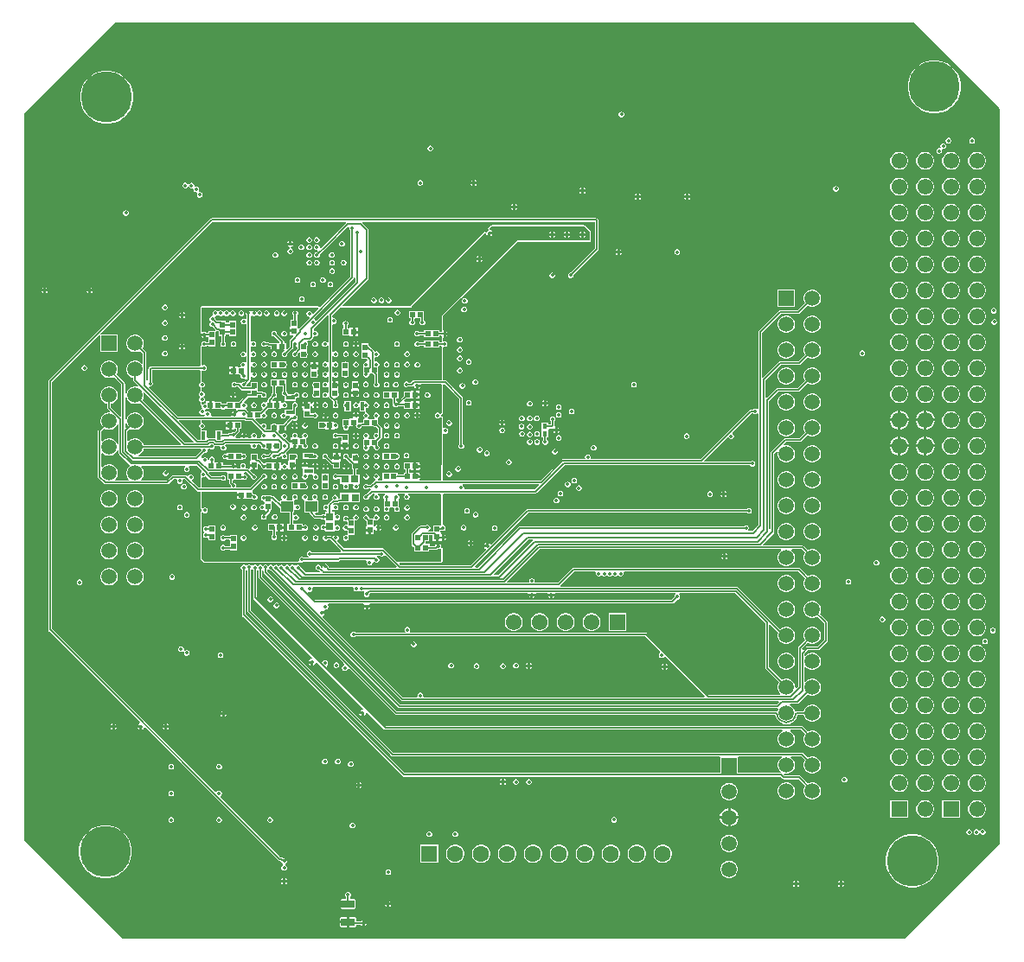
<source format=gbl>
G04*
G04 #@! TF.GenerationSoftware,Altium Limited,Altium Designer,21.5.1 (32)*
G04*
G04 Layer_Physical_Order=6*
G04 Layer_Color=16711680*
%FSLAX44Y44*%
%MOMM*%
G71*
G04*
G04 #@! TF.SameCoordinates,CE61D733-3D9C-4286-B01C-F70B086857D8*
G04*
G04*
G04 #@! TF.FilePolarity,Positive*
G04*
G01*
G75*
%ADD57R,0.7200X0.7600*%
%ADD59R,0.7600X0.7200*%
%ADD72C,0.1500*%
%ADD74C,1.5000*%
%ADD75R,1.5000X1.5000*%
%ADD76C,1.5500*%
%ADD77R,1.5500X1.5500*%
%ADD78C,1.6000*%
%ADD79R,1.6000X1.6000*%
%ADD80R,1.5500X1.5500*%
%ADD81C,5.0000*%
%ADD82C,0.3500*%
%ADD83C,0.1500*%
%ADD84R,0.5153X0.4725*%
%ADD85R,0.8500X0.4500*%
%ADD86R,0.4725X0.5153*%
%ADD87R,0.4500X0.5000*%
%ADD88R,1.1500X1.0000*%
%ADD89R,0.4500X0.8500*%
G04:AMPARAMS|DCode=90|XSize=1.3mm|YSize=0.76mm|CornerRadius=0.095mm|HoleSize=0mm|Usage=FLASHONLY|Rotation=0.000|XOffset=0mm|YOffset=0mm|HoleType=Round|Shape=RoundedRectangle|*
%AMROUNDEDRECTD90*
21,1,1.3000,0.5700,0,0,0.0*
21,1,1.1100,0.7600,0,0,0.0*
1,1,0.1900,0.5550,-0.2850*
1,1,0.1900,-0.5550,-0.2850*
1,1,0.1900,-0.5550,0.2850*
1,1,0.1900,0.5550,0.2850*
%
%ADD90ROUNDEDRECTD90*%
%ADD91R,0.7200X0.7200*%
G36*
X1210811Y1069590D02*
Y348825D01*
X1118025Y256039D01*
X352635D01*
X350364Y258309D01*
X256039Y352635D01*
Y1064685D01*
X345014Y1153661D01*
X1126740D01*
X1210811Y1069590D01*
D02*
G37*
%LPC*%
G36*
X1149371Y1116930D02*
X1144249D01*
X1139226Y1115931D01*
X1134494Y1113971D01*
X1130236Y1111125D01*
X1126615Y1107504D01*
X1123769Y1103246D01*
X1121809Y1098514D01*
X1120810Y1093491D01*
Y1088369D01*
X1121809Y1083346D01*
X1123769Y1078614D01*
X1126615Y1074356D01*
X1130236Y1070734D01*
X1134494Y1067889D01*
X1139226Y1065929D01*
X1144249Y1064930D01*
X1149371D01*
X1154394Y1065929D01*
X1159126Y1067889D01*
X1163384Y1070734D01*
X1167005Y1074356D01*
X1169851Y1078614D01*
X1171811Y1083346D01*
X1172810Y1088369D01*
Y1093491D01*
X1171811Y1098514D01*
X1169851Y1103246D01*
X1167005Y1107504D01*
X1163384Y1111125D01*
X1159126Y1113971D01*
X1154394Y1115931D01*
X1149371Y1116930D01*
D02*
G37*
G36*
X841144Y1066661D02*
X840050D01*
X839039Y1066242D01*
X838265Y1065469D01*
X837847Y1064458D01*
Y1063364D01*
X838265Y1062353D01*
X839039Y1061580D01*
X840050Y1061161D01*
X841144D01*
X842154Y1061580D01*
X842928Y1062353D01*
X843347Y1063364D01*
Y1064458D01*
X842928Y1065469D01*
X842154Y1066242D01*
X841144Y1066661D01*
D02*
G37*
G36*
X339111Y1106770D02*
X333989D01*
X328966Y1105771D01*
X324234Y1103811D01*
X319976Y1100965D01*
X316355Y1097344D01*
X313509Y1093086D01*
X311549Y1088354D01*
X310550Y1083331D01*
Y1078209D01*
X311549Y1073186D01*
X313509Y1068454D01*
X316355Y1064196D01*
X319976Y1060574D01*
X324234Y1057729D01*
X328966Y1055769D01*
X333989Y1054770D01*
X339111D01*
X344134Y1055769D01*
X348866Y1057729D01*
X353124Y1060574D01*
X356745Y1064196D01*
X359591Y1068454D01*
X361551Y1073186D01*
X362550Y1078209D01*
Y1083331D01*
X361551Y1088354D01*
X359591Y1093086D01*
X356745Y1097344D01*
X353124Y1100965D01*
X348866Y1103811D01*
X344134Y1105771D01*
X339111Y1106770D01*
D02*
G37*
G36*
X1184161Y1040889D02*
X1183067D01*
X1182056Y1040471D01*
X1181282Y1039697D01*
X1180864Y1038686D01*
Y1037592D01*
X1181282Y1036582D01*
X1182056Y1035808D01*
X1183067Y1035389D01*
X1184161D01*
X1185171Y1035808D01*
X1185945Y1036582D01*
X1186364Y1037592D01*
Y1038686D01*
X1185945Y1039697D01*
X1185171Y1040471D01*
X1184161Y1040889D01*
D02*
G37*
G36*
X1161279D02*
X1160185D01*
X1159174Y1040471D01*
X1158401Y1039697D01*
X1157982Y1038686D01*
Y1037592D01*
X1158401Y1036582D01*
X1159174Y1035808D01*
X1160185Y1035389D01*
X1161279D01*
X1162290Y1035808D01*
X1163064Y1036582D01*
X1163482Y1037592D01*
Y1038686D01*
X1163064Y1039697D01*
X1162290Y1040471D01*
X1161279Y1040889D01*
D02*
G37*
G36*
X1156117Y1035583D02*
X1155023D01*
X1154012Y1035165D01*
X1153239Y1034391D01*
X1152820Y1033380D01*
Y1032286D01*
X1153047Y1031739D01*
X1152098Y1030757D01*
X1152019Y1030790D01*
X1150925D01*
X1149914Y1030371D01*
X1149140Y1029598D01*
X1148722Y1028587D01*
Y1027493D01*
X1149140Y1026482D01*
X1149914Y1025709D01*
X1150925Y1025290D01*
X1152019D01*
X1153029Y1025709D01*
X1153803Y1026482D01*
X1154222Y1027493D01*
Y1028587D01*
X1153995Y1029135D01*
X1154944Y1030116D01*
X1155023Y1030083D01*
X1156117D01*
X1157128Y1030502D01*
X1157901Y1031276D01*
X1158320Y1032286D01*
Y1033380D01*
X1157901Y1034391D01*
X1157128Y1035165D01*
X1156117Y1035583D01*
D02*
G37*
G36*
X653979Y1033424D02*
X652885D01*
X651875Y1033006D01*
X651101Y1032232D01*
X650682Y1031221D01*
Y1030127D01*
X651101Y1029117D01*
X651875Y1028343D01*
X652885Y1027924D01*
X653979D01*
X654990Y1028343D01*
X655764Y1029117D01*
X656182Y1030127D01*
Y1031221D01*
X655764Y1032232D01*
X654990Y1033006D01*
X653979Y1033424D01*
D02*
G37*
G36*
X1189872Y1027290D02*
X1187568D01*
X1185343Y1026694D01*
X1183347Y1025542D01*
X1181718Y1023913D01*
X1180566Y1021917D01*
X1179970Y1019692D01*
Y1017388D01*
X1180566Y1015163D01*
X1181718Y1013167D01*
X1183347Y1011538D01*
X1185343Y1010386D01*
X1187568Y1009790D01*
X1189872D01*
X1192097Y1010386D01*
X1194093Y1011538D01*
X1195722Y1013167D01*
X1196874Y1015163D01*
X1197470Y1017388D01*
Y1019692D01*
X1196874Y1021917D01*
X1195722Y1023913D01*
X1194093Y1025542D01*
X1192097Y1026694D01*
X1189872Y1027290D01*
D02*
G37*
G36*
X1164472D02*
X1162168D01*
X1159943Y1026694D01*
X1157947Y1025542D01*
X1156318Y1023913D01*
X1155166Y1021917D01*
X1154570Y1019692D01*
Y1017388D01*
X1155166Y1015163D01*
X1156318Y1013167D01*
X1157947Y1011538D01*
X1159943Y1010386D01*
X1162168Y1009790D01*
X1164472D01*
X1166697Y1010386D01*
X1168693Y1011538D01*
X1170322Y1013167D01*
X1171474Y1015163D01*
X1172070Y1017388D01*
Y1019692D01*
X1171474Y1021917D01*
X1170322Y1023913D01*
X1168693Y1025542D01*
X1166697Y1026694D01*
X1164472Y1027290D01*
D02*
G37*
G36*
X1139072D02*
X1136768D01*
X1134543Y1026694D01*
X1132547Y1025542D01*
X1130918Y1023913D01*
X1129766Y1021917D01*
X1129170Y1019692D01*
Y1017388D01*
X1129766Y1015163D01*
X1130918Y1013167D01*
X1132547Y1011538D01*
X1134543Y1010386D01*
X1136768Y1009790D01*
X1139072D01*
X1141297Y1010386D01*
X1143293Y1011538D01*
X1144922Y1013167D01*
X1146074Y1015163D01*
X1146670Y1017388D01*
Y1019692D01*
X1146074Y1021917D01*
X1144922Y1023913D01*
X1143293Y1025542D01*
X1141297Y1026694D01*
X1139072Y1027290D01*
D02*
G37*
G36*
X1113672D02*
X1111368D01*
X1109143Y1026694D01*
X1107147Y1025542D01*
X1105518Y1023913D01*
X1104366Y1021917D01*
X1103770Y1019692D01*
Y1017388D01*
X1104366Y1015163D01*
X1105518Y1013167D01*
X1107147Y1011538D01*
X1109143Y1010386D01*
X1111368Y1009790D01*
X1113672D01*
X1115897Y1010386D01*
X1117893Y1011538D01*
X1119522Y1013167D01*
X1120674Y1015163D01*
X1121270Y1017388D01*
Y1019692D01*
X1120674Y1021917D01*
X1119522Y1023913D01*
X1117893Y1025542D01*
X1115897Y1026694D01*
X1113672Y1027290D01*
D02*
G37*
G36*
X697285Y999798D02*
Y998076D01*
X699007D01*
X698770Y998647D01*
X697856Y999561D01*
X697285Y999798D01*
D02*
G37*
G36*
X694745D02*
X694174Y999561D01*
X693260Y998647D01*
X693024Y998076D01*
X694745D01*
Y999798D01*
D02*
G37*
G36*
X420154Y996996D02*
X419060D01*
X418049Y996577D01*
X417276Y995804D01*
X417275Y995801D01*
X415900D01*
X415899Y995804D01*
X415126Y996577D01*
X414115Y996996D01*
X413021D01*
X412010Y996577D01*
X411236Y995804D01*
X410818Y994793D01*
Y993699D01*
X411236Y992688D01*
X412010Y991915D01*
X413021Y991496D01*
X414115D01*
X415126Y991915D01*
X415899Y992688D01*
X415900Y992691D01*
X417275D01*
X417276Y992688D01*
X418049Y991915D01*
X419060Y991496D01*
X420154D01*
X420601Y991681D01*
X421095Y991372D01*
X421693Y990783D01*
Y989903D01*
X422111Y988893D01*
X422885Y988119D01*
X423896Y987700D01*
X424478D01*
X424830Y987272D01*
X425207Y986521D01*
X424869Y985704D01*
Y984610D01*
X425288Y983599D01*
X426061Y982826D01*
X427072Y982407D01*
X428166D01*
X429177Y982826D01*
X429950Y983599D01*
X430369Y984610D01*
Y985704D01*
X429950Y986715D01*
X429177Y987488D01*
X428166Y987907D01*
X427584D01*
X427232Y988335D01*
X426854Y989087D01*
X427193Y989903D01*
Y990997D01*
X426774Y992008D01*
X426000Y992782D01*
X424990Y993200D01*
X423896D01*
X423448Y993015D01*
X422955Y993324D01*
X422357Y993913D01*
Y994793D01*
X421938Y995804D01*
X421165Y996577D01*
X420154Y996996D01*
D02*
G37*
G36*
X644036Y999556D02*
X642942D01*
X641931Y999137D01*
X641157Y998364D01*
X640739Y997353D01*
Y996259D01*
X641157Y995248D01*
X641931Y994475D01*
X642942Y994056D01*
X644036D01*
X645046Y994475D01*
X645820Y995248D01*
X646239Y996259D01*
Y997353D01*
X645820Y998364D01*
X645046Y999137D01*
X644036Y999556D01*
D02*
G37*
G36*
X699007Y995536D02*
X697285D01*
Y993814D01*
X697856Y994051D01*
X698770Y994965D01*
X699007Y995536D01*
D02*
G37*
G36*
X694745D02*
X693024D01*
X693260Y994965D01*
X694174Y994051D01*
X694745Y993814D01*
Y995536D01*
D02*
G37*
G36*
X803668Y992370D02*
Y990648D01*
X805390D01*
X805154Y991219D01*
X804239Y992133D01*
X803668Y992370D01*
D02*
G37*
G36*
X801128D02*
X800557Y992133D01*
X799643Y991219D01*
X799407Y990648D01*
X801128D01*
Y992370D01*
D02*
G37*
G36*
X1051066Y993886D02*
X1049972D01*
X1048961Y993467D01*
X1048188Y992693D01*
X1047769Y991683D01*
Y990589D01*
X1048188Y989578D01*
X1048961Y988804D01*
X1049972Y988386D01*
X1051066D01*
X1052077Y988804D01*
X1052850Y989578D01*
X1053269Y990589D01*
Y991683D01*
X1052850Y992693D01*
X1052077Y993467D01*
X1051066Y993886D01*
D02*
G37*
G36*
X805390Y988108D02*
X803668D01*
Y986386D01*
X804239Y986623D01*
X805154Y987537D01*
X805390Y988108D01*
D02*
G37*
G36*
X801128D02*
X799407D01*
X799643Y987537D01*
X800557Y986623D01*
X801128Y986386D01*
Y988108D01*
D02*
G37*
G36*
X906280Y986297D02*
Y984575D01*
X908002D01*
X907765Y985146D01*
X906851Y986060D01*
X906280Y986297D01*
D02*
G37*
G36*
X903740D02*
X903169Y986060D01*
X902255Y985146D01*
X902018Y984575D01*
X903740D01*
Y986297D01*
D02*
G37*
G36*
X857732D02*
Y984575D01*
X859454D01*
X859218Y985146D01*
X858303Y986060D01*
X857732Y986297D01*
D02*
G37*
G36*
X855192D02*
X854621Y986060D01*
X853707Y985146D01*
X853471Y984575D01*
X855192D01*
Y986297D01*
D02*
G37*
G36*
X1189872Y1001890D02*
X1187568D01*
X1185343Y1001294D01*
X1183347Y1000142D01*
X1181718Y998513D01*
X1180566Y996517D01*
X1179970Y994292D01*
Y991988D01*
X1180566Y989763D01*
X1181718Y987767D01*
X1183347Y986138D01*
X1185343Y984986D01*
X1187568Y984390D01*
X1189872D01*
X1192097Y984986D01*
X1194093Y986138D01*
X1195722Y987767D01*
X1196874Y989763D01*
X1197470Y991988D01*
Y994292D01*
X1196874Y996517D01*
X1195722Y998513D01*
X1194093Y1000142D01*
X1192097Y1001294D01*
X1189872Y1001890D01*
D02*
G37*
G36*
X1164472D02*
X1162168D01*
X1159943Y1001294D01*
X1157947Y1000142D01*
X1156318Y998513D01*
X1155166Y996517D01*
X1154570Y994292D01*
Y991988D01*
X1155166Y989763D01*
X1156318Y987767D01*
X1157947Y986138D01*
X1159943Y984986D01*
X1162168Y984390D01*
X1164472D01*
X1166697Y984986D01*
X1168693Y986138D01*
X1170322Y987767D01*
X1171474Y989763D01*
X1172070Y991988D01*
Y994292D01*
X1171474Y996517D01*
X1170322Y998513D01*
X1168693Y1000142D01*
X1166697Y1001294D01*
X1164472Y1001890D01*
D02*
G37*
G36*
X1139072D02*
X1136768D01*
X1134543Y1001294D01*
X1132547Y1000142D01*
X1130918Y998513D01*
X1129766Y996517D01*
X1129170Y994292D01*
Y991988D01*
X1129766Y989763D01*
X1130918Y987767D01*
X1132547Y986138D01*
X1134543Y984986D01*
X1136768Y984390D01*
X1139072D01*
X1141297Y984986D01*
X1143293Y986138D01*
X1144922Y987767D01*
X1146074Y989763D01*
X1146670Y991988D01*
Y994292D01*
X1146074Y996517D01*
X1144922Y998513D01*
X1143293Y1000142D01*
X1141297Y1001294D01*
X1139072Y1001890D01*
D02*
G37*
G36*
X1113672D02*
X1111368D01*
X1109143Y1001294D01*
X1107147Y1000142D01*
X1105518Y998513D01*
X1104366Y996517D01*
X1103770Y994292D01*
Y991988D01*
X1104366Y989763D01*
X1105518Y987767D01*
X1107147Y986138D01*
X1109143Y984986D01*
X1111368Y984390D01*
X1113672D01*
X1115897Y984986D01*
X1117893Y986138D01*
X1119522Y987767D01*
X1120674Y989763D01*
X1121270Y991988D01*
Y994292D01*
X1120674Y996517D01*
X1119522Y998513D01*
X1117893Y1000142D01*
X1115897Y1001294D01*
X1113672Y1001890D01*
D02*
G37*
G36*
X908002Y982035D02*
X906280D01*
Y980313D01*
X906851Y980550D01*
X907765Y981464D01*
X908002Y982035D01*
D02*
G37*
G36*
X903740D02*
X902018D01*
X902255Y981464D01*
X903169Y980550D01*
X903740Y980313D01*
Y982035D01*
D02*
G37*
G36*
X859454D02*
X857732D01*
Y980313D01*
X858303Y980550D01*
X859218Y981464D01*
X859454Y982035D01*
D02*
G37*
G36*
X855192D02*
X853471D01*
X853707Y981464D01*
X854621Y980550D01*
X855192Y980313D01*
Y982035D01*
D02*
G37*
G36*
X736641Y976401D02*
Y974679D01*
X738363D01*
X738127Y975250D01*
X737212Y976164D01*
X736641Y976401D01*
D02*
G37*
G36*
X734101D02*
X733530Y976164D01*
X732616Y975250D01*
X732380Y974679D01*
X734101D01*
Y976401D01*
D02*
G37*
G36*
X738363Y972139D02*
X736641D01*
Y970417D01*
X737212Y970654D01*
X738127Y971568D01*
X738363Y972139D01*
D02*
G37*
G36*
X734101D02*
X732380D01*
X732616Y971568D01*
X733530Y970654D01*
X734101Y970417D01*
Y972139D01*
D02*
G37*
G36*
X356026Y970146D02*
X354932D01*
X353921Y969728D01*
X353148Y968954D01*
X352729Y967943D01*
Y966849D01*
X353148Y965839D01*
X353921Y965065D01*
X354932Y964646D01*
X356026D01*
X357037Y965065D01*
X357810Y965839D01*
X358229Y966849D01*
Y967943D01*
X357810Y968954D01*
X357037Y969728D01*
X356026Y970146D01*
D02*
G37*
G36*
X1189872Y976490D02*
X1187568D01*
X1185343Y975894D01*
X1183347Y974742D01*
X1181718Y973113D01*
X1180566Y971117D01*
X1179970Y968892D01*
Y966588D01*
X1180566Y964363D01*
X1181718Y962367D01*
X1183347Y960738D01*
X1185343Y959586D01*
X1187568Y958990D01*
X1189872D01*
X1192097Y959586D01*
X1194093Y960738D01*
X1195722Y962367D01*
X1196874Y964363D01*
X1197470Y966588D01*
Y968892D01*
X1196874Y971117D01*
X1195722Y973113D01*
X1194093Y974742D01*
X1192097Y975894D01*
X1189872Y976490D01*
D02*
G37*
G36*
X1164472D02*
X1162168D01*
X1159943Y975894D01*
X1157947Y974742D01*
X1156318Y973113D01*
X1155166Y971117D01*
X1154570Y968892D01*
Y966588D01*
X1155166Y964363D01*
X1156318Y962367D01*
X1157947Y960738D01*
X1159943Y959586D01*
X1162168Y958990D01*
X1164472D01*
X1166697Y959586D01*
X1168693Y960738D01*
X1170322Y962367D01*
X1171474Y964363D01*
X1172070Y966588D01*
Y968892D01*
X1171474Y971117D01*
X1170322Y973113D01*
X1168693Y974742D01*
X1166697Y975894D01*
X1164472Y976490D01*
D02*
G37*
G36*
X1139072D02*
X1136768D01*
X1134543Y975894D01*
X1132547Y974742D01*
X1130918Y973113D01*
X1129766Y971117D01*
X1129170Y968892D01*
Y966588D01*
X1129766Y964363D01*
X1130918Y962367D01*
X1132547Y960738D01*
X1134543Y959586D01*
X1136768Y958990D01*
X1139072D01*
X1141297Y959586D01*
X1143293Y960738D01*
X1144922Y962367D01*
X1146074Y964363D01*
X1146670Y966588D01*
Y968892D01*
X1146074Y971117D01*
X1144922Y973113D01*
X1143293Y974742D01*
X1141297Y975894D01*
X1139072Y976490D01*
D02*
G37*
G36*
X1113672D02*
X1111368D01*
X1109143Y975894D01*
X1107147Y974742D01*
X1105518Y973113D01*
X1104366Y971117D01*
X1103770Y968892D01*
Y966588D01*
X1104366Y964363D01*
X1105518Y962367D01*
X1107147Y960738D01*
X1109143Y959586D01*
X1111368Y958990D01*
X1113672D01*
X1115897Y959586D01*
X1117893Y960738D01*
X1119522Y962367D01*
X1120674Y964363D01*
X1121270Y966588D01*
Y968892D01*
X1120674Y971117D01*
X1119522Y973113D01*
X1117893Y974742D01*
X1115897Y975894D01*
X1113672Y976490D01*
D02*
G37*
G36*
X517661Y940121D02*
Y938399D01*
X519382D01*
X519146Y938970D01*
X518232Y939884D01*
X517661Y940121D01*
D02*
G37*
G36*
X515121D02*
X514550Y939884D01*
X513635Y938970D01*
X513399Y938399D01*
X515121D01*
Y940121D01*
D02*
G37*
G36*
X542810Y943529D02*
X541716D01*
X540705Y943111D01*
X539932Y942337D01*
X539513Y941326D01*
Y940232D01*
X539932Y939222D01*
X540705Y938448D01*
X541716Y938029D01*
X542810D01*
X543821Y938448D01*
X544594Y939222D01*
X545013Y940232D01*
Y941326D01*
X544594Y942337D01*
X543821Y943111D01*
X542810Y943529D01*
D02*
G37*
G36*
X535396D02*
X534302D01*
X533291Y943111D01*
X532518Y942337D01*
X532099Y941326D01*
Y940232D01*
X532518Y939222D01*
X533291Y938448D01*
X534302Y938029D01*
X535396D01*
X536407Y938448D01*
X537180Y939222D01*
X537599Y940232D01*
Y941326D01*
X537180Y942337D01*
X536407Y943111D01*
X535396Y943529D01*
D02*
G37*
G36*
X567547Y939879D02*
X566453D01*
X565442Y939460D01*
X564669Y938687D01*
X564250Y937676D01*
Y936582D01*
X564669Y935571D01*
X565442Y934798D01*
X566453Y934379D01*
X567547D01*
X568558Y934798D01*
X569331Y935571D01*
X569750Y936582D01*
Y937676D01*
X569331Y938687D01*
X568558Y939460D01*
X567547Y939879D01*
D02*
G37*
G36*
X1189872Y951090D02*
X1187568D01*
X1185343Y950494D01*
X1183347Y949342D01*
X1181718Y947713D01*
X1180566Y945717D01*
X1179970Y943492D01*
Y941188D01*
X1180566Y938963D01*
X1181718Y936967D01*
X1183347Y935338D01*
X1185343Y934186D01*
X1187568Y933590D01*
X1189872D01*
X1192097Y934186D01*
X1194093Y935338D01*
X1195722Y936967D01*
X1196874Y938963D01*
X1197470Y941188D01*
Y943492D01*
X1196874Y945717D01*
X1195722Y947713D01*
X1194093Y949342D01*
X1192097Y950494D01*
X1189872Y951090D01*
D02*
G37*
G36*
X1164472D02*
X1162168D01*
X1159943Y950494D01*
X1157947Y949342D01*
X1156318Y947713D01*
X1155166Y945717D01*
X1154570Y943492D01*
Y941188D01*
X1155166Y938963D01*
X1156318Y936967D01*
X1157947Y935338D01*
X1159943Y934186D01*
X1162168Y933590D01*
X1164472D01*
X1166697Y934186D01*
X1168693Y935338D01*
X1170322Y936967D01*
X1171474Y938963D01*
X1172070Y941188D01*
Y943492D01*
X1171474Y945717D01*
X1170322Y947713D01*
X1168693Y949342D01*
X1166697Y950494D01*
X1164472Y951090D01*
D02*
G37*
G36*
X1139072D02*
X1136768D01*
X1134543Y950494D01*
X1132547Y949342D01*
X1130918Y947713D01*
X1129766Y945717D01*
X1129170Y943492D01*
Y941188D01*
X1129766Y938963D01*
X1130918Y936967D01*
X1132547Y935338D01*
X1134543Y934186D01*
X1136768Y933590D01*
X1139072D01*
X1141297Y934186D01*
X1143293Y935338D01*
X1144922Y936967D01*
X1146074Y938963D01*
X1146670Y941188D01*
Y943492D01*
X1146074Y945717D01*
X1144922Y947713D01*
X1143293Y949342D01*
X1141297Y950494D01*
X1139072Y951090D01*
D02*
G37*
G36*
X1113672D02*
X1111368D01*
X1109143Y950494D01*
X1107147Y949342D01*
X1105518Y947713D01*
X1104366Y945717D01*
X1103770Y943492D01*
Y941188D01*
X1104366Y938963D01*
X1105518Y936967D01*
X1107147Y935338D01*
X1109143Y934186D01*
X1111368Y933590D01*
X1113672D01*
X1115897Y934186D01*
X1117893Y935338D01*
X1119522Y936967D01*
X1120674Y938963D01*
X1121270Y941188D01*
Y943492D01*
X1120674Y945717D01*
X1119522Y947713D01*
X1117893Y949342D01*
X1115897Y950494D01*
X1113672Y951090D01*
D02*
G37*
G36*
X535396Y936379D02*
X534302D01*
X533291Y935960D01*
X532518Y935186D01*
X532099Y934176D01*
Y933082D01*
X532518Y932071D01*
X533291Y931298D01*
X534302Y930879D01*
X535396D01*
X536407Y931298D01*
X537180Y932071D01*
X537599Y933082D01*
Y934176D01*
X537180Y935186D01*
X536407Y935960D01*
X535396Y936379D01*
D02*
G37*
G36*
X527669Y936368D02*
X526575D01*
X525564Y935949D01*
X524791Y935175D01*
X524372Y934165D01*
Y933071D01*
X524791Y932060D01*
X525564Y931286D01*
X526575Y930868D01*
X527669D01*
X528680Y931286D01*
X529453Y932060D01*
X529872Y933071D01*
Y934165D01*
X529453Y935175D01*
X528680Y935949D01*
X527669Y936368D01*
D02*
G37*
G36*
X838892Y931978D02*
Y930257D01*
X840613D01*
X840377Y930828D01*
X839463Y931742D01*
X838892Y931978D01*
D02*
G37*
G36*
X836352D02*
X835781Y931742D01*
X834866Y930828D01*
X834630Y930257D01*
X836352D01*
Y931978D01*
D02*
G37*
G36*
X519382Y935859D02*
X513399D01*
X513635Y935288D01*
X514550Y934374D01*
X515744Y933879D01*
X515793D01*
X515844Y932630D01*
X515708Y932574D01*
X514833Y932211D01*
X514059Y931438D01*
X513641Y930427D01*
Y929333D01*
X514059Y928322D01*
X514833Y927549D01*
X515844Y927130D01*
X516938D01*
X517948Y927549D01*
X518722Y928322D01*
X519141Y929333D01*
Y930427D01*
X518722Y931438D01*
X517948Y932211D01*
X517073Y932574D01*
X516938Y932630D01*
X516988Y933879D01*
X517037D01*
X518232Y934374D01*
X519146Y935288D01*
X519382Y935859D01*
D02*
G37*
G36*
X895815Y931737D02*
X894721D01*
X893711Y931318D01*
X892937Y930544D01*
X892518Y929534D01*
Y928440D01*
X892937Y927429D01*
X893711Y926655D01*
X894721Y926237D01*
X895815D01*
X896826Y926655D01*
X897600Y927429D01*
X898018Y928440D01*
Y929534D01*
X897600Y930544D01*
X896826Y931318D01*
X895815Y931737D01*
D02*
G37*
G36*
X840613Y927717D02*
X838892D01*
Y925995D01*
X839463Y926232D01*
X840377Y927146D01*
X840613Y927717D01*
D02*
G37*
G36*
X836352D02*
X834630D01*
X834866Y927146D01*
X835781Y926232D01*
X836352Y925995D01*
Y927717D01*
D02*
G37*
G36*
X557614Y928923D02*
X556520D01*
X555509Y928505D01*
X554735Y927731D01*
X554317Y926720D01*
Y925626D01*
X554735Y924616D01*
X555509Y923842D01*
X556520Y923423D01*
X557614D01*
X558624Y923842D01*
X559398Y924616D01*
X559817Y925626D01*
Y926720D01*
X559398Y927731D01*
X558624Y928505D01*
X557614Y928923D01*
D02*
G37*
G36*
X502321Y928911D02*
X501227D01*
X500216Y928493D01*
X499442Y927719D01*
X499024Y926708D01*
Y925614D01*
X499442Y924603D01*
X500216Y923830D01*
X501227Y923411D01*
X502321D01*
X503331Y923830D01*
X504105Y924603D01*
X504524Y925614D01*
Y926708D01*
X504105Y927719D01*
X503331Y928493D01*
X502321Y928911D01*
D02*
G37*
G36*
X535396Y928740D02*
X534302D01*
X533291Y928321D01*
X532518Y927548D01*
X532099Y926537D01*
Y925443D01*
X532518Y924432D01*
X533291Y923659D01*
X534302Y923240D01*
X535396D01*
X536407Y923659D01*
X537180Y924432D01*
X537599Y925443D01*
Y926537D01*
X537180Y927548D01*
X536407Y928321D01*
X535396Y928740D01*
D02*
G37*
G36*
X569086Y921435D02*
X567992D01*
X566981Y921016D01*
X566208Y920243D01*
X565789Y919232D01*
Y918138D01*
X566208Y917127D01*
X566981Y916354D01*
X567992Y915935D01*
X569086D01*
X570097Y916354D01*
X570870Y917127D01*
X571289Y918138D01*
Y919232D01*
X570870Y920243D01*
X570097Y921016D01*
X569086Y921435D01*
D02*
G37*
G36*
X557671D02*
X556577D01*
X555566Y921016D01*
X554792Y920243D01*
X554374Y919232D01*
Y918138D01*
X554792Y917127D01*
X555566Y916354D01*
X556577Y915935D01*
X557671D01*
X558681Y916354D01*
X559455Y917127D01*
X559874Y918138D01*
Y919232D01*
X559455Y920243D01*
X558681Y921016D01*
X557671Y921435D01*
D02*
G37*
G36*
X542810D02*
X541716D01*
X540705Y921016D01*
X539932Y920243D01*
X539513Y919232D01*
Y918138D01*
X539932Y917127D01*
X540705Y916354D01*
X541716Y915935D01*
X542810D01*
X543821Y916354D01*
X544594Y917127D01*
X545013Y918138D01*
Y919232D01*
X544594Y920243D01*
X543821Y921016D01*
X542810Y921435D01*
D02*
G37*
G36*
X535452D02*
X534358D01*
X533348Y921016D01*
X532574Y920243D01*
X532155Y919232D01*
Y918138D01*
X532574Y917127D01*
X533348Y916354D01*
X534358Y915935D01*
X535452D01*
X536463Y916354D01*
X537237Y917127D01*
X537655Y918138D01*
Y919232D01*
X537237Y920243D01*
X536463Y921016D01*
X535452Y921435D01*
D02*
G37*
G36*
X1189872Y925690D02*
X1187568D01*
X1185343Y925094D01*
X1183347Y923942D01*
X1181718Y922313D01*
X1180566Y920317D01*
X1179970Y918092D01*
Y915788D01*
X1180566Y913563D01*
X1181718Y911567D01*
X1183347Y909938D01*
X1185343Y908786D01*
X1187568Y908190D01*
X1189872D01*
X1192097Y908786D01*
X1194093Y909938D01*
X1195722Y911567D01*
X1196874Y913563D01*
X1197470Y915788D01*
Y918092D01*
X1196874Y920317D01*
X1195722Y922313D01*
X1194093Y923942D01*
X1192097Y925094D01*
X1189872Y925690D01*
D02*
G37*
G36*
X1164472D02*
X1162168D01*
X1159943Y925094D01*
X1157947Y923942D01*
X1156318Y922313D01*
X1155166Y920317D01*
X1154570Y918092D01*
Y915788D01*
X1155166Y913563D01*
X1156318Y911567D01*
X1157947Y909938D01*
X1159943Y908786D01*
X1162168Y908190D01*
X1164472D01*
X1166697Y908786D01*
X1168693Y909938D01*
X1170322Y911567D01*
X1171474Y913563D01*
X1172070Y915788D01*
Y918092D01*
X1171474Y920317D01*
X1170322Y922313D01*
X1168693Y923942D01*
X1166697Y925094D01*
X1164472Y925690D01*
D02*
G37*
G36*
X1139072D02*
X1136768D01*
X1134543Y925094D01*
X1132547Y923942D01*
X1130918Y922313D01*
X1129766Y920317D01*
X1129170Y918092D01*
Y915788D01*
X1129766Y913563D01*
X1130918Y911567D01*
X1132547Y909938D01*
X1134543Y908786D01*
X1136768Y908190D01*
X1139072D01*
X1141297Y908786D01*
X1143293Y909938D01*
X1144922Y911567D01*
X1146074Y913563D01*
X1146670Y915788D01*
Y918092D01*
X1146074Y920317D01*
X1144922Y922313D01*
X1143293Y923942D01*
X1141297Y925094D01*
X1139072Y925690D01*
D02*
G37*
G36*
X1113672D02*
X1111368D01*
X1109143Y925094D01*
X1107147Y923942D01*
X1105518Y922313D01*
X1104366Y920317D01*
X1103770Y918092D01*
Y915788D01*
X1104366Y913563D01*
X1105518Y911567D01*
X1107147Y909938D01*
X1109143Y908786D01*
X1111368Y908190D01*
X1113672D01*
X1115897Y908786D01*
X1117893Y909938D01*
X1119522Y911567D01*
X1120674Y913563D01*
X1121270Y915788D01*
Y918092D01*
X1120674Y920317D01*
X1119522Y922313D01*
X1117893Y923942D01*
X1115897Y925094D01*
X1113672Y925690D01*
D02*
G37*
G36*
X558008Y913210D02*
X556914D01*
X555903Y912791D01*
X555130Y912018D01*
X554711Y911007D01*
Y909913D01*
X555130Y908902D01*
X555903Y908129D01*
X556914Y907710D01*
X558008D01*
X559019Y908129D01*
X559792Y908902D01*
X560211Y909913D01*
Y911007D01*
X559792Y912018D01*
X559019Y912791D01*
X558008Y913210D01*
D02*
G37*
G36*
X815534Y962275D02*
X439299D01*
X438616Y962140D01*
X438037Y961753D01*
X279991Y803707D01*
X279605Y803129D01*
X279469Y802446D01*
Y559258D01*
X279605Y558576D01*
X279991Y557997D01*
X369277Y468711D01*
X368886Y467306D01*
X368251Y467043D01*
X367336Y466129D01*
X367100Y465558D01*
X370092D01*
Y464288D01*
X371362D01*
Y461296D01*
X371933Y461532D01*
X372847Y462447D01*
X373110Y463082D01*
X374515Y463473D01*
X504677Y333311D01*
X505256Y332924D01*
X505939Y332789D01*
X506827D01*
X507632Y331983D01*
Y331751D01*
X508050Y330740D01*
X508824Y329967D01*
X509416Y329721D01*
Y328375D01*
X508824Y328130D01*
X508050Y327356D01*
X507632Y326345D01*
Y325251D01*
X508050Y324240D01*
X508824Y323467D01*
X509835Y323048D01*
X510929D01*
X511939Y323467D01*
X512713Y324240D01*
X513132Y325251D01*
Y326345D01*
X512713Y327356D01*
X511939Y328130D01*
X511347Y328375D01*
Y329721D01*
X511939Y329967D01*
X512713Y330740D01*
X513132Y331751D01*
Y332845D01*
X512713Y333856D01*
X511939Y334629D01*
X510929Y335048D01*
X509835D01*
X509678Y334983D01*
X508827Y335835D01*
X508248Y336221D01*
X507566Y336357D01*
X506678D01*
X447991Y395044D01*
X448188Y396500D01*
X448961Y397274D01*
X449380Y398284D01*
Y399378D01*
X448961Y400389D01*
X448188Y401163D01*
X447177Y401581D01*
X446083D01*
X445072Y401163D01*
X444299Y400389D01*
X442843Y400192D01*
X283037Y559997D01*
Y801707D01*
X329334Y848003D01*
X330590Y847463D01*
X330590Y846910D01*
Y830970D01*
X347590D01*
Y847970D01*
X331734D01*
X331097Y847970D01*
X330557Y849226D01*
X440038Y958707D01*
X570608D01*
X571134Y957437D01*
X550636Y936939D01*
X550636Y936939D01*
X546111Y932414D01*
X545101Y933028D01*
X545013Y933112D01*
Y934176D01*
X544594Y935186D01*
X543821Y935960D01*
X542810Y936379D01*
X541716D01*
X540705Y935960D01*
X539932Y935186D01*
X539513Y934176D01*
Y933082D01*
X539932Y932071D01*
X540705Y931298D01*
X541716Y930879D01*
X542780D01*
X542864Y930791D01*
X543478Y929781D01*
X542490Y928793D01*
X541716D01*
X540705Y928374D01*
X539932Y927601D01*
X539513Y926590D01*
Y925496D01*
X539932Y924485D01*
X540705Y923711D01*
X541716Y923293D01*
X542810D01*
X543821Y923711D01*
X544594Y924485D01*
X545013Y925496D01*
Y926270D01*
X553159Y934416D01*
X553159Y934416D01*
X573050Y954306D01*
X573747Y954223D01*
X574504Y952902D01*
X574382Y952606D01*
Y951512D01*
X574801Y950501D01*
X575348Y949954D01*
Y904743D01*
X545708Y875104D01*
X544452Y875507D01*
X544253Y875590D01*
X544101Y875742D01*
X543886D01*
X543687Y875824D01*
X429355D01*
X428590Y875507D01*
X428273Y874742D01*
Y851298D01*
X428317Y851191D01*
X428296Y851077D01*
X428471Y850820D01*
X428590Y850533D01*
X428862Y849527D01*
X431999D01*
Y848257D01*
X433269D01*
Y845266D01*
X433840Y845502D01*
X434608Y846270D01*
X435298Y846157D01*
X435878Y845880D01*
Y843909D01*
X436378D01*
Y840844D01*
X434104D01*
X433557Y841391D01*
X432546Y841810D01*
X431452D01*
X430441Y841391D01*
X429668Y840618D01*
X429249Y839607D01*
Y838513D01*
X429284Y837266D01*
X428763Y836925D01*
X428704Y836838D01*
X428680Y836821D01*
X428590Y836784D01*
X428471Y836497D01*
X428296Y836241D01*
X428317Y836126D01*
X428273Y836019D01*
Y818601D01*
X428089Y818103D01*
X427638Y817504D01*
X427422Y817344D01*
X379939D01*
X379257Y817208D01*
X378678Y816821D01*
X377799Y815942D01*
X377412Y815363D01*
X377276Y814681D01*
Y803113D01*
X376971Y802716D01*
X376794Y802599D01*
X375524Y803281D01*
Y830220D01*
X375388Y830903D01*
X375002Y831482D01*
X371636Y834847D01*
X372411Y836189D01*
X372990Y838351D01*
Y840589D01*
X372411Y842751D01*
X371292Y844689D01*
X369709Y846272D01*
X367771Y847391D01*
X365609Y847970D01*
X363371D01*
X361209Y847391D01*
X359271Y846272D01*
X357688Y844689D01*
X356569Y842751D01*
X355990Y840589D01*
Y838351D01*
X356569Y836189D01*
X357688Y834251D01*
X359271Y832668D01*
X361209Y831549D01*
X363371Y830970D01*
X365609D01*
X367771Y831549D01*
X369113Y832324D01*
X371956Y829481D01*
Y820421D01*
X370686Y819895D01*
X369709Y820872D01*
X367771Y821991D01*
X365609Y822570D01*
X363371D01*
X361209Y821991D01*
X359271Y820872D01*
X357688Y819289D01*
X356569Y817351D01*
X355990Y815189D01*
Y812951D01*
X356569Y810789D01*
X357688Y808851D01*
X359271Y807268D01*
X361209Y806149D01*
X362706Y805748D01*
Y803685D01*
X362841Y803002D01*
X363228Y802423D01*
X367737Y797915D01*
X367079Y796776D01*
X365609Y797170D01*
X363371D01*
X361209Y796591D01*
X359271Y795472D01*
X357688Y793889D01*
X356569Y791951D01*
X355990Y789789D01*
Y787551D01*
X356569Y785389D01*
X357688Y783451D01*
X359271Y781868D01*
X361209Y780749D01*
X363371Y780170D01*
X365609D01*
X367771Y780749D01*
X369113Y781524D01*
X409479Y741158D01*
X408993Y739984D01*
X372723D01*
X372411Y741151D01*
X371292Y743089D01*
X369709Y744672D01*
X367771Y745791D01*
X365609Y746370D01*
X363371D01*
X361209Y745791D01*
X359271Y744672D01*
X358294Y743695D01*
X357024Y744221D01*
Y753281D01*
X359867Y756124D01*
X361209Y755349D01*
X363371Y754770D01*
X365609D01*
X367771Y755349D01*
X369709Y756468D01*
X371292Y758051D01*
X372411Y759989D01*
X372990Y762151D01*
Y764389D01*
X372411Y766551D01*
X371292Y768489D01*
X369709Y770072D01*
X367771Y771191D01*
X365609Y771770D01*
X363371D01*
X361209Y771191D01*
X359271Y770072D01*
X357688Y768489D01*
X356569Y766551D01*
X355990Y764389D01*
Y762151D01*
X356569Y759989D01*
X357344Y758647D01*
X355698Y757001D01*
X354524Y757487D01*
Y800420D01*
X354389Y801103D01*
X354002Y801682D01*
X346236Y809447D01*
X347011Y810789D01*
X347590Y812951D01*
Y815189D01*
X347011Y817351D01*
X345892Y819289D01*
X344309Y820872D01*
X342371Y821991D01*
X340209Y822570D01*
X337971D01*
X335809Y821991D01*
X333871Y820872D01*
X332288Y819289D01*
X331169Y817351D01*
X330590Y815189D01*
Y812951D01*
X331169Y810789D01*
X332288Y808851D01*
X333871Y807268D01*
X335809Y806149D01*
X337971Y805570D01*
X340209D01*
X342371Y806149D01*
X343713Y806924D01*
X350956Y799681D01*
Y768668D01*
X349782Y768182D01*
X340874Y777091D01*
Y780348D01*
X342371Y780749D01*
X344309Y781868D01*
X345892Y783451D01*
X347011Y785389D01*
X347590Y787551D01*
Y789789D01*
X347011Y791951D01*
X345892Y793889D01*
X344309Y795472D01*
X342371Y796591D01*
X340209Y797170D01*
X337971D01*
X335809Y796591D01*
X333871Y795472D01*
X332288Y793889D01*
X331169Y791951D01*
X330590Y789789D01*
Y787551D01*
X331169Y785389D01*
X332288Y783451D01*
X333871Y781868D01*
X335809Y780749D01*
X337306Y780348D01*
Y776351D01*
X337441Y775669D01*
X337828Y775090D01*
X339878Y773040D01*
X339352Y771770D01*
X337971D01*
X335809Y771191D01*
X333871Y770072D01*
X332288Y768489D01*
X331169Y766551D01*
X330590Y764389D01*
Y762151D01*
X331169Y759989D01*
X331944Y758647D01*
X328578Y755282D01*
X328191Y754703D01*
X328056Y754020D01*
Y708639D01*
X328191Y707956D01*
X328578Y707377D01*
X333997Y701958D01*
X334576Y701572D01*
X335258Y701436D01*
X395945D01*
X396628Y701572D01*
X397207Y701958D01*
X402325Y707077D01*
X404873D01*
X405684Y705807D01*
X405564Y705517D01*
Y704423D01*
X405983Y703412D01*
X406757Y702639D01*
X407767Y702220D01*
X408861D01*
X409872Y702639D01*
X410646Y703412D01*
X411064Y704423D01*
Y705517D01*
X410944Y705807D01*
X411680Y706957D01*
X412941Y707036D01*
X424929Y695048D01*
X425508Y694661D01*
X426190Y694526D01*
X428273D01*
Y678314D01*
X428328Y678181D01*
X428308Y678039D01*
X428481Y677812D01*
X428590Y677549D01*
X428723Y677494D01*
X428810Y677379D01*
X429033Y677249D01*
X429859Y676765D01*
Y675960D01*
X429033Y675041D01*
X429033Y675041D01*
X428810Y674911D01*
X428723Y674796D01*
X428590Y674741D01*
X428481Y674478D01*
X428309Y674251D01*
X428308Y674251D01*
X428328Y674108D01*
X428273Y673976D01*
Y628879D01*
X428590Y628113D01*
X428590Y628113D01*
X431823Y624880D01*
X432588Y624563D01*
X524075D01*
X524195Y624613D01*
X524322Y624592D01*
X524565Y624766D01*
X524840Y624880D01*
X526063Y625402D01*
X526928Y625044D01*
X528022D01*
X529032Y625463D01*
X529580Y626010D01*
X563051D01*
X563734Y626146D01*
X564313Y626533D01*
X564696Y626916D01*
X590402D01*
X591251Y625646D01*
X591178Y625470D01*
Y624376D01*
X591597Y623365D01*
X592370Y622592D01*
X593381Y622173D01*
X594475D01*
X595486Y622592D01*
X596259Y623365D01*
X596678Y624376D01*
Y624986D01*
X597558Y625969D01*
X597791Y626101D01*
X598367Y626059D01*
X598393Y626035D01*
X599142Y625285D01*
X600153Y624866D01*
X601247D01*
X602258Y625285D01*
X603031Y626059D01*
X603450Y627069D01*
Y628163D01*
X603031Y629174D01*
X602258Y629948D01*
X601247Y630366D01*
X600780D01*
X600744Y630398D01*
X601227Y631668D01*
X603604D01*
X604151Y631121D01*
X605162Y630703D01*
X606256D01*
X607266Y631121D01*
X608040Y631895D01*
X609496Y632092D01*
X620386Y621202D01*
X619900Y620029D01*
X554535D01*
X553656Y620907D01*
Y621559D01*
X553238Y622570D01*
X552464Y623343D01*
X551453Y623762D01*
X550359D01*
X549349Y623343D01*
X548575Y622570D01*
X548156Y621559D01*
Y620465D01*
X547524Y619999D01*
X546656Y620486D01*
X546238Y621497D01*
X545464Y622270D01*
X544453Y622689D01*
X543359D01*
X542349Y622270D01*
X541575Y621497D01*
X541156Y620486D01*
Y619392D01*
X541575Y618381D01*
X542349Y617607D01*
X543359Y617189D01*
X544133D01*
X545023Y616299D01*
X544497Y615029D01*
X531554D01*
X526725Y619858D01*
Y620632D01*
X526306Y621643D01*
X525532Y622416D01*
X524522Y622835D01*
X523428D01*
X522417Y622416D01*
X522110Y622109D01*
X521313Y621771D01*
X520458Y622101D01*
X520171Y622388D01*
X519161Y622807D01*
X518067D01*
X517056Y622388D01*
X516819Y622151D01*
X516005Y621747D01*
X515160Y622151D01*
X514937Y622374D01*
X513926Y622793D01*
X512832D01*
X511822Y622374D01*
X511267Y621819D01*
X510634Y621657D01*
X509747Y621778D01*
X509250Y622274D01*
X508240Y622693D01*
X507146D01*
X506135Y622274D01*
X505927Y622066D01*
X505159Y621606D01*
X504267Y622066D01*
X504116Y622218D01*
X503105Y622636D01*
X502011D01*
X501000Y622218D01*
X500849Y622066D01*
X499926Y621625D01*
X499189Y622066D01*
X498953Y622303D01*
X497942Y622721D01*
X496848D01*
X495838Y622303D01*
X495701Y622166D01*
X494733Y621735D01*
X494041Y622166D01*
X493779Y622429D01*
X492768Y622847D01*
X491674D01*
X490663Y622429D01*
X490471Y622236D01*
X489700Y621757D01*
X488812Y622236D01*
X488674Y622374D01*
X487663Y622793D01*
X486569D01*
X485559Y622374D01*
X485196Y622011D01*
X484388Y621736D01*
X483581Y622011D01*
X483218Y622374D01*
X482207Y622793D01*
X481113D01*
X480102Y622374D01*
X479698Y621970D01*
X478776Y621795D01*
X478129Y622022D01*
X477650Y622501D01*
X476639Y622920D01*
X475545D01*
X474534Y622501D01*
X474162Y622129D01*
X473482Y621811D01*
X472538Y622094D01*
X472257Y622374D01*
X471247Y622793D01*
X470153D01*
X469142Y622374D01*
X468368Y621600D01*
X467950Y620590D01*
Y619496D01*
X468368Y618485D01*
X468915Y617938D01*
Y573885D01*
X469051Y573202D01*
X469438Y572623D01*
X626406Y415655D01*
X626985Y415268D01*
X627668Y415132D01*
X996258D01*
X998249Y413142D01*
X998828Y412755D01*
X999511Y412619D01*
X1013608D01*
X1020284Y405943D01*
X1019509Y404601D01*
X1018930Y402439D01*
Y400201D01*
X1019509Y398039D01*
X1020628Y396101D01*
X1022211Y394518D01*
X1024149Y393399D01*
X1026311Y392820D01*
X1028549D01*
X1030711Y393399D01*
X1032649Y394518D01*
X1034232Y396101D01*
X1035351Y398039D01*
X1035930Y400201D01*
Y402439D01*
X1035351Y404601D01*
X1034232Y406539D01*
X1032649Y408122D01*
X1030711Y409241D01*
X1028549Y409820D01*
X1026311D01*
X1024149Y409241D01*
X1022807Y408466D01*
X1015608Y415665D01*
X1015030Y416052D01*
X1014347Y416188D01*
X1000250D01*
X999027Y417410D01*
X999685Y418549D01*
X1000911Y418220D01*
X1003149D01*
X1005311Y418799D01*
X1007249Y419918D01*
X1008832Y421501D01*
X1009951Y423439D01*
X1010530Y425601D01*
Y427839D01*
X1009951Y430001D01*
X1008832Y431939D01*
X1007249Y433522D01*
X1006342Y434045D01*
X1006682Y435315D01*
X1016311D01*
X1020284Y431343D01*
X1019509Y430001D01*
X1018930Y427839D01*
Y425601D01*
X1019509Y423439D01*
X1020628Y421501D01*
X1022211Y419918D01*
X1024149Y418799D01*
X1026311Y418220D01*
X1028549D01*
X1030711Y418799D01*
X1032649Y419918D01*
X1034232Y421501D01*
X1035351Y423439D01*
X1035930Y425601D01*
Y427839D01*
X1035351Y430001D01*
X1034232Y431939D01*
X1032649Y433522D01*
X1030711Y434641D01*
X1028549Y435220D01*
X1026311D01*
X1024149Y434641D01*
X1022807Y433866D01*
X1018312Y438361D01*
X1017733Y438748D01*
X1017050Y438884D01*
X617199D01*
X477876Y578206D01*
Y617691D01*
X478970Y618254D01*
X479876Y617605D01*
Y590506D01*
X480011Y589823D01*
X480398Y589245D01*
X537821Y531821D01*
X537295Y530551D01*
X536879D01*
X535684Y530057D01*
X534770Y529142D01*
X534533Y528572D01*
X537525D01*
Y527301D01*
X538795D01*
Y524310D01*
X539366Y524546D01*
X540280Y525461D01*
X540775Y526655D01*
Y527072D01*
X542045Y527598D01*
X587618Y482025D01*
X587077Y480770D01*
X586289D01*
X585094Y480275D01*
X584180Y479361D01*
X583943Y478790D01*
X586935D01*
Y477520D01*
X588205D01*
Y474528D01*
X588776Y474765D01*
X589690Y475679D01*
X590185Y476874D01*
Y477662D01*
X591440Y478203D01*
X608133Y461510D01*
X608711Y461124D01*
X609394Y460988D01*
X997849D01*
X998190Y459718D01*
X996811Y458922D01*
X995228Y457339D01*
X994109Y455401D01*
X993530Y453239D01*
Y451001D01*
X994109Y448839D01*
X995228Y446901D01*
X996811Y445318D01*
X998749Y444199D01*
X1000911Y443620D01*
X1003149D01*
X1005311Y444199D01*
X1007249Y445318D01*
X1008832Y446901D01*
X1009951Y448839D01*
X1010530Y451001D01*
Y453239D01*
X1009951Y455401D01*
X1008832Y457339D01*
X1007249Y458922D01*
X1005870Y459718D01*
X1006211Y460988D01*
X1016039D01*
X1020284Y456743D01*
X1019509Y455401D01*
X1018930Y453239D01*
Y451001D01*
X1019509Y448839D01*
X1020628Y446901D01*
X1022211Y445318D01*
X1024149Y444199D01*
X1026311Y443620D01*
X1028549D01*
X1030711Y444199D01*
X1032649Y445318D01*
X1034232Y446901D01*
X1035351Y448839D01*
X1035930Y451001D01*
Y453239D01*
X1035351Y455401D01*
X1034232Y457339D01*
X1032649Y458922D01*
X1030711Y460041D01*
X1028549Y460620D01*
X1026311D01*
X1024149Y460041D01*
X1022807Y459266D01*
X1018040Y464034D01*
X1017461Y464421D01*
X1016778Y464556D01*
X610133D01*
X552060Y522630D01*
X552256Y524086D01*
X553030Y524860D01*
X553449Y525870D01*
Y526964D01*
X553030Y527975D01*
X552256Y528749D01*
X551246Y529167D01*
X550152D01*
X549141Y528749D01*
X548367Y527975D01*
X546911Y527778D01*
X483444Y591245D01*
Y617483D01*
X484388Y618034D01*
X485332Y617483D01*
Y610365D01*
X485468Y609682D01*
X485855Y609103D01*
X569326Y525632D01*
X569258Y525130D01*
X568904Y524258D01*
X568143Y523943D01*
X567369Y523170D01*
X566951Y522159D01*
Y521065D01*
X567369Y520054D01*
X568143Y519280D01*
X569154Y518862D01*
X570248D01*
X571259Y519280D01*
X572032Y520054D01*
X572347Y520815D01*
X573219Y521169D01*
X573721Y521237D01*
X618699Y476258D01*
X619278Y475872D01*
X619961Y475736D01*
X991095D01*
X991097Y475732D01*
Y475732D01*
X991097D01*
X991312Y474654D01*
X991313Y474648D01*
X991348Y474565D01*
X992421Y471973D01*
X994185Y469675D01*
X996482Y467911D01*
X999158Y466803D01*
X1002030Y466425D01*
X1004902Y466803D01*
X1007578Y467911D01*
X1009875Y469675D01*
X1011638Y471973D01*
X1012712Y474565D01*
X1012747Y474648D01*
X1012748Y474654D01*
X1012963Y475732D01*
X1012963D01*
Y475732D01*
X1012965Y475736D01*
X1019108D01*
X1019509Y474239D01*
X1020628Y472301D01*
X1022211Y470718D01*
X1024149Y469599D01*
X1026311Y469020D01*
X1028549D01*
X1030711Y469599D01*
X1032649Y470718D01*
X1034232Y472301D01*
X1035351Y474239D01*
X1035930Y476401D01*
Y478639D01*
X1035351Y480801D01*
X1034232Y482739D01*
X1032649Y484322D01*
X1030711Y485441D01*
X1028549Y486020D01*
X1026311D01*
X1024149Y485441D01*
X1022211Y484322D01*
X1020628Y482739D01*
X1019509Y480801D01*
X1019108Y479304D01*
X1012054D01*
X1011371Y479169D01*
X1011370Y479169D01*
X1010376Y479713D01*
X1010190Y479907D01*
X1009951Y480801D01*
X1008832Y482739D01*
X1007249Y484322D01*
X1005396Y485392D01*
X1005361Y485510D01*
X1005970Y486662D01*
X1012956D01*
X1013639Y486798D01*
X1014218Y487184D01*
X1022807Y495774D01*
X1024149Y494999D01*
X1026311Y494420D01*
X1028549D01*
X1030711Y494999D01*
X1032649Y496118D01*
X1034232Y497701D01*
X1035351Y499639D01*
X1035930Y501801D01*
Y504039D01*
X1035351Y506201D01*
X1034232Y508139D01*
X1032649Y509722D01*
X1030711Y510841D01*
X1028549Y511420D01*
X1026311D01*
X1024149Y510841D01*
X1022211Y509722D01*
X1020628Y508139D01*
X1020595Y508081D01*
X1019325Y508422D01*
Y522818D01*
X1020595Y523159D01*
X1020628Y523101D01*
X1022211Y521518D01*
X1024149Y520399D01*
X1026311Y519820D01*
X1028549D01*
X1030711Y520399D01*
X1032649Y521518D01*
X1034232Y523101D01*
X1035351Y525039D01*
X1035930Y527201D01*
Y529439D01*
X1035351Y531601D01*
X1034232Y533539D01*
X1032649Y535122D01*
X1030711Y536241D01*
X1028549Y536820D01*
X1026311D01*
X1024149Y536241D01*
X1022211Y535122D01*
X1020628Y533539D01*
X1020595Y533481D01*
X1019325Y533822D01*
Y535375D01*
X1022866Y538916D01*
X1032732D01*
X1033415Y539052D01*
X1033993Y539439D01*
X1041710Y547155D01*
X1042097Y547734D01*
X1042232Y548417D01*
Y566102D01*
X1042097Y566785D01*
X1041710Y567364D01*
X1034576Y574497D01*
X1035351Y575839D01*
X1035930Y578001D01*
Y580239D01*
X1035351Y582401D01*
X1034232Y584339D01*
X1032649Y585922D01*
X1030711Y587041D01*
X1028549Y587620D01*
X1026311D01*
X1024149Y587041D01*
X1022211Y585922D01*
X1020628Y584339D01*
X1019509Y582401D01*
X1018930Y580239D01*
Y578001D01*
X1019509Y575839D01*
X1020628Y573901D01*
X1022211Y572318D01*
X1024149Y571199D01*
X1026311Y570620D01*
X1028549D01*
X1030711Y571199D01*
X1032053Y571974D01*
X1038664Y565363D01*
Y549156D01*
X1031993Y542485D01*
X1022127D01*
X1021444Y542349D01*
X1020865Y541962D01*
X1018360Y539457D01*
X1017081Y539947D01*
X1016988Y540755D01*
X1022807Y546574D01*
X1024149Y545799D01*
X1026311Y545220D01*
X1028549D01*
X1030711Y545799D01*
X1032649Y546918D01*
X1034232Y548501D01*
X1035351Y550439D01*
X1035930Y552601D01*
Y554839D01*
X1035351Y557001D01*
X1034232Y558939D01*
X1032649Y560522D01*
X1030711Y561641D01*
X1028549Y562220D01*
X1026311D01*
X1024149Y561641D01*
X1022211Y560522D01*
X1020628Y558939D01*
X1019509Y557001D01*
X1018930Y554839D01*
Y552601D01*
X1019509Y550439D01*
X1020284Y549097D01*
X1013779Y542592D01*
X1013392Y542014D01*
X1013256Y541331D01*
Y503588D01*
X1011800Y502132D01*
X1010530Y502658D01*
Y504039D01*
X1009951Y506201D01*
X1008832Y508139D01*
X1007249Y509722D01*
X1005311Y510841D01*
X1003149Y511420D01*
X1000911D01*
X998749Y510841D01*
X997407Y510066D01*
X985070Y522404D01*
Y563564D01*
X986243Y564050D01*
X993937Y556357D01*
X993530Y554839D01*
Y552601D01*
X994109Y550439D01*
X995228Y548501D01*
X996811Y546918D01*
X998749Y545799D01*
X1000911Y545220D01*
X1003149D01*
X1005311Y545799D01*
X1007249Y546918D01*
X1008832Y548501D01*
X1009951Y550439D01*
X1010530Y552601D01*
Y554839D01*
X1009951Y557001D01*
X1008832Y558939D01*
X1007249Y560522D01*
X1005311Y561641D01*
X1003149Y562220D01*
X1000911D01*
X998749Y561641D01*
X996811Y560522D01*
X995815Y559526D01*
X954903Y600437D01*
X954325Y600824D01*
X953642Y600960D01*
X781015D01*
X780801Y601261D01*
X780535Y602229D01*
X794184Y615878D01*
X814683D01*
X815573Y614710D01*
Y613616D01*
X815992Y612605D01*
X816766Y611831D01*
X817776Y611413D01*
X818870D01*
X819881Y611831D01*
X820140Y612090D01*
X820970Y612463D01*
X821799Y612090D01*
X822058Y611831D01*
X823069Y611413D01*
X824163D01*
X825174Y611831D01*
X825448Y612106D01*
X826278Y612463D01*
X827108Y612106D01*
X827383Y611831D01*
X828393Y611413D01*
X829487D01*
X830498Y611831D01*
X830858Y612192D01*
X831667Y612469D01*
X832475Y612192D01*
X832835Y611831D01*
X833846Y611413D01*
X834940D01*
X835951Y611831D01*
X836228Y612108D01*
X837057Y612463D01*
X837887Y612108D01*
X838164Y611831D01*
X839175Y611413D01*
X840269D01*
X841280Y611831D01*
X842053Y612605D01*
X842472Y613616D01*
Y614710D01*
X843363Y615878D01*
X1013548D01*
X1020284Y609143D01*
X1019509Y607801D01*
X1018930Y605639D01*
Y603401D01*
X1019509Y601239D01*
X1020628Y599301D01*
X1022211Y597718D01*
X1024149Y596599D01*
X1026311Y596020D01*
X1028549D01*
X1030711Y596599D01*
X1032649Y597718D01*
X1034232Y599301D01*
X1035351Y601239D01*
X1035930Y603401D01*
Y605639D01*
X1035351Y607801D01*
X1034232Y609739D01*
X1032649Y611322D01*
X1030711Y612441D01*
X1028549Y613020D01*
X1026311D01*
X1024149Y612441D01*
X1022807Y611666D01*
X1015549Y618924D01*
X1014970Y619311D01*
X1014287Y619447D01*
X793445D01*
X792762Y619311D01*
X792183Y618924D01*
X778287Y605029D01*
X756381D01*
X755490Y606197D01*
Y607291D01*
X755071Y608302D01*
X754298Y609076D01*
X753287Y609494D01*
X752193D01*
X751182Y609076D01*
X750409Y608302D01*
X749990Y607291D01*
Y606197D01*
X749100Y605029D01*
X729043D01*
X728557Y606202D01*
X760404Y638050D01*
X996571D01*
X996911Y636780D01*
X996811Y636722D01*
X995228Y635139D01*
X994109Y633201D01*
X993530Y631039D01*
Y628801D01*
X994109Y626639D01*
X995228Y624701D01*
X996811Y623118D01*
X998749Y621999D01*
X1000911Y621420D01*
X1003149D01*
X1005311Y621999D01*
X1007249Y623118D01*
X1008832Y624701D01*
X1009951Y626639D01*
X1010530Y628801D01*
Y631039D01*
X1009951Y633201D01*
X1008832Y635139D01*
X1007249Y636722D01*
X1007149Y636780D01*
X1007489Y638050D01*
X1016777D01*
X1020284Y634543D01*
X1019509Y633201D01*
X1018930Y631039D01*
Y628801D01*
X1019509Y626639D01*
X1020628Y624701D01*
X1022211Y623118D01*
X1024149Y621999D01*
X1026311Y621420D01*
X1028549D01*
X1030711Y621999D01*
X1032649Y623118D01*
X1034232Y624701D01*
X1035351Y626639D01*
X1035930Y628801D01*
Y631039D01*
X1035351Y633201D01*
X1034232Y635139D01*
X1032649Y636722D01*
X1030711Y637841D01*
X1028549Y638420D01*
X1026311D01*
X1024149Y637841D01*
X1022807Y637066D01*
X1018778Y641096D01*
X1018199Y641482D01*
X1017516Y641618D01*
X979156D01*
X978670Y642792D01*
X989560Y653681D01*
X989947Y654260D01*
X990083Y654943D01*
Y731650D01*
X992634Y734202D01*
X993773Y733544D01*
X993530Y732639D01*
Y730401D01*
X994109Y728239D01*
X995228Y726301D01*
X996811Y724718D01*
X998749Y723599D01*
X1000911Y723020D01*
X1003149D01*
X1005311Y723599D01*
X1007249Y724718D01*
X1008832Y726301D01*
X1009951Y728239D01*
X1010530Y730401D01*
Y732639D01*
X1009951Y734801D01*
X1008832Y736739D01*
X1007249Y738322D01*
X1005311Y739441D01*
X1003149Y740020D01*
X1000911D01*
X1000006Y739778D01*
X999349Y740916D01*
X1001840Y743407D01*
X1015702D01*
X1016385Y743543D01*
X1016963Y743930D01*
X1022807Y749774D01*
X1024149Y748999D01*
X1026311Y748420D01*
X1028549D01*
X1030711Y748999D01*
X1032649Y750118D01*
X1034232Y751701D01*
X1035351Y753639D01*
X1035930Y755801D01*
Y758039D01*
X1035351Y760201D01*
X1034232Y762139D01*
X1032649Y763722D01*
X1030711Y764841D01*
X1028549Y765420D01*
X1026311D01*
X1024149Y764841D01*
X1022211Y763722D01*
X1020628Y762139D01*
X1019509Y760201D01*
X1018930Y758039D01*
Y755801D01*
X1019509Y753639D01*
X1020284Y752297D01*
X1014963Y746976D01*
X1001101D01*
X1000418Y746840D01*
X999839Y746453D01*
X987037Y733651D01*
X986650Y733072D01*
X986514Y732389D01*
Y656951D01*
X986440Y656901D01*
X985170Y657580D01*
Y783165D01*
X994452Y792448D01*
X1013942D01*
X1014625Y792583D01*
X1015204Y792970D01*
X1022807Y800574D01*
X1024149Y799799D01*
X1026311Y799220D01*
X1028549D01*
X1030711Y799799D01*
X1032649Y800918D01*
X1034232Y802501D01*
X1035351Y804439D01*
X1035930Y806601D01*
Y808839D01*
X1035351Y811001D01*
X1034232Y812939D01*
X1032649Y814522D01*
X1030711Y815641D01*
X1028549Y816220D01*
X1026311D01*
X1024149Y815641D01*
X1022211Y814522D01*
X1020628Y812939D01*
X1019509Y811001D01*
X1018930Y808839D01*
Y806601D01*
X1019509Y804439D01*
X1020284Y803097D01*
X1013203Y796016D01*
X993713D01*
X993030Y795880D01*
X992451Y795494D01*
X982844Y785887D01*
X981574Y786413D01*
Y803178D01*
X996631Y818235D01*
X1014329D01*
X1015012Y818370D01*
X1015591Y818757D01*
X1022807Y825974D01*
X1024149Y825199D01*
X1026311Y824620D01*
X1028549D01*
X1030711Y825199D01*
X1032649Y826318D01*
X1034232Y827901D01*
X1035351Y829839D01*
X1035930Y832001D01*
Y834239D01*
X1035351Y836401D01*
X1034232Y838339D01*
X1032649Y839922D01*
X1030711Y841041D01*
X1028549Y841620D01*
X1026311D01*
X1024149Y841041D01*
X1022211Y839922D01*
X1020628Y838339D01*
X1019509Y836401D01*
X1018930Y834239D01*
Y832001D01*
X1019509Y829839D01*
X1020284Y828497D01*
X1013590Y821803D01*
X995892D01*
X995209Y821667D01*
X994630Y821281D01*
X979230Y805880D01*
X977960Y806406D01*
Y849846D01*
X996742Y868628D01*
X1013922D01*
X1014605Y868764D01*
X1015184Y869150D01*
X1022807Y876774D01*
X1024149Y875999D01*
X1026311Y875420D01*
X1028549D01*
X1030711Y875999D01*
X1032649Y877118D01*
X1034232Y878701D01*
X1035351Y880639D01*
X1035930Y882801D01*
Y885039D01*
X1035351Y887201D01*
X1034232Y889139D01*
X1032649Y890722D01*
X1030711Y891841D01*
X1028549Y892420D01*
X1026311D01*
X1024149Y891841D01*
X1022211Y890722D01*
X1020628Y889139D01*
X1019509Y887201D01*
X1018930Y885039D01*
Y882801D01*
X1019509Y880639D01*
X1020284Y879297D01*
X1013183Y872196D01*
X996003D01*
X995320Y872060D01*
X994741Y871674D01*
X974914Y851846D01*
X974527Y851268D01*
X974391Y850585D01*
Y775729D01*
X973121Y775203D01*
X972950Y775374D01*
X971939Y775792D01*
X970845D01*
X969835Y775374D01*
X969287Y774827D01*
X967343D01*
X966660Y774691D01*
X966081Y774304D01*
X917942Y726165D01*
X811168D01*
X810319Y727435D01*
X810408Y727648D01*
Y728742D01*
X809989Y729753D01*
X809216Y730527D01*
X808205Y730945D01*
X807111D01*
X806100Y730527D01*
X805327Y729753D01*
X804908Y728742D01*
Y727648D01*
X804996Y727435D01*
X804148Y726165D01*
X782845D01*
X782162Y726029D01*
X781583Y725642D01*
X761246Y705305D01*
X666295D01*
X665912Y705653D01*
X665474Y706438D01*
X665450Y706575D01*
X665457Y712561D01*
X665457Y712561D01*
X665458Y714079D01*
X665460Y715343D01*
X665460Y715343D01*
X665470Y724491D01*
X665470Y724491D01*
X665471Y725791D01*
X665471Y725791D01*
Y725792D01*
X665471Y725792D01*
X665471Y725792D01*
X665485Y738178D01*
X665489Y741770D01*
X665489Y741770D01*
X665490Y742953D01*
X665490Y742954D01*
X665490Y743039D01*
X665490Y743039D01*
X665493Y745962D01*
X665493Y745962D01*
X665495Y747630D01*
X665495Y747630D01*
X665497Y749225D01*
X665497Y749225D01*
X665499Y751030D01*
X666136Y751402D01*
X666769Y751635D01*
X667644Y751273D01*
X668738D01*
X669749Y751692D01*
X670522Y752465D01*
X670941Y753476D01*
Y754570D01*
X670522Y755581D01*
X669749Y756354D01*
X668738Y756773D01*
X667644D01*
X666775Y756413D01*
X666128Y756654D01*
X665505Y757022D01*
X665511Y762309D01*
X665511Y762309D01*
X665513Y763825D01*
X665513Y763825D01*
X665514Y764576D01*
X665514Y764576D01*
X665515Y765836D01*
X665515Y765836D01*
X665516Y766837D01*
X665378Y767171D01*
X665276Y767517D01*
X665076Y767766D01*
X664812Y767910D01*
X664587Y768109D01*
X664348Y768194D01*
X664069Y768488D01*
X664209Y769505D01*
X664587Y770010D01*
X664624Y770043D01*
X664674Y770044D01*
X664929Y770313D01*
X665207Y770559D01*
X665210Y770609D01*
X665245Y770645D01*
X665450Y771180D01*
X665444Y771381D01*
X665521Y771566D01*
X665523Y773119D01*
X665523Y773119D01*
X665525Y774877D01*
X665525Y774877D01*
X665535Y783567D01*
X665535Y783567D01*
X665536Y785216D01*
X665536Y785216D01*
X665547Y795059D01*
X665547Y795059D01*
X665548Y796309D01*
X665548Y796309D01*
X665551Y798538D01*
X665491Y798682D01*
X666152Y799742D01*
X667388Y799834D01*
X681971Y785251D01*
Y741164D01*
X681424Y740618D01*
X681005Y739607D01*
Y738513D01*
X681424Y737502D01*
X682197Y736728D01*
X683208Y736310D01*
X684302D01*
X685313Y736728D01*
X686086Y737502D01*
X686505Y738513D01*
Y739607D01*
X686086Y740618D01*
X685539Y741164D01*
Y785990D01*
X685404Y786673D01*
X685017Y787252D01*
X669197Y803072D01*
X668618Y803458D01*
X667935Y803594D01*
X666455D01*
X665557Y804493D01*
X665592Y835471D01*
X666862Y836320D01*
X666886Y836310D01*
X667980D01*
X668990Y836729D01*
X669764Y837502D01*
X670183Y838513D01*
Y839607D01*
X669764Y840618D01*
X668990Y841391D01*
X667980Y841810D01*
X666886D01*
X666868Y841803D01*
X665599Y842652D01*
X665602Y845158D01*
X666163Y845532D01*
Y849060D01*
Y852597D01*
X665611Y852967D01*
X665625Y866249D01*
X680395Y881018D01*
X683330Y883953D01*
X738642Y939266D01*
X809773D01*
X810538Y939583D01*
X810855Y940348D01*
Y948739D01*
X810855Y948739D01*
X810538Y949504D01*
X804824Y955218D01*
X804059Y955536D01*
X713503D01*
X713503Y955536D01*
X712737Y955218D01*
X710357Y952839D01*
X710275Y952639D01*
X710123Y952487D01*
Y952272D01*
X710040Y952073D01*
X710123Y951874D01*
Y951659D01*
X710235Y951388D01*
X710647Y950388D01*
X709671Y949884D01*
X708898Y949111D01*
X708394Y948135D01*
X707394Y948547D01*
X707123Y948660D01*
X706908D01*
X706709Y948742D01*
X706510Y948660D01*
X706295D01*
X706143Y948507D01*
X705944Y948425D01*
X634194Y876675D01*
X634155Y876581D01*
X634070Y876526D01*
X634001Y876209D01*
X633877Y875910D01*
X633820Y875824D01*
X568048D01*
X567562Y876998D01*
X592462Y901898D01*
X592849Y902477D01*
X592985Y903159D01*
Y950316D01*
X592849Y950999D01*
X592462Y951578D01*
X586603Y957437D01*
X587129Y958707D01*
X814628D01*
Y932678D01*
X791034Y909084D01*
X790261D01*
X789250Y908666D01*
X788476Y907892D01*
X788058Y906881D01*
Y905787D01*
X788476Y904777D01*
X789250Y904003D01*
X790261Y903584D01*
X791355D01*
X792365Y904003D01*
X793139Y904777D01*
X793558Y905787D01*
Y906561D01*
X817674Y930677D01*
X818061Y931256D01*
X818196Y931939D01*
Y959613D01*
X818061Y960295D01*
X817674Y960874D01*
X816795Y961753D01*
X816216Y962140D01*
X815534Y962275D01*
D02*
G37*
G36*
X773356Y909084D02*
X772262D01*
X771251Y908666D01*
X770478Y907892D01*
X770059Y906881D01*
Y905787D01*
X770478Y904777D01*
X771251Y904003D01*
X772262Y903584D01*
X773356D01*
X774367Y904003D01*
X775141Y904777D01*
X775559Y905787D01*
Y906881D01*
X775141Y907892D01*
X774367Y908666D01*
X773356Y909084D01*
D02*
G37*
G36*
X548747Y904359D02*
X547653D01*
X546642Y903940D01*
X545868Y903167D01*
X545450Y902156D01*
Y901062D01*
X545868Y900051D01*
X546642Y899277D01*
X547653Y898859D01*
X548747D01*
X549757Y899277D01*
X550531Y900051D01*
X550950Y901062D01*
Y902156D01*
X550531Y903167D01*
X549757Y903940D01*
X548747Y904359D01*
D02*
G37*
G36*
X524129Y904334D02*
X523035D01*
X522024Y903915D01*
X521251Y903142D01*
X520832Y902131D01*
Y901037D01*
X521251Y900026D01*
X522024Y899253D01*
X523035Y898834D01*
X524129D01*
X525140Y899253D01*
X525913Y900026D01*
X526332Y901037D01*
Y902131D01*
X525913Y903142D01*
X525140Y903915D01*
X524129Y904334D01*
D02*
G37*
G36*
X556247Y899970D02*
X555153D01*
X554142Y899552D01*
X553368Y898778D01*
X552950Y897767D01*
Y896673D01*
X553368Y895663D01*
X554142Y894889D01*
X555153Y894471D01*
X556247D01*
X557257Y894889D01*
X558031Y895663D01*
X558450Y896673D01*
Y897767D01*
X558031Y898778D01*
X557257Y899552D01*
X556247Y899970D01*
D02*
G37*
G36*
X539027D02*
X537933D01*
X536922Y899552D01*
X536149Y898778D01*
X535730Y897767D01*
Y896673D01*
X536149Y895663D01*
X536922Y894889D01*
X537933Y894471D01*
X539027D01*
X540038Y894889D01*
X540811Y895663D01*
X541230Y896673D01*
Y897767D01*
X540811Y898778D01*
X540038Y899552D01*
X539027Y899970D01*
D02*
G37*
G36*
X321315Y894541D02*
Y892819D01*
X323037D01*
X322800Y893390D01*
X321886Y894304D01*
X321315Y894541D01*
D02*
G37*
G36*
X318775D02*
X318204Y894304D01*
X317290Y893390D01*
X317054Y892819D01*
X318775D01*
Y894541D01*
D02*
G37*
G36*
X277203D02*
Y892819D01*
X278925D01*
X278688Y893390D01*
X277774Y894304D01*
X277203Y894541D01*
D02*
G37*
G36*
X274663D02*
X274092Y894304D01*
X273178Y893390D01*
X272941Y892819D01*
X274663D01*
Y894541D01*
D02*
G37*
G36*
X323037Y890279D02*
X321315D01*
Y888557D01*
X321886Y888794D01*
X322800Y889708D01*
X323037Y890279D01*
D02*
G37*
G36*
X318775D02*
X317054D01*
X317290Y889708D01*
X318204Y888794D01*
X318775Y888557D01*
Y890279D01*
D02*
G37*
G36*
X278925D02*
X277203D01*
Y888557D01*
X277774Y888794D01*
X278688Y889708D01*
X278925Y890279D01*
D02*
G37*
G36*
X274663D02*
X272941D01*
X273178Y889708D01*
X274092Y888794D01*
X274663Y888557D01*
Y890279D01*
D02*
G37*
G36*
X1189872Y900290D02*
X1187568D01*
X1185343Y899694D01*
X1183347Y898542D01*
X1181718Y896913D01*
X1180566Y894917D01*
X1179970Y892692D01*
Y890388D01*
X1180566Y888163D01*
X1181718Y886167D01*
X1183347Y884538D01*
X1185343Y883386D01*
X1187568Y882790D01*
X1189872D01*
X1192097Y883386D01*
X1194093Y884538D01*
X1195722Y886167D01*
X1196874Y888163D01*
X1197470Y890388D01*
Y892692D01*
X1196874Y894917D01*
X1195722Y896913D01*
X1194093Y898542D01*
X1192097Y899694D01*
X1189872Y900290D01*
D02*
G37*
G36*
X1164472D02*
X1162168D01*
X1159943Y899694D01*
X1157947Y898542D01*
X1156318Y896913D01*
X1155166Y894917D01*
X1154570Y892692D01*
Y890388D01*
X1155166Y888163D01*
X1156318Y886167D01*
X1157947Y884538D01*
X1159943Y883386D01*
X1162168Y882790D01*
X1164472D01*
X1166697Y883386D01*
X1168693Y884538D01*
X1170322Y886167D01*
X1171474Y888163D01*
X1172070Y890388D01*
Y892692D01*
X1171474Y894917D01*
X1170322Y896913D01*
X1168693Y898542D01*
X1166697Y899694D01*
X1164472Y900290D01*
D02*
G37*
G36*
X1139072D02*
X1136768D01*
X1134543Y899694D01*
X1132547Y898542D01*
X1130918Y896913D01*
X1129766Y894917D01*
X1129170Y892692D01*
Y890388D01*
X1129766Y888163D01*
X1130918Y886167D01*
X1132547Y884538D01*
X1134543Y883386D01*
X1136768Y882790D01*
X1139072D01*
X1141297Y883386D01*
X1143293Y884538D01*
X1144922Y886167D01*
X1146074Y888163D01*
X1146670Y890388D01*
Y892692D01*
X1146074Y894917D01*
X1144922Y896913D01*
X1143293Y898542D01*
X1141297Y899694D01*
X1139072Y900290D01*
D02*
G37*
G36*
X1113672D02*
X1111368D01*
X1109143Y899694D01*
X1107147Y898542D01*
X1105518Y896913D01*
X1104366Y894917D01*
X1103770Y892692D01*
Y890388D01*
X1104366Y888163D01*
X1105518Y886167D01*
X1107147Y884538D01*
X1109143Y883386D01*
X1111368Y882790D01*
X1113672D01*
X1115897Y883386D01*
X1117893Y884538D01*
X1119522Y886167D01*
X1120674Y888163D01*
X1121270Y890388D01*
Y892692D01*
X1120674Y894917D01*
X1119522Y896913D01*
X1117893Y898542D01*
X1115897Y899694D01*
X1113672Y900290D01*
D02*
G37*
G36*
X528246Y885607D02*
X527152D01*
X526142Y885188D01*
X525368Y884414D01*
X524949Y883404D01*
Y882310D01*
X525368Y881299D01*
X526142Y880525D01*
X527152Y880107D01*
X528246D01*
X529257Y880525D01*
X530031Y881299D01*
X530449Y882310D01*
Y883404D01*
X530031Y884414D01*
X529257Y885188D01*
X528246Y885607D01*
D02*
G37*
G36*
X613259Y884523D02*
X612165D01*
X611155Y884104D01*
X610381Y883331D01*
X609962Y882320D01*
Y881226D01*
X610381Y880215D01*
X611155Y879442D01*
X612165Y879023D01*
X613259D01*
X614270Y879442D01*
X615044Y880215D01*
X615462Y881226D01*
Y882320D01*
X615044Y883331D01*
X614270Y884104D01*
X613259Y884523D01*
D02*
G37*
G36*
X606259D02*
X605165D01*
X604155Y884104D01*
X603381Y883331D01*
X602962Y882320D01*
Y881226D01*
X603381Y880215D01*
X604155Y879442D01*
X605165Y879023D01*
X606259D01*
X607270Y879442D01*
X608044Y880215D01*
X608462Y881226D01*
Y882320D01*
X608044Y883331D01*
X607270Y884104D01*
X606259Y884523D01*
D02*
G37*
G36*
X598747D02*
X597653D01*
X596642Y884104D01*
X595868Y883331D01*
X595450Y882320D01*
Y881226D01*
X595868Y880215D01*
X596642Y879442D01*
X597653Y879023D01*
X598747D01*
X599757Y879442D01*
X600531Y880215D01*
X600950Y881226D01*
Y882320D01*
X600531Y883331D01*
X599757Y884104D01*
X598747Y884523D01*
D02*
G37*
G36*
X687650Y884075D02*
X686556D01*
X685545Y883656D01*
X684772Y882882D01*
X684353Y881872D01*
Y880778D01*
X684772Y879767D01*
X685545Y878993D01*
X686556Y878575D01*
X687650D01*
X688661Y878993D01*
X689434Y879767D01*
X689853Y880778D01*
Y881872D01*
X689434Y882882D01*
X688661Y883656D01*
X687650Y884075D01*
D02*
G37*
G36*
X1010530Y892420D02*
X993530D01*
Y875420D01*
X1010530D01*
Y892420D01*
D02*
G37*
G36*
X394202Y877492D02*
X393108D01*
X392098Y877073D01*
X391324Y876300D01*
X390905Y875289D01*
Y874195D01*
X391324Y873184D01*
X392098Y872411D01*
X393108Y871992D01*
X394202D01*
X395213Y872411D01*
X395987Y873184D01*
X396405Y874195D01*
Y875289D01*
X395987Y876300D01*
X395213Y877073D01*
X394202Y877492D01*
D02*
G37*
G36*
X687109Y875573D02*
X686015D01*
X685004Y875154D01*
X684230Y874381D01*
X683812Y873370D01*
Y872276D01*
X684230Y871265D01*
X685004Y870492D01*
X686015Y870073D01*
X687109D01*
X688120Y870492D01*
X688893Y871265D01*
X689312Y872276D01*
Y873370D01*
X688893Y874381D01*
X688120Y875154D01*
X687109Y875573D01*
D02*
G37*
G36*
X1205527Y874370D02*
X1204433D01*
X1203422Y873951D01*
X1202648Y873178D01*
X1202230Y872167D01*
Y871073D01*
X1202648Y870062D01*
X1203422Y869289D01*
X1204433Y868870D01*
X1205527D01*
X1206537Y869289D01*
X1207311Y870062D01*
X1207730Y871073D01*
Y872167D01*
X1207311Y873178D01*
X1206537Y873951D01*
X1205527Y874370D01*
D02*
G37*
G36*
X411986Y870227D02*
Y868505D01*
X413708D01*
X413471Y869076D01*
X412557Y869990D01*
X411986Y870227D01*
D02*
G37*
G36*
X409446D02*
X408875Y869990D01*
X407961Y869076D01*
X407725Y868505D01*
X409446D01*
Y870227D01*
D02*
G37*
G36*
X413708Y865965D02*
X411986D01*
Y864243D01*
X412557Y864480D01*
X413471Y865394D01*
X413708Y865965D01*
D02*
G37*
G36*
X409446D02*
X407725D01*
X407961Y865394D01*
X408875Y864480D01*
X409446Y864243D01*
Y865965D01*
D02*
G37*
G36*
X1206144Y863410D02*
X1205050D01*
X1204040Y862991D01*
X1203266Y862218D01*
X1202847Y861207D01*
Y860113D01*
X1203266Y859102D01*
X1204040Y858329D01*
X1205050Y857910D01*
X1206144D01*
X1207155Y858329D01*
X1207929Y859102D01*
X1208347Y860113D01*
Y861207D01*
X1207929Y862218D01*
X1207155Y862991D01*
X1206144Y863410D01*
D02*
G37*
G36*
X1189872Y874890D02*
X1187568D01*
X1185343Y874294D01*
X1183347Y873142D01*
X1181718Y871513D01*
X1180566Y869517D01*
X1179970Y867292D01*
Y864988D01*
X1180566Y862763D01*
X1181718Y860767D01*
X1183347Y859138D01*
X1185343Y857986D01*
X1187568Y857390D01*
X1189872D01*
X1192097Y857986D01*
X1194093Y859138D01*
X1195722Y860767D01*
X1196874Y862763D01*
X1197470Y864988D01*
Y867292D01*
X1196874Y869517D01*
X1195722Y871513D01*
X1194093Y873142D01*
X1192097Y874294D01*
X1189872Y874890D01*
D02*
G37*
G36*
X1164472D02*
X1162168D01*
X1159943Y874294D01*
X1157947Y873142D01*
X1156318Y871513D01*
X1155166Y869517D01*
X1154570Y867292D01*
Y864988D01*
X1155166Y862763D01*
X1156318Y860767D01*
X1157947Y859138D01*
X1159943Y857986D01*
X1162168Y857390D01*
X1164472D01*
X1166697Y857986D01*
X1168693Y859138D01*
X1170322Y860767D01*
X1171474Y862763D01*
X1172070Y864988D01*
Y867292D01*
X1171474Y869517D01*
X1170322Y871513D01*
X1168693Y873142D01*
X1166697Y874294D01*
X1164472Y874890D01*
D02*
G37*
G36*
X1139072D02*
X1136768D01*
X1134543Y874294D01*
X1132547Y873142D01*
X1130918Y871513D01*
X1129766Y869517D01*
X1129170Y867292D01*
Y864988D01*
X1129766Y862763D01*
X1130918Y860767D01*
X1132547Y859138D01*
X1134543Y857986D01*
X1136768Y857390D01*
X1139072D01*
X1141297Y857986D01*
X1143293Y859138D01*
X1144922Y860767D01*
X1146074Y862763D01*
X1146670Y864988D01*
Y867292D01*
X1146074Y869517D01*
X1144922Y871513D01*
X1143293Y873142D01*
X1141297Y874294D01*
X1139072Y874890D01*
D02*
G37*
G36*
X1113672D02*
X1111368D01*
X1109143Y874294D01*
X1107147Y873142D01*
X1105518Y871513D01*
X1104366Y869517D01*
X1103770Y867292D01*
Y864988D01*
X1104366Y862763D01*
X1105518Y860767D01*
X1107147Y859138D01*
X1109143Y857986D01*
X1111368Y857390D01*
X1113672D01*
X1115897Y857986D01*
X1117893Y859138D01*
X1119522Y860767D01*
X1120674Y862763D01*
X1121270Y864988D01*
Y867292D01*
X1120674Y869517D01*
X1119522Y871513D01*
X1117893Y873142D01*
X1115897Y874294D01*
X1113672Y874890D01*
D02*
G37*
G36*
X394202Y862450D02*
X393108D01*
X392098Y862031D01*
X391324Y861257D01*
X390905Y860247D01*
Y859153D01*
X391324Y858142D01*
X392098Y857368D01*
X393108Y856950D01*
X394202D01*
X395213Y857368D01*
X395987Y858142D01*
X396405Y859153D01*
Y860247D01*
X395987Y861257D01*
X395213Y862031D01*
X394202Y862450D01*
D02*
G37*
G36*
X668703Y852052D02*
Y850330D01*
X670424D01*
X670188Y850901D01*
X669274Y851815D01*
X668703Y852052D01*
D02*
G37*
G36*
X1028549Y867020D02*
X1026311D01*
X1024149Y866441D01*
X1022211Y865322D01*
X1020628Y863739D01*
X1019509Y861801D01*
X1018930Y859639D01*
Y857401D01*
X1019509Y855239D01*
X1020628Y853301D01*
X1022211Y851718D01*
X1024149Y850599D01*
X1026311Y850020D01*
X1028549D01*
X1030711Y850599D01*
X1032649Y851718D01*
X1034232Y853301D01*
X1035351Y855239D01*
X1035930Y857401D01*
Y859639D01*
X1035351Y861801D01*
X1034232Y863739D01*
X1032649Y865322D01*
X1030711Y866441D01*
X1028549Y867020D01*
D02*
G37*
G36*
X1003149D02*
X1000911D01*
X998749Y866441D01*
X996811Y865322D01*
X995228Y863739D01*
X994109Y861801D01*
X993530Y859639D01*
Y857401D01*
X994109Y855239D01*
X995228Y853301D01*
X996811Y851718D01*
X998749Y850599D01*
X1000911Y850020D01*
X1003149D01*
X1005311Y850599D01*
X1007249Y851718D01*
X1008832Y853301D01*
X1009951Y855239D01*
X1010530Y857401D01*
Y859639D01*
X1009951Y861801D01*
X1008832Y863739D01*
X1007249Y865322D01*
X1005311Y866441D01*
X1003149Y867020D01*
D02*
G37*
G36*
X670424Y847790D02*
X668703D01*
Y846068D01*
X669274Y846305D01*
X670188Y847219D01*
X670424Y847790D01*
D02*
G37*
G36*
X430729Y846987D02*
X429007D01*
X429244Y846416D01*
X430158Y845502D01*
X430729Y845266D01*
Y846987D01*
D02*
G37*
G36*
X394202Y847523D02*
X393108D01*
X392098Y847105D01*
X391324Y846331D01*
X390905Y845320D01*
Y844226D01*
X391324Y843216D01*
X392098Y842442D01*
X393108Y842023D01*
X394202D01*
X395213Y842442D01*
X395987Y843216D01*
X396405Y844226D01*
Y845320D01*
X395987Y846331D01*
X395213Y847105D01*
X394202Y847523D01*
D02*
G37*
G36*
X682914Y845810D02*
X681820D01*
X680809Y845391D01*
X680035Y844618D01*
X679617Y843607D01*
Y842513D01*
X680035Y841502D01*
X680809Y840729D01*
X681820Y840310D01*
X682914D01*
X683924Y840729D01*
X684698Y841502D01*
X685117Y842513D01*
Y843607D01*
X684698Y844618D01*
X683924Y845391D01*
X682914Y845810D01*
D02*
G37*
G36*
X411754Y839551D02*
Y837830D01*
X413476D01*
X413239Y838401D01*
X412325Y839315D01*
X411754Y839551D01*
D02*
G37*
G36*
X409214D02*
X408643Y839315D01*
X407729Y838401D01*
X407492Y837830D01*
X409214D01*
Y839551D01*
D02*
G37*
G36*
X413476Y835290D02*
X411754D01*
Y833568D01*
X412325Y833805D01*
X413239Y834719D01*
X413476Y835290D01*
D02*
G37*
G36*
X409214D02*
X407492D01*
X407729Y834719D01*
X408643Y833805D01*
X409214Y833568D01*
Y835290D01*
D02*
G37*
G36*
X1189872Y849490D02*
X1187568D01*
X1185343Y848894D01*
X1183347Y847742D01*
X1181718Y846113D01*
X1180566Y844117D01*
X1179970Y841892D01*
Y839588D01*
X1180566Y837363D01*
X1181718Y835367D01*
X1183347Y833738D01*
X1185343Y832586D01*
X1187568Y831990D01*
X1189872D01*
X1192097Y832586D01*
X1194093Y833738D01*
X1195722Y835367D01*
X1196874Y837363D01*
X1197470Y839588D01*
Y841892D01*
X1196874Y844117D01*
X1195722Y846113D01*
X1194093Y847742D01*
X1192097Y848894D01*
X1189872Y849490D01*
D02*
G37*
G36*
X1164472D02*
X1162168D01*
X1159943Y848894D01*
X1157947Y847742D01*
X1156318Y846113D01*
X1155166Y844117D01*
X1154570Y841892D01*
Y839588D01*
X1155166Y837363D01*
X1156318Y835367D01*
X1157947Y833738D01*
X1159943Y832586D01*
X1162168Y831990D01*
X1164472D01*
X1166697Y832586D01*
X1168693Y833738D01*
X1170322Y835367D01*
X1171474Y837363D01*
X1172070Y839588D01*
Y841892D01*
X1171474Y844117D01*
X1170322Y846113D01*
X1168693Y847742D01*
X1166697Y848894D01*
X1164472Y849490D01*
D02*
G37*
G36*
X1139072D02*
X1136768D01*
X1134543Y848894D01*
X1132547Y847742D01*
X1130918Y846113D01*
X1129766Y844117D01*
X1129170Y841892D01*
Y839588D01*
X1129766Y837363D01*
X1130918Y835367D01*
X1132547Y833738D01*
X1134543Y832586D01*
X1136768Y831990D01*
X1139072D01*
X1141297Y832586D01*
X1143293Y833738D01*
X1144922Y835367D01*
X1146074Y837363D01*
X1146670Y839588D01*
Y841892D01*
X1146074Y844117D01*
X1144922Y846113D01*
X1143293Y847742D01*
X1141297Y848894D01*
X1139072Y849490D01*
D02*
G37*
G36*
X1113672D02*
X1111368D01*
X1109143Y848894D01*
X1107147Y847742D01*
X1105518Y846113D01*
X1104366Y844117D01*
X1103770Y841892D01*
Y839588D01*
X1104366Y837363D01*
X1105518Y835367D01*
X1107147Y833738D01*
X1109143Y832586D01*
X1111368Y831990D01*
X1113672D01*
X1115897Y832586D01*
X1117893Y833738D01*
X1119522Y835367D01*
X1120674Y837363D01*
X1121270Y839588D01*
Y841892D01*
X1120674Y844117D01*
X1119522Y846113D01*
X1117893Y847742D01*
X1115897Y848894D01*
X1113672Y849490D01*
D02*
G37*
G36*
X682914Y836204D02*
X681820D01*
X680809Y835786D01*
X680035Y835012D01*
X679617Y834001D01*
Y832907D01*
X680035Y831897D01*
X680809Y831123D01*
X681820Y830704D01*
X682914D01*
X683924Y831123D01*
X684698Y831897D01*
X685117Y832907D01*
Y834001D01*
X684698Y835012D01*
X683924Y835786D01*
X682914Y836204D01*
D02*
G37*
G36*
X1076878Y832792D02*
X1075784D01*
X1074773Y832373D01*
X1074000Y831600D01*
X1073581Y830589D01*
Y829495D01*
X1074000Y828484D01*
X1074773Y827711D01*
X1075784Y827292D01*
X1076878D01*
X1077889Y827711D01*
X1078662Y828484D01*
X1079081Y829495D01*
Y830589D01*
X1078662Y831600D01*
X1077889Y832373D01*
X1076878Y832792D01*
D02*
G37*
G36*
X394202Y832364D02*
X393108D01*
X392098Y831946D01*
X391324Y831172D01*
X390905Y830161D01*
Y829067D01*
X391324Y828057D01*
X392098Y827283D01*
X393108Y826864D01*
X394202D01*
X395213Y827283D01*
X395987Y828057D01*
X396405Y829067D01*
Y830161D01*
X395987Y831172D01*
X395213Y831946D01*
X394202Y832364D01*
D02*
G37*
G36*
X1003149Y841620D02*
X1000911D01*
X998749Y841041D01*
X996811Y839922D01*
X995228Y838339D01*
X994109Y836401D01*
X993530Y834239D01*
Y832001D01*
X994109Y829839D01*
X995228Y827901D01*
X996811Y826318D01*
X998749Y825199D01*
X1000911Y824620D01*
X1003149D01*
X1005311Y825199D01*
X1007249Y826318D01*
X1008832Y827901D01*
X1009951Y829839D01*
X1010530Y832001D01*
Y834239D01*
X1009951Y836401D01*
X1008832Y838339D01*
X1007249Y839922D01*
X1005311Y841041D01*
X1003149Y841620D01*
D02*
G37*
G36*
X682914Y827707D02*
X681820D01*
X680809Y827289D01*
X680035Y826515D01*
X679617Y825504D01*
Y824410D01*
X680035Y823400D01*
X680809Y822626D01*
X681820Y822207D01*
X682914D01*
X683924Y822626D01*
X684698Y823400D01*
X685117Y824410D01*
Y825504D01*
X684698Y826515D01*
X683924Y827289D01*
X682914Y827707D01*
D02*
G37*
G36*
X691701Y824207D02*
X690607D01*
X689596Y823789D01*
X688823Y823015D01*
X688404Y822004D01*
Y820910D01*
X688823Y819900D01*
X689596Y819126D01*
X690607Y818707D01*
X691701D01*
X692712Y819126D01*
X693485Y819900D01*
X693904Y820910D01*
Y822004D01*
X693485Y823015D01*
X692712Y823789D01*
X691701Y824207D01*
D02*
G37*
G36*
X315294Y818378D02*
X314200D01*
X313189Y817960D01*
X312416Y817186D01*
X311997Y816175D01*
Y815081D01*
X312416Y814071D01*
X313189Y813297D01*
X314200Y812878D01*
X315294D01*
X316305Y813297D01*
X317078Y814071D01*
X317497Y815081D01*
Y816175D01*
X317078Y817186D01*
X316305Y817960D01*
X315294Y818378D01*
D02*
G37*
G36*
X682914Y815741D02*
X681820D01*
X680809Y815323D01*
X680035Y814549D01*
X679617Y813538D01*
Y812444D01*
X680035Y811434D01*
X680809Y810660D01*
X681820Y810241D01*
X682914D01*
X683924Y810660D01*
X684698Y811434D01*
X685117Y812444D01*
Y813538D01*
X684698Y814549D01*
X683924Y815323D01*
X682914Y815741D01*
D02*
G37*
G36*
X1189872Y824090D02*
X1187568D01*
X1185343Y823494D01*
X1183347Y822342D01*
X1181718Y820713D01*
X1180566Y818717D01*
X1179970Y816492D01*
Y814188D01*
X1180566Y811963D01*
X1181718Y809967D01*
X1183347Y808338D01*
X1185343Y807186D01*
X1187568Y806590D01*
X1189872D01*
X1192097Y807186D01*
X1194093Y808338D01*
X1195722Y809967D01*
X1196874Y811963D01*
X1197470Y814188D01*
Y816492D01*
X1196874Y818717D01*
X1195722Y820713D01*
X1194093Y822342D01*
X1192097Y823494D01*
X1189872Y824090D01*
D02*
G37*
G36*
X1164472D02*
X1162168D01*
X1159943Y823494D01*
X1157947Y822342D01*
X1156318Y820713D01*
X1155166Y818717D01*
X1154570Y816492D01*
Y814188D01*
X1155166Y811963D01*
X1156318Y809967D01*
X1157947Y808338D01*
X1159943Y807186D01*
X1162168Y806590D01*
X1164472D01*
X1166697Y807186D01*
X1168693Y808338D01*
X1170322Y809967D01*
X1171474Y811963D01*
X1172070Y814188D01*
Y816492D01*
X1171474Y818717D01*
X1170322Y820713D01*
X1168693Y822342D01*
X1166697Y823494D01*
X1164472Y824090D01*
D02*
G37*
G36*
X1139072D02*
X1136768D01*
X1134543Y823494D01*
X1132547Y822342D01*
X1130918Y820713D01*
X1129766Y818717D01*
X1129170Y816492D01*
Y814188D01*
X1129766Y811963D01*
X1130918Y809967D01*
X1132547Y808338D01*
X1134543Y807186D01*
X1136768Y806590D01*
X1139072D01*
X1141297Y807186D01*
X1143293Y808338D01*
X1144922Y809967D01*
X1146074Y811963D01*
X1146670Y814188D01*
Y816492D01*
X1146074Y818717D01*
X1144922Y820713D01*
X1143293Y822342D01*
X1141297Y823494D01*
X1139072Y824090D01*
D02*
G37*
G36*
X1113672D02*
X1111368D01*
X1109143Y823494D01*
X1107147Y822342D01*
X1105518Y820713D01*
X1104366Y818717D01*
X1103770Y816492D01*
Y814188D01*
X1104366Y811963D01*
X1105518Y809967D01*
X1107147Y808338D01*
X1109143Y807186D01*
X1111368Y806590D01*
X1113672D01*
X1115897Y807186D01*
X1117893Y808338D01*
X1119522Y809967D01*
X1120674Y811963D01*
X1121270Y814188D01*
Y816492D01*
X1120674Y818717D01*
X1119522Y820713D01*
X1117893Y822342D01*
X1115897Y823494D01*
X1113672Y824090D01*
D02*
G37*
G36*
X1003149Y816220D02*
X1000911D01*
X998749Y815641D01*
X996811Y814522D01*
X995228Y812939D01*
X994109Y811001D01*
X993530Y808839D01*
Y806601D01*
X994109Y804439D01*
X995228Y802501D01*
X996811Y800918D01*
X998749Y799799D01*
X1000911Y799220D01*
X1003149D01*
X1005311Y799799D01*
X1007249Y800918D01*
X1008832Y802501D01*
X1009951Y804439D01*
X1010530Y806601D01*
Y808839D01*
X1009951Y811001D01*
X1008832Y812939D01*
X1007249Y814522D01*
X1005311Y815641D01*
X1003149Y816220D01*
D02*
G37*
G36*
X697998Y804310D02*
X696904D01*
X695893Y803891D01*
X695119Y803118D01*
X694701Y802107D01*
Y801013D01*
X695119Y800002D01*
X695893Y799229D01*
X696904Y798810D01*
X697998D01*
X699008Y799229D01*
X699782Y800002D01*
X700201Y801013D01*
Y802107D01*
X699782Y803118D01*
X699008Y803891D01*
X697998Y804310D01*
D02*
G37*
G36*
X853451Y801896D02*
X852357D01*
X851347Y801477D01*
X850573Y800703D01*
X850154Y799693D01*
Y798598D01*
X850573Y797588D01*
X851347Y796814D01*
X852357Y796396D01*
X853451D01*
X854462Y796814D01*
X855236Y797588D01*
X855654Y798598D01*
Y799693D01*
X855236Y800703D01*
X854462Y801477D01*
X853451Y801896D01*
D02*
G37*
G36*
X685314Y800810D02*
X684220D01*
X683209Y800391D01*
X682436Y799618D01*
X682017Y798607D01*
Y797513D01*
X682436Y796502D01*
X683209Y795729D01*
X684220Y795310D01*
X685314D01*
X686325Y795729D01*
X687098Y796502D01*
X687517Y797513D01*
Y798607D01*
X687098Y799618D01*
X686325Y800391D01*
X685314Y800810D01*
D02*
G37*
G36*
X767030Y783992D02*
Y782270D01*
X768752D01*
X768515Y782841D01*
X767601Y783755D01*
X767030Y783992D01*
D02*
G37*
G36*
X764490D02*
X763919Y783755D01*
X763005Y782841D01*
X762768Y782270D01*
X764490D01*
Y783992D01*
D02*
G37*
G36*
X1189872Y798690D02*
X1187568D01*
X1185343Y798094D01*
X1183347Y796942D01*
X1181718Y795313D01*
X1180566Y793317D01*
X1179970Y791092D01*
Y788788D01*
X1180566Y786563D01*
X1181718Y784567D01*
X1183347Y782938D01*
X1185343Y781786D01*
X1187568Y781190D01*
X1189872D01*
X1192097Y781786D01*
X1194093Y782938D01*
X1195722Y784567D01*
X1196874Y786563D01*
X1197470Y788788D01*
Y791092D01*
X1196874Y793317D01*
X1195722Y795313D01*
X1194093Y796942D01*
X1192097Y798094D01*
X1189872Y798690D01*
D02*
G37*
G36*
X1164472D02*
X1162168D01*
X1159943Y798094D01*
X1157947Y796942D01*
X1156318Y795313D01*
X1155166Y793317D01*
X1154570Y791092D01*
Y788788D01*
X1155166Y786563D01*
X1156318Y784567D01*
X1157947Y782938D01*
X1159943Y781786D01*
X1162168Y781190D01*
X1164472D01*
X1166697Y781786D01*
X1168693Y782938D01*
X1170322Y784567D01*
X1171474Y786563D01*
X1172070Y788788D01*
Y791092D01*
X1171474Y793317D01*
X1170322Y795313D01*
X1168693Y796942D01*
X1166697Y798094D01*
X1164472Y798690D01*
D02*
G37*
G36*
X1139072D02*
X1136768D01*
X1134543Y798094D01*
X1132547Y796942D01*
X1130918Y795313D01*
X1129766Y793317D01*
X1129170Y791092D01*
Y788788D01*
X1129766Y786563D01*
X1130918Y784567D01*
X1132547Y782938D01*
X1134543Y781786D01*
X1136768Y781190D01*
X1139072D01*
X1141297Y781786D01*
X1143293Y782938D01*
X1144922Y784567D01*
X1146074Y786563D01*
X1146670Y788788D01*
Y791092D01*
X1146074Y793317D01*
X1144922Y795313D01*
X1143293Y796942D01*
X1141297Y798094D01*
X1139072Y798690D01*
D02*
G37*
G36*
X1113672D02*
X1111368D01*
X1109143Y798094D01*
X1107147Y796942D01*
X1105518Y795313D01*
X1104366Y793317D01*
X1103770Y791092D01*
Y788788D01*
X1104366Y786563D01*
X1105518Y784567D01*
X1107147Y782938D01*
X1109143Y781786D01*
X1111368Y781190D01*
X1113672D01*
X1115897Y781786D01*
X1117893Y782938D01*
X1119522Y784567D01*
X1120674Y786563D01*
X1121270Y788788D01*
Y791092D01*
X1120674Y793317D01*
X1119522Y795313D01*
X1117893Y796942D01*
X1115897Y798094D01*
X1113672Y798690D01*
D02*
G37*
G36*
X691701Y783983D02*
X690607D01*
X689596Y783565D01*
X688823Y782791D01*
X688404Y781780D01*
Y780686D01*
X688823Y779676D01*
X689596Y778902D01*
X690607Y778484D01*
X691701D01*
X692712Y778902D01*
X693485Y779676D01*
X693904Y780686D01*
Y781780D01*
X693485Y782791D01*
X692712Y783565D01*
X691701Y783983D01*
D02*
G37*
G36*
X768752Y779730D02*
X767030D01*
Y778008D01*
X767601Y778245D01*
X768515Y779159D01*
X768752Y779730D01*
D02*
G37*
G36*
X764490D02*
X762768D01*
X763005Y779159D01*
X763919Y778245D01*
X764490Y778008D01*
Y779730D01*
D02*
G37*
G36*
X751307Y783250D02*
X750213D01*
X749202Y782832D01*
X748429Y782058D01*
X748010Y781047D01*
Y779953D01*
X748429Y778943D01*
X749202Y778169D01*
X750213Y777750D01*
X751307D01*
X752318Y778169D01*
X753091Y778943D01*
X753510Y779953D01*
Y781047D01*
X753091Y782058D01*
X752318Y782832D01*
X751307Y783250D01*
D02*
G37*
G36*
X779662Y779858D02*
X778568D01*
X777557Y779439D01*
X776783Y778666D01*
X776365Y777655D01*
Y776561D01*
X776783Y775550D01*
X777557Y774777D01*
X778568Y774358D01*
X779662D01*
X780672Y774777D01*
X781446Y775550D01*
X781865Y776561D01*
Y777655D01*
X781446Y778666D01*
X780672Y779439D01*
X779662Y779858D01*
D02*
G37*
G36*
X1028549Y790820D02*
X1026311D01*
X1024149Y790241D01*
X1022211Y789122D01*
X1020628Y787539D01*
X1019509Y785601D01*
X1018930Y783439D01*
Y781201D01*
X1019509Y779039D01*
X1020628Y777101D01*
X1022211Y775518D01*
X1024149Y774399D01*
X1026311Y773820D01*
X1028549D01*
X1030711Y774399D01*
X1032649Y775518D01*
X1034232Y777101D01*
X1035351Y779039D01*
X1035930Y781201D01*
Y783439D01*
X1035351Y785601D01*
X1034232Y787539D01*
X1032649Y789122D01*
X1030711Y790241D01*
X1028549Y790820D01*
D02*
G37*
G36*
X1003149D02*
X1000911D01*
X998749Y790241D01*
X996811Y789122D01*
X995228Y787539D01*
X994109Y785601D01*
X993530Y783439D01*
Y781201D01*
X994109Y779039D01*
X995228Y777101D01*
X996811Y775518D01*
X998749Y774399D01*
X1000911Y773820D01*
X1003149D01*
X1005311Y774399D01*
X1007249Y775518D01*
X1008832Y777101D01*
X1009951Y779039D01*
X1010530Y781201D01*
Y783439D01*
X1009951Y785601D01*
X1008832Y787539D01*
X1007249Y789122D01*
X1005311Y790241D01*
X1003149Y790820D01*
D02*
G37*
G36*
X792533Y775750D02*
X791439D01*
X790428Y775331D01*
X789655Y774558D01*
X789236Y773547D01*
Y772453D01*
X789655Y771442D01*
X790428Y770669D01*
X791439Y770250D01*
X792533D01*
X793544Y770669D01*
X794317Y771442D01*
X794736Y772453D01*
Y773547D01*
X794317Y774558D01*
X793544Y775331D01*
X792533Y775750D01*
D02*
G37*
G36*
X779662Y772250D02*
X778568D01*
X777557Y771831D01*
X776783Y771058D01*
X776365Y770047D01*
Y768953D01*
X776783Y767942D01*
X777557Y767169D01*
X778568Y766750D01*
X779662D01*
X780672Y767169D01*
X781446Y767942D01*
X781865Y768953D01*
Y770047D01*
X781446Y771058D01*
X780672Y771831D01*
X779662Y772250D01*
D02*
G37*
G36*
X1139190Y773776D02*
Y765810D01*
X1147156D01*
X1146540Y768110D01*
X1145322Y770220D01*
X1143600Y771942D01*
X1141490Y773160D01*
X1139190Y773776D01*
D02*
G37*
G36*
X1113790D02*
Y765810D01*
X1121756D01*
X1121140Y768110D01*
X1119922Y770220D01*
X1118200Y771942D01*
X1116090Y773160D01*
X1113790Y773776D01*
D02*
G37*
G36*
X1136650D02*
X1134350Y773160D01*
X1132240Y771942D01*
X1130518Y770220D01*
X1129300Y768110D01*
X1128684Y765810D01*
X1136650D01*
Y773776D01*
D02*
G37*
G36*
X1111250D02*
X1108950Y773160D01*
X1106840Y771942D01*
X1105118Y770220D01*
X1103900Y768110D01*
X1103284Y765810D01*
X1111250D01*
Y773776D01*
D02*
G37*
G36*
X725128Y764992D02*
Y763270D01*
X726850D01*
X726613Y763841D01*
X725699Y764755D01*
X725128Y764992D01*
D02*
G37*
G36*
X722588D02*
X722017Y764755D01*
X721103Y763841D01*
X720866Y763270D01*
X722588D01*
Y764992D01*
D02*
G37*
G36*
X758257Y768750D02*
X757163D01*
X756152Y768331D01*
X755379Y767558D01*
X754960Y766547D01*
Y765453D01*
X755379Y764442D01*
X756152Y763669D01*
X757163Y763250D01*
X758257D01*
X759268Y763669D01*
X760042Y764442D01*
X760460Y765453D01*
Y766547D01*
X760042Y767558D01*
X759268Y768331D01*
X758257Y768750D01*
D02*
G37*
G36*
X751307D02*
X750213D01*
X749202Y768331D01*
X748429Y767558D01*
X748010Y766547D01*
Y765453D01*
X748429Y764442D01*
X749202Y763669D01*
X750213Y763250D01*
X751307D01*
X752318Y763669D01*
X753091Y764442D01*
X753510Y765453D01*
Y766547D01*
X753091Y767558D01*
X752318Y768331D01*
X751307Y768750D01*
D02*
G37*
G36*
X743547D02*
X742453D01*
X741442Y768331D01*
X740668Y767558D01*
X740250Y766547D01*
Y765453D01*
X740668Y764442D01*
X741442Y763669D01*
X742453Y763250D01*
X743547D01*
X744557Y763669D01*
X745331Y764442D01*
X745750Y765453D01*
Y766547D01*
X745331Y767558D01*
X744557Y768331D01*
X743547Y768750D01*
D02*
G37*
G36*
X773787Y768095D02*
X772693D01*
X771683Y767676D01*
X770909Y766903D01*
X770490Y765892D01*
Y764798D01*
X770909Y763787D01*
X771456Y763240D01*
Y759914D01*
X769060D01*
Y761630D01*
X762560D01*
Y755400D01*
X762560Y754630D01*
X762560Y753360D01*
Y747130D01*
X764026D01*
Y745105D01*
X763479Y744557D01*
X763060Y743547D01*
Y742453D01*
X763479Y741442D01*
X764252Y740668D01*
X765263Y740250D01*
X766357D01*
X767368Y740668D01*
X768141Y741442D01*
X768560Y742453D01*
Y743547D01*
X768141Y744557D01*
X767594Y745105D01*
Y747130D01*
X769060D01*
Y753360D01*
X769060Y754130D01*
X769060Y755448D01*
X769958Y756346D01*
X772243D01*
X772626Y756422D01*
X773233Y755896D01*
X775504D01*
Y758138D01*
X774952Y758764D01*
X775025Y759128D01*
Y763240D01*
X775572Y763787D01*
X775990Y764798D01*
Y765892D01*
X775572Y766903D01*
X774798Y767676D01*
X773787Y768095D01*
D02*
G37*
G36*
X726850Y760730D02*
X725128D01*
Y759008D01*
X725699Y759245D01*
X726613Y760159D01*
X726850Y760730D01*
D02*
G37*
G36*
X722588D02*
X720866D01*
X721103Y760159D01*
X722017Y759245D01*
X722588Y759008D01*
Y760730D01*
D02*
G37*
G36*
X672375Y764370D02*
X671281D01*
X670270Y763951D01*
X669497Y763178D01*
X669078Y762167D01*
Y761073D01*
X669497Y760062D01*
X670270Y759289D01*
X671281Y758870D01*
X672375D01*
X673386Y759289D01*
X674159Y760062D01*
X674578Y761073D01*
Y762167D01*
X674159Y763178D01*
X673386Y763951D01*
X672375Y764370D01*
D02*
G37*
G36*
X778044Y757617D02*
Y755896D01*
X779766D01*
X779529Y756467D01*
X778615Y757381D01*
X778044Y757617D01*
D02*
G37*
G36*
X1189872Y773290D02*
X1187568D01*
X1185343Y772694D01*
X1183347Y771542D01*
X1181718Y769913D01*
X1180566Y767917D01*
X1179970Y765692D01*
Y763388D01*
X1180566Y761163D01*
X1181718Y759167D01*
X1183347Y757538D01*
X1185343Y756386D01*
X1187568Y755790D01*
X1189872D01*
X1192097Y756386D01*
X1194093Y757538D01*
X1195722Y759167D01*
X1196874Y761163D01*
X1197470Y763388D01*
Y765692D01*
X1196874Y767917D01*
X1195722Y769913D01*
X1194093Y771542D01*
X1192097Y772694D01*
X1189872Y773290D01*
D02*
G37*
G36*
X1164472D02*
X1162168D01*
X1159943Y772694D01*
X1157947Y771542D01*
X1156318Y769913D01*
X1155166Y767917D01*
X1154570Y765692D01*
Y763388D01*
X1155166Y761163D01*
X1156318Y759167D01*
X1157947Y757538D01*
X1159943Y756386D01*
X1162168Y755790D01*
X1164472D01*
X1166697Y756386D01*
X1168693Y757538D01*
X1170322Y759167D01*
X1171474Y761163D01*
X1172070Y763388D01*
Y765692D01*
X1171474Y767917D01*
X1170322Y769913D01*
X1168693Y771542D01*
X1166697Y772694D01*
X1164472Y773290D01*
D02*
G37*
G36*
X743307Y761060D02*
X742213D01*
X741202Y760642D01*
X740429Y759868D01*
X740010Y758857D01*
Y757763D01*
X740429Y756753D01*
X741202Y755979D01*
X742213Y755560D01*
X743307D01*
X744318Y755979D01*
X745091Y756753D01*
X745510Y757763D01*
Y758857D01*
X745091Y759868D01*
X744318Y760642D01*
X743307Y761060D01*
D02*
G37*
G36*
X1147156Y763270D02*
X1139190D01*
Y755304D01*
X1141490Y755920D01*
X1143600Y757138D01*
X1145322Y758860D01*
X1146540Y760970D01*
X1147156Y763270D01*
D02*
G37*
G36*
X1121756D02*
X1113790D01*
Y755304D01*
X1116090Y755920D01*
X1118200Y757138D01*
X1119922Y758860D01*
X1121140Y760970D01*
X1121756Y763270D01*
D02*
G37*
G36*
X1136650D02*
X1128684D01*
X1129300Y760970D01*
X1130518Y758860D01*
X1132240Y757138D01*
X1134350Y755920D01*
X1136650Y755304D01*
Y763270D01*
D02*
G37*
G36*
X1111250D02*
X1103284D01*
X1103900Y760970D01*
X1105118Y758860D01*
X1106840Y757138D01*
X1108950Y755920D01*
X1111250Y755304D01*
Y763270D01*
D02*
G37*
G36*
X751307Y760750D02*
X750213D01*
X749202Y760331D01*
X748429Y759558D01*
X748010Y758547D01*
Y757453D01*
X748429Y756442D01*
X749202Y755669D01*
X750213Y755250D01*
X751307D01*
X752318Y755669D01*
X753091Y756442D01*
X753510Y757453D01*
Y758547D01*
X753091Y759558D01*
X752318Y760331D01*
X751307Y760750D01*
D02*
G37*
G36*
X724405Y757250D02*
X723311D01*
X722300Y756831D01*
X721526Y756058D01*
X721108Y755047D01*
Y753953D01*
X721526Y752942D01*
X722300Y752169D01*
X723311Y751750D01*
X724405D01*
X725416Y752169D01*
X726189Y752942D01*
X726608Y753953D01*
Y755047D01*
X726189Y756058D01*
X725416Y756831D01*
X724405Y757250D01*
D02*
G37*
G36*
X779766Y753356D02*
X778044D01*
Y751634D01*
X778615Y751870D01*
X779529Y752785D01*
X779766Y753356D01*
D02*
G37*
G36*
X775504D02*
X773782D01*
X774019Y752785D01*
X774933Y751870D01*
X775504Y751634D01*
Y753356D01*
D02*
G37*
G36*
X1003149Y765420D02*
X1000911D01*
X998749Y764841D01*
X996811Y763722D01*
X995228Y762139D01*
X994109Y760201D01*
X993530Y758039D01*
Y755801D01*
X994109Y753639D01*
X995228Y751701D01*
X996811Y750118D01*
X998749Y748999D01*
X1000911Y748420D01*
X1003149D01*
X1005311Y748999D01*
X1007249Y750118D01*
X1008832Y751701D01*
X1009951Y753639D01*
X1010530Y755801D01*
Y758039D01*
X1009951Y760201D01*
X1008832Y762139D01*
X1007249Y763722D01*
X1005311Y764841D01*
X1003149Y765420D01*
D02*
G37*
G36*
X743772Y753810D02*
X742678D01*
X741667Y753391D01*
X740893Y752617D01*
X740475Y751607D01*
Y750513D01*
X740893Y749502D01*
X741667Y748728D01*
X742678Y748310D01*
X743772D01*
X744782Y748728D01*
X745556Y749502D01*
X745975Y750513D01*
Y751607D01*
X745556Y752617D01*
X744782Y753391D01*
X743772Y753810D01*
D02*
G37*
G36*
X758547Y753490D02*
X757453D01*
X756442Y753071D01*
X755669Y752297D01*
X755250Y751287D01*
Y750193D01*
X755669Y749182D01*
X756442Y748408D01*
X757453Y747990D01*
X758547D01*
X759558Y748408D01*
X760331Y749182D01*
X760750Y750193D01*
Y751287D01*
X760331Y752297D01*
X759558Y753071D01*
X758547Y753490D01*
D02*
G37*
G36*
X751307Y753209D02*
X750213D01*
X749202Y752790D01*
X748429Y752017D01*
X748010Y751006D01*
Y749912D01*
X748429Y748901D01*
X749202Y748127D01*
X750213Y747709D01*
X751307D01*
X752318Y748127D01*
X753091Y748901D01*
X753510Y749912D01*
Y751006D01*
X753091Y752017D01*
X752318Y752790D01*
X751307Y753209D01*
D02*
G37*
G36*
X904797Y751500D02*
X903703D01*
X902692Y751081D01*
X901919Y750308D01*
X901500Y749297D01*
Y748203D01*
X901919Y747192D01*
X902692Y746419D01*
X903703Y746000D01*
X904797D01*
X905808Y746419D01*
X906581Y747192D01*
X907000Y748203D01*
Y749297D01*
X906581Y750308D01*
X905808Y751081D01*
X904797Y751500D01*
D02*
G37*
G36*
X779662Y749750D02*
X778568D01*
X777557Y749331D01*
X776783Y748558D01*
X776365Y747547D01*
Y746453D01*
X776783Y745442D01*
X777557Y744669D01*
X778568Y744250D01*
X779662D01*
X780672Y744669D01*
X781446Y745442D01*
X781865Y746453D01*
Y747547D01*
X781446Y748558D01*
X780672Y749331D01*
X779662Y749750D01*
D02*
G37*
G36*
X1139190Y748376D02*
Y740410D01*
X1147156D01*
X1146540Y742710D01*
X1145322Y744820D01*
X1143600Y746542D01*
X1141490Y747760D01*
X1139190Y748376D01*
D02*
G37*
G36*
X1113790D02*
Y740410D01*
X1121756D01*
X1121140Y742710D01*
X1119922Y744820D01*
X1118200Y746542D01*
X1116090Y747760D01*
X1113790Y748376D01*
D02*
G37*
G36*
X1136650D02*
X1134350Y747760D01*
X1132240Y746542D01*
X1130518Y744820D01*
X1129300Y742710D01*
X1128684Y740410D01*
X1136650D01*
Y748376D01*
D02*
G37*
G36*
X1111250D02*
X1108950Y747760D01*
X1106840Y746542D01*
X1105118Y744820D01*
X1103900Y742710D01*
X1103284Y740410D01*
X1111250D01*
Y748376D01*
D02*
G37*
G36*
X758547Y745750D02*
X757453D01*
X756442Y745331D01*
X755669Y744557D01*
X755250Y743547D01*
Y742453D01*
X755669Y741442D01*
X756442Y740668D01*
X757453Y740250D01*
X758547D01*
X759558Y740668D01*
X760331Y741442D01*
X760750Y742453D01*
Y743547D01*
X760331Y744557D01*
X759558Y745331D01*
X758547Y745750D01*
D02*
G37*
G36*
X751307D02*
X750213D01*
X749202Y745331D01*
X748429Y744557D01*
X748010Y743547D01*
Y742453D01*
X748429Y741442D01*
X749202Y740668D01*
X750213Y740250D01*
X751307D01*
X752318Y740668D01*
X753091Y741442D01*
X753510Y742453D01*
Y743547D01*
X753091Y744557D01*
X752318Y745331D01*
X751307Y745750D01*
D02*
G37*
G36*
X813946Y739976D02*
X812852D01*
X811841Y739557D01*
X811067Y738784D01*
X810649Y737773D01*
Y736679D01*
X811067Y735668D01*
X811841Y734895D01*
X812852Y734476D01*
X813946D01*
X814956Y734895D01*
X815730Y735668D01*
X816149Y736679D01*
Y737773D01*
X815730Y738784D01*
X814956Y739557D01*
X813946Y739976D01*
D02*
G37*
G36*
X702330Y738179D02*
X701236D01*
X700226Y737761D01*
X699452Y736987D01*
X699034Y735977D01*
Y734883D01*
X699452Y733872D01*
X700226Y733098D01*
X701236Y732680D01*
X702330D01*
X703341Y733098D01*
X704115Y733872D01*
X704533Y734883D01*
Y735977D01*
X704115Y736987D01*
X703341Y737761D01*
X702330Y738179D01*
D02*
G37*
G36*
X775848Y736400D02*
X774754D01*
X773744Y735981D01*
X772970Y735208D01*
X772551Y734197D01*
Y733103D01*
X772970Y732092D01*
X773744Y731319D01*
X774754Y730900D01*
X775848D01*
X776859Y731319D01*
X777633Y732092D01*
X778052Y733103D01*
Y734197D01*
X777633Y735208D01*
X776859Y735981D01*
X775848Y736400D01*
D02*
G37*
G36*
X1189872Y747890D02*
X1187568D01*
X1185343Y747294D01*
X1183347Y746142D01*
X1181718Y744513D01*
X1180566Y742517D01*
X1179970Y740292D01*
Y737988D01*
X1180566Y735763D01*
X1181718Y733767D01*
X1183347Y732138D01*
X1185343Y730986D01*
X1187568Y730390D01*
X1189872D01*
X1192097Y730986D01*
X1194093Y732138D01*
X1195722Y733767D01*
X1196874Y735763D01*
X1197470Y737988D01*
Y740292D01*
X1196874Y742517D01*
X1195722Y744513D01*
X1194093Y746142D01*
X1192097Y747294D01*
X1189872Y747890D01*
D02*
G37*
G36*
X1164472D02*
X1162168D01*
X1159943Y747294D01*
X1157947Y746142D01*
X1156318Y744513D01*
X1155166Y742517D01*
X1154570Y740292D01*
Y737988D01*
X1155166Y735763D01*
X1156318Y733767D01*
X1157947Y732138D01*
X1159943Y730986D01*
X1162168Y730390D01*
X1164472D01*
X1166697Y730986D01*
X1168693Y732138D01*
X1170322Y733767D01*
X1171474Y735763D01*
X1172070Y737988D01*
Y740292D01*
X1171474Y742517D01*
X1170322Y744513D01*
X1168693Y746142D01*
X1166697Y747294D01*
X1164472Y747890D01*
D02*
G37*
G36*
X1147156Y737870D02*
X1139190D01*
Y729904D01*
X1141490Y730520D01*
X1143600Y731738D01*
X1145322Y733460D01*
X1146540Y735570D01*
X1147156Y737870D01*
D02*
G37*
G36*
X1121756D02*
X1113790D01*
Y729904D01*
X1116090Y730520D01*
X1118200Y731738D01*
X1119922Y733460D01*
X1121140Y735570D01*
X1121756Y737870D01*
D02*
G37*
G36*
X1136650D02*
X1128684D01*
X1129300Y735570D01*
X1130518Y733460D01*
X1132240Y731738D01*
X1134350Y730520D01*
X1136650Y729904D01*
Y737870D01*
D02*
G37*
G36*
X1111250D02*
X1103284D01*
X1103900Y735570D01*
X1105118Y733460D01*
X1106840Y731738D01*
X1108950Y730520D01*
X1111250Y729904D01*
Y737870D01*
D02*
G37*
G36*
X709228Y734680D02*
X708134D01*
X707123Y734261D01*
X706350Y733487D01*
X705931Y732477D01*
Y731383D01*
X706350Y730372D01*
X707123Y729598D01*
X708134Y729180D01*
X709228D01*
X710239Y729598D01*
X711012Y730372D01*
X711431Y731383D01*
Y732477D01*
X711012Y733487D01*
X710239Y734261D01*
X709228Y734680D01*
D02*
G37*
G36*
X1028549Y740020D02*
X1026311D01*
X1024149Y739441D01*
X1022211Y738322D01*
X1020628Y736739D01*
X1019509Y734801D01*
X1018930Y732639D01*
Y730401D01*
X1019509Y728239D01*
X1020628Y726301D01*
X1022211Y724718D01*
X1024149Y723599D01*
X1026311Y723020D01*
X1028549D01*
X1030711Y723599D01*
X1032649Y724718D01*
X1034232Y726301D01*
X1035351Y728239D01*
X1035930Y730401D01*
Y732639D01*
X1035351Y734801D01*
X1034232Y736739D01*
X1032649Y738322D01*
X1030711Y739441D01*
X1028549Y740020D01*
D02*
G37*
G36*
X730949Y725977D02*
X729855D01*
X728844Y725558D01*
X728070Y724784D01*
X727652Y723774D01*
Y722680D01*
X728070Y721669D01*
X728844Y720895D01*
X729855Y720477D01*
X730949D01*
X731959Y720895D01*
X732733Y721669D01*
X733152Y722680D01*
Y723774D01*
X732733Y724784D01*
X731959Y725558D01*
X730949Y725977D01*
D02*
G37*
G36*
X681200Y719490D02*
X680106D01*
X679096Y719071D01*
X678322Y718297D01*
X677903Y717287D01*
Y716193D01*
X678322Y715182D01*
X679096Y714408D01*
X680106Y713990D01*
X681200D01*
X682211Y714408D01*
X682985Y715182D01*
X683403Y716193D01*
Y717287D01*
X682985Y718297D01*
X682211Y719071D01*
X681200Y719490D01*
D02*
G37*
G36*
X672375Y714310D02*
X671281D01*
X670270Y713891D01*
X669497Y713118D01*
X669078Y712107D01*
Y711013D01*
X669497Y710002D01*
X670270Y709229D01*
X671281Y708810D01*
X672375D01*
X673386Y709229D01*
X674159Y710002D01*
X674578Y711013D01*
Y712107D01*
X674159Y713118D01*
X673386Y713891D01*
X672375Y714310D01*
D02*
G37*
G36*
X1189872Y722490D02*
X1187568D01*
X1185343Y721894D01*
X1183347Y720742D01*
X1181718Y719113D01*
X1180566Y717117D01*
X1179970Y714892D01*
Y712588D01*
X1180566Y710363D01*
X1181718Y708367D01*
X1183347Y706738D01*
X1185343Y705586D01*
X1187568Y704990D01*
X1189872D01*
X1192097Y705586D01*
X1194093Y706738D01*
X1195722Y708367D01*
X1196874Y710363D01*
X1197470Y712588D01*
Y714892D01*
X1196874Y717117D01*
X1195722Y719113D01*
X1194093Y720742D01*
X1192097Y721894D01*
X1189872Y722490D01*
D02*
G37*
G36*
X1164472D02*
X1162168D01*
X1159943Y721894D01*
X1157947Y720742D01*
X1156318Y719113D01*
X1155166Y717117D01*
X1154570Y714892D01*
Y712588D01*
X1155166Y710363D01*
X1156318Y708367D01*
X1157947Y706738D01*
X1159943Y705586D01*
X1162168Y704990D01*
X1164472D01*
X1166697Y705586D01*
X1168693Y706738D01*
X1170322Y708367D01*
X1171474Y710363D01*
X1172070Y712588D01*
Y714892D01*
X1171474Y717117D01*
X1170322Y719113D01*
X1168693Y720742D01*
X1166697Y721894D01*
X1164472Y722490D01*
D02*
G37*
G36*
X1139072D02*
X1136768D01*
X1134543Y721894D01*
X1132547Y720742D01*
X1130918Y719113D01*
X1129766Y717117D01*
X1129170Y714892D01*
Y712588D01*
X1129766Y710363D01*
X1130918Y708367D01*
X1132547Y706738D01*
X1134543Y705586D01*
X1136768Y704990D01*
X1139072D01*
X1141297Y705586D01*
X1143293Y706738D01*
X1144922Y708367D01*
X1146074Y710363D01*
X1146670Y712588D01*
Y714892D01*
X1146074Y717117D01*
X1144922Y719113D01*
X1143293Y720742D01*
X1141297Y721894D01*
X1139072Y722490D01*
D02*
G37*
G36*
X1113672D02*
X1111368D01*
X1109143Y721894D01*
X1107147Y720742D01*
X1105518Y719113D01*
X1104366Y717117D01*
X1103770Y714892D01*
Y712588D01*
X1104366Y710363D01*
X1105518Y708367D01*
X1107147Y706738D01*
X1109143Y705586D01*
X1111368Y704990D01*
X1113672D01*
X1115897Y705586D01*
X1117893Y706738D01*
X1119522Y708367D01*
X1120674Y710363D01*
X1121270Y712588D01*
Y714892D01*
X1120674Y717117D01*
X1119522Y719113D01*
X1117893Y720742D01*
X1115897Y721894D01*
X1113672Y722490D01*
D02*
G37*
G36*
X1028549Y714620D02*
X1026311D01*
X1024149Y714041D01*
X1022211Y712922D01*
X1020628Y711339D01*
X1019509Y709401D01*
X1018930Y707239D01*
Y705001D01*
X1019509Y702839D01*
X1020628Y700901D01*
X1022211Y699318D01*
X1024149Y698199D01*
X1026311Y697620D01*
X1028549D01*
X1030711Y698199D01*
X1032649Y699318D01*
X1034232Y700901D01*
X1035351Y702839D01*
X1035930Y705001D01*
Y707239D01*
X1035351Y709401D01*
X1034232Y711339D01*
X1032649Y712922D01*
X1030711Y714041D01*
X1028549Y714620D01*
D02*
G37*
G36*
X1003149D02*
X1000911D01*
X998749Y714041D01*
X996811Y712922D01*
X995228Y711339D01*
X994109Y709401D01*
X993530Y707239D01*
Y705001D01*
X994109Y702839D01*
X995228Y700901D01*
X996811Y699318D01*
X998749Y698199D01*
X1000911Y697620D01*
X1003149D01*
X1005311Y698199D01*
X1007249Y699318D01*
X1008832Y700901D01*
X1009951Y702839D01*
X1010530Y705001D01*
Y707239D01*
X1009951Y709401D01*
X1008832Y711339D01*
X1007249Y712922D01*
X1005311Y714041D01*
X1003149Y714620D01*
D02*
G37*
G36*
X412802Y701922D02*
X411708D01*
X410697Y701503D01*
X409924Y700730D01*
X409505Y699719D01*
Y698625D01*
X409924Y697614D01*
X410697Y696841D01*
X411708Y696422D01*
X412802D01*
X413813Y696841D01*
X414586Y697614D01*
X415005Y698625D01*
Y699719D01*
X414586Y700730D01*
X413813Y701503D01*
X412802Y701922D01*
D02*
G37*
G36*
X1189872Y697090D02*
X1187568D01*
X1185343Y696494D01*
X1183347Y695342D01*
X1181718Y693713D01*
X1180566Y691717D01*
X1179970Y689492D01*
Y687188D01*
X1180566Y684963D01*
X1181718Y682967D01*
X1183347Y681338D01*
X1185343Y680186D01*
X1187568Y679590D01*
X1189872D01*
X1192097Y680186D01*
X1194093Y681338D01*
X1195722Y682967D01*
X1196874Y684963D01*
X1197470Y687188D01*
Y689492D01*
X1196874Y691717D01*
X1195722Y693713D01*
X1194093Y695342D01*
X1192097Y696494D01*
X1189872Y697090D01*
D02*
G37*
G36*
X1164472D02*
X1162168D01*
X1159943Y696494D01*
X1157947Y695342D01*
X1156318Y693713D01*
X1155166Y691717D01*
X1154570Y689492D01*
Y687188D01*
X1155166Y684963D01*
X1156318Y682967D01*
X1157947Y681338D01*
X1159943Y680186D01*
X1162168Y679590D01*
X1164472D01*
X1166697Y680186D01*
X1168693Y681338D01*
X1170322Y682967D01*
X1171474Y684963D01*
X1172070Y687188D01*
Y689492D01*
X1171474Y691717D01*
X1170322Y693713D01*
X1168693Y695342D01*
X1166697Y696494D01*
X1164472Y697090D01*
D02*
G37*
G36*
X1139072D02*
X1136768D01*
X1134543Y696494D01*
X1132547Y695342D01*
X1130918Y693713D01*
X1129766Y691717D01*
X1129170Y689492D01*
Y687188D01*
X1129766Y684963D01*
X1130918Y682967D01*
X1132547Y681338D01*
X1134543Y680186D01*
X1136768Y679590D01*
X1139072D01*
X1141297Y680186D01*
X1143293Y681338D01*
X1144922Y682967D01*
X1146074Y684963D01*
X1146670Y687188D01*
Y689492D01*
X1146074Y691717D01*
X1144922Y693713D01*
X1143293Y695342D01*
X1141297Y696494D01*
X1139072Y697090D01*
D02*
G37*
G36*
X1113672D02*
X1111368D01*
X1109143Y696494D01*
X1107147Y695342D01*
X1105518Y693713D01*
X1104366Y691717D01*
X1103770Y689492D01*
Y687188D01*
X1104366Y684963D01*
X1105518Y682967D01*
X1107147Y681338D01*
X1109143Y680186D01*
X1111368Y679590D01*
X1113672D01*
X1115897Y680186D01*
X1117893Y681338D01*
X1119522Y682967D01*
X1120674Y684963D01*
X1121270Y687188D01*
Y689492D01*
X1120674Y691717D01*
X1119522Y693713D01*
X1117893Y695342D01*
X1115897Y696494D01*
X1113672Y697090D01*
D02*
G37*
G36*
X365609Y695570D02*
X363371D01*
X361209Y694991D01*
X359271Y693872D01*
X357688Y692289D01*
X356569Y690351D01*
X355990Y688189D01*
Y685951D01*
X356569Y683789D01*
X357688Y681851D01*
X359271Y680268D01*
X361209Y679149D01*
X363371Y678570D01*
X365609D01*
X367771Y679149D01*
X369709Y680268D01*
X371292Y681851D01*
X372411Y683789D01*
X372990Y685951D01*
Y688189D01*
X372411Y690351D01*
X371292Y692289D01*
X369709Y693872D01*
X367771Y694991D01*
X365609Y695570D01*
D02*
G37*
G36*
X340209D02*
X337971D01*
X335809Y694991D01*
X333871Y693872D01*
X332288Y692289D01*
X331169Y690351D01*
X330590Y688189D01*
Y685951D01*
X331169Y683789D01*
X332288Y681851D01*
X333871Y680268D01*
X335809Y679149D01*
X337971Y678570D01*
X340209D01*
X342371Y679149D01*
X344309Y680268D01*
X345892Y681851D01*
X347011Y683789D01*
X347590Y685951D01*
Y688189D01*
X347011Y690351D01*
X345892Y692289D01*
X344309Y693872D01*
X342371Y694991D01*
X340209Y695570D01*
D02*
G37*
G36*
X408661Y681580D02*
X407567D01*
X406557Y681161D01*
X405783Y680388D01*
X405364Y679377D01*
Y678283D01*
X405783Y677272D01*
X406557Y676499D01*
X407567Y676080D01*
X408661D01*
X409672Y676499D01*
X410446Y677272D01*
X410864Y678283D01*
Y679377D01*
X410446Y680388D01*
X409672Y681161D01*
X408661Y681580D01*
D02*
G37*
G36*
X1028549Y689220D02*
X1026311D01*
X1024149Y688641D01*
X1022211Y687522D01*
X1020628Y685939D01*
X1019509Y684001D01*
X1018930Y681839D01*
Y679601D01*
X1019509Y677439D01*
X1020628Y675501D01*
X1022211Y673918D01*
X1024149Y672799D01*
X1026311Y672220D01*
X1028549D01*
X1030711Y672799D01*
X1032649Y673918D01*
X1034232Y675501D01*
X1035351Y677439D01*
X1035930Y679601D01*
Y681839D01*
X1035351Y684001D01*
X1034232Y685939D01*
X1032649Y687522D01*
X1030711Y688641D01*
X1028549Y689220D01*
D02*
G37*
G36*
X1003149D02*
X1000911D01*
X998749Y688641D01*
X996811Y687522D01*
X995228Y685939D01*
X994109Y684001D01*
X993530Y681839D01*
Y679601D01*
X994109Y677439D01*
X995228Y675501D01*
X996811Y673918D01*
X998749Y672799D01*
X1000911Y672220D01*
X1003149D01*
X1005311Y672799D01*
X1007249Y673918D01*
X1008832Y675501D01*
X1009951Y677439D01*
X1010530Y679601D01*
Y681839D01*
X1009951Y684001D01*
X1008832Y685939D01*
X1007249Y687522D01*
X1005311Y688641D01*
X1003149Y689220D01*
D02*
G37*
G36*
X415690Y674310D02*
X414596D01*
X413586Y673891D01*
X412812Y673118D01*
X412393Y672107D01*
Y671013D01*
X412812Y670002D01*
X413586Y669229D01*
X414596Y668810D01*
X415690D01*
X416701Y669229D01*
X417475Y670002D01*
X417893Y671013D01*
Y672107D01*
X417475Y673118D01*
X416701Y673891D01*
X415690Y674310D01*
D02*
G37*
G36*
X1189872Y671690D02*
X1187568D01*
X1185343Y671094D01*
X1183347Y669942D01*
X1181718Y668313D01*
X1180566Y666317D01*
X1179970Y664092D01*
Y661788D01*
X1180566Y659563D01*
X1181718Y657567D01*
X1183347Y655938D01*
X1185343Y654786D01*
X1187568Y654190D01*
X1189872D01*
X1192097Y654786D01*
X1194093Y655938D01*
X1195722Y657567D01*
X1196874Y659563D01*
X1197470Y661788D01*
Y664092D01*
X1196874Y666317D01*
X1195722Y668313D01*
X1194093Y669942D01*
X1192097Y671094D01*
X1189872Y671690D01*
D02*
G37*
G36*
X1164472D02*
X1162168D01*
X1159943Y671094D01*
X1157947Y669942D01*
X1156318Y668313D01*
X1155166Y666317D01*
X1154570Y664092D01*
Y661788D01*
X1155166Y659563D01*
X1156318Y657567D01*
X1157947Y655938D01*
X1159943Y654786D01*
X1162168Y654190D01*
X1164472D01*
X1166697Y654786D01*
X1168693Y655938D01*
X1170322Y657567D01*
X1171474Y659563D01*
X1172070Y661788D01*
Y664092D01*
X1171474Y666317D01*
X1170322Y668313D01*
X1168693Y669942D01*
X1166697Y671094D01*
X1164472Y671690D01*
D02*
G37*
G36*
X1139072D02*
X1136768D01*
X1134543Y671094D01*
X1132547Y669942D01*
X1130918Y668313D01*
X1129766Y666317D01*
X1129170Y664092D01*
Y661788D01*
X1129766Y659563D01*
X1130918Y657567D01*
X1132547Y655938D01*
X1134543Y654786D01*
X1136768Y654190D01*
X1139072D01*
X1141297Y654786D01*
X1143293Y655938D01*
X1144922Y657567D01*
X1146074Y659563D01*
X1146670Y661788D01*
Y664092D01*
X1146074Y666317D01*
X1144922Y668313D01*
X1143293Y669942D01*
X1141297Y671094D01*
X1139072Y671690D01*
D02*
G37*
G36*
X1113672D02*
X1111368D01*
X1109143Y671094D01*
X1107147Y669942D01*
X1105518Y668313D01*
X1104366Y666317D01*
X1103770Y664092D01*
Y661788D01*
X1104366Y659563D01*
X1105518Y657567D01*
X1107147Y655938D01*
X1109143Y654786D01*
X1111368Y654190D01*
X1113672D01*
X1115897Y654786D01*
X1117893Y655938D01*
X1119522Y657567D01*
X1120674Y659563D01*
X1121270Y661788D01*
Y664092D01*
X1120674Y666317D01*
X1119522Y668313D01*
X1117893Y669942D01*
X1115897Y671094D01*
X1113672Y671690D01*
D02*
G37*
G36*
X365609Y670170D02*
X363371D01*
X361209Y669591D01*
X359271Y668472D01*
X357688Y666889D01*
X356569Y664951D01*
X355990Y662789D01*
Y660551D01*
X356569Y658389D01*
X357688Y656451D01*
X359271Y654868D01*
X361209Y653749D01*
X363371Y653170D01*
X365609D01*
X367771Y653749D01*
X369709Y654868D01*
X371292Y656451D01*
X372411Y658389D01*
X372990Y660551D01*
Y662789D01*
X372411Y664951D01*
X371292Y666889D01*
X369709Y668472D01*
X367771Y669591D01*
X365609Y670170D01*
D02*
G37*
G36*
X340209D02*
X337971D01*
X335809Y669591D01*
X333871Y668472D01*
X332288Y666889D01*
X331169Y664951D01*
X330590Y662789D01*
Y660551D01*
X331169Y658389D01*
X332288Y656451D01*
X333871Y654868D01*
X335809Y653749D01*
X337971Y653170D01*
X340209D01*
X342371Y653749D01*
X344309Y654868D01*
X345892Y656451D01*
X347011Y658389D01*
X347590Y660551D01*
Y662789D01*
X347011Y664951D01*
X345892Y666889D01*
X344309Y668472D01*
X342371Y669591D01*
X340209Y670170D01*
D02*
G37*
G36*
X1028549Y663820D02*
X1026311D01*
X1024149Y663241D01*
X1022211Y662122D01*
X1020628Y660539D01*
X1019509Y658601D01*
X1018930Y656439D01*
Y654201D01*
X1019509Y652039D01*
X1020628Y650101D01*
X1022211Y648518D01*
X1024149Y647399D01*
X1026311Y646820D01*
X1028549D01*
X1030711Y647399D01*
X1032649Y648518D01*
X1034232Y650101D01*
X1035351Y652039D01*
X1035930Y654201D01*
Y656439D01*
X1035351Y658601D01*
X1034232Y660539D01*
X1032649Y662122D01*
X1030711Y663241D01*
X1028549Y663820D01*
D02*
G37*
G36*
X1003149D02*
X1000911D01*
X998749Y663241D01*
X996811Y662122D01*
X995228Y660539D01*
X994109Y658601D01*
X993530Y656439D01*
Y654201D01*
X994109Y652039D01*
X995228Y650101D01*
X996811Y648518D01*
X998749Y647399D01*
X1000911Y646820D01*
X1003149D01*
X1005311Y647399D01*
X1007249Y648518D01*
X1008832Y650101D01*
X1009951Y652039D01*
X1010530Y654201D01*
Y656439D01*
X1009951Y658601D01*
X1008832Y660539D01*
X1007249Y662122D01*
X1005311Y663241D01*
X1003149Y663820D01*
D02*
G37*
G36*
X942769Y633951D02*
Y632229D01*
X944491D01*
X944255Y632800D01*
X943341Y633715D01*
X942769Y633951D01*
D02*
G37*
G36*
X940229D02*
X939659Y633715D01*
X938744Y632800D01*
X938508Y632229D01*
X940229D01*
Y633951D01*
D02*
G37*
G36*
X1189872Y646290D02*
X1187568D01*
X1185343Y645694D01*
X1183347Y644542D01*
X1181718Y642913D01*
X1180566Y640917D01*
X1179970Y638692D01*
Y636388D01*
X1180566Y634163D01*
X1181718Y632167D01*
X1183347Y630538D01*
X1185343Y629386D01*
X1187568Y628790D01*
X1189872D01*
X1192097Y629386D01*
X1194093Y630538D01*
X1195722Y632167D01*
X1196874Y634163D01*
X1197470Y636388D01*
Y638692D01*
X1196874Y640917D01*
X1195722Y642913D01*
X1194093Y644542D01*
X1192097Y645694D01*
X1189872Y646290D01*
D02*
G37*
G36*
X1164472D02*
X1162168D01*
X1159943Y645694D01*
X1157947Y644542D01*
X1156318Y642913D01*
X1155166Y640917D01*
X1154570Y638692D01*
Y636388D01*
X1155166Y634163D01*
X1156318Y632167D01*
X1157947Y630538D01*
X1159943Y629386D01*
X1162168Y628790D01*
X1164472D01*
X1166697Y629386D01*
X1168693Y630538D01*
X1170322Y632167D01*
X1171474Y634163D01*
X1172070Y636388D01*
Y638692D01*
X1171474Y640917D01*
X1170322Y642913D01*
X1168693Y644542D01*
X1166697Y645694D01*
X1164472Y646290D01*
D02*
G37*
G36*
X1139072D02*
X1136768D01*
X1134543Y645694D01*
X1132547Y644542D01*
X1130918Y642913D01*
X1129766Y640917D01*
X1129170Y638692D01*
Y636388D01*
X1129766Y634163D01*
X1130918Y632167D01*
X1132547Y630538D01*
X1134543Y629386D01*
X1136768Y628790D01*
X1139072D01*
X1141297Y629386D01*
X1143293Y630538D01*
X1144922Y632167D01*
X1146074Y634163D01*
X1146670Y636388D01*
Y638692D01*
X1146074Y640917D01*
X1144922Y642913D01*
X1143293Y644542D01*
X1141297Y645694D01*
X1139072Y646290D01*
D02*
G37*
G36*
X1113672D02*
X1111368D01*
X1109143Y645694D01*
X1107147Y644542D01*
X1105518Y642913D01*
X1104366Y640917D01*
X1103770Y638692D01*
Y636388D01*
X1104366Y634163D01*
X1105518Y632167D01*
X1107147Y630538D01*
X1109143Y629386D01*
X1111368Y628790D01*
X1113672D01*
X1115897Y629386D01*
X1117893Y630538D01*
X1119522Y632167D01*
X1120674Y634163D01*
X1121270Y636388D01*
Y638692D01*
X1120674Y640917D01*
X1119522Y642913D01*
X1117893Y644542D01*
X1115897Y645694D01*
X1113672Y646290D01*
D02*
G37*
G36*
X944491Y629689D02*
X942769D01*
Y627968D01*
X943341Y628204D01*
X944255Y629118D01*
X944491Y629689D01*
D02*
G37*
G36*
X940229D02*
X938508D01*
X938744Y629118D01*
X939659Y628204D01*
X940229Y627968D01*
Y629689D01*
D02*
G37*
G36*
X365609Y644770D02*
X363371D01*
X361209Y644191D01*
X359271Y643072D01*
X357688Y641489D01*
X356569Y639551D01*
X355990Y637389D01*
Y635151D01*
X356569Y632989D01*
X357688Y631051D01*
X359271Y629468D01*
X361209Y628349D01*
X363371Y627770D01*
X365609D01*
X367771Y628349D01*
X369709Y629468D01*
X371292Y631051D01*
X372411Y632989D01*
X372990Y635151D01*
Y637389D01*
X372411Y639551D01*
X371292Y641489D01*
X369709Y643072D01*
X367771Y644191D01*
X365609Y644770D01*
D02*
G37*
G36*
X340209D02*
X337971D01*
X335809Y644191D01*
X333871Y643072D01*
X332288Y641489D01*
X331169Y639551D01*
X330590Y637389D01*
Y635151D01*
X331169Y632989D01*
X332288Y631051D01*
X333871Y629468D01*
X335809Y628349D01*
X337971Y627770D01*
X340209D01*
X342371Y628349D01*
X344309Y629468D01*
X345892Y631051D01*
X347011Y632989D01*
X347590Y635151D01*
Y637389D01*
X347011Y639551D01*
X345892Y641489D01*
X344309Y643072D01*
X342371Y644191D01*
X340209Y644770D01*
D02*
G37*
G36*
X1090720Y627523D02*
X1089626D01*
X1088616Y627104D01*
X1087842Y626330D01*
X1087423Y625320D01*
Y624226D01*
X1087842Y623215D01*
X1088616Y622441D01*
X1089626Y622023D01*
X1090720D01*
X1091731Y622441D01*
X1092505Y623215D01*
X1092923Y624226D01*
Y625320D01*
X1092505Y626330D01*
X1091731Y627104D01*
X1090720Y627523D01*
D02*
G37*
G36*
X401159Y613620D02*
X400065D01*
X399055Y613201D01*
X398281Y612428D01*
X397862Y611417D01*
Y610323D01*
X398281Y609312D01*
X399055Y608539D01*
X400065Y608120D01*
X401159D01*
X402170Y608539D01*
X402944Y609312D01*
X403362Y610323D01*
Y611417D01*
X402944Y612428D01*
X402170Y613201D01*
X401159Y613620D01*
D02*
G37*
G36*
X1063194Y608976D02*
X1062100D01*
X1061089Y608557D01*
X1060316Y607784D01*
X1059897Y606773D01*
Y605679D01*
X1060316Y604668D01*
X1061089Y603895D01*
X1062100Y603476D01*
X1063194D01*
X1064205Y603895D01*
X1064978Y604668D01*
X1065397Y605679D01*
Y606773D01*
X1064978Y607784D01*
X1064205Y608557D01*
X1063194Y608976D01*
D02*
G37*
G36*
X1189872Y620890D02*
X1187568D01*
X1185343Y620294D01*
X1183347Y619142D01*
X1181718Y617513D01*
X1180566Y615517D01*
X1179970Y613292D01*
Y610988D01*
X1180566Y608763D01*
X1181718Y606767D01*
X1183347Y605138D01*
X1185343Y603986D01*
X1187568Y603390D01*
X1189872D01*
X1192097Y603986D01*
X1194093Y605138D01*
X1195722Y606767D01*
X1196874Y608763D01*
X1197470Y610988D01*
Y613292D01*
X1196874Y615517D01*
X1195722Y617513D01*
X1194093Y619142D01*
X1192097Y620294D01*
X1189872Y620890D01*
D02*
G37*
G36*
X1164472D02*
X1162168D01*
X1159943Y620294D01*
X1157947Y619142D01*
X1156318Y617513D01*
X1155166Y615517D01*
X1154570Y613292D01*
Y610988D01*
X1155166Y608763D01*
X1156318Y606767D01*
X1157947Y605138D01*
X1159943Y603986D01*
X1162168Y603390D01*
X1164472D01*
X1166697Y603986D01*
X1168693Y605138D01*
X1170322Y606767D01*
X1171474Y608763D01*
X1172070Y610988D01*
Y613292D01*
X1171474Y615517D01*
X1170322Y617513D01*
X1168693Y619142D01*
X1166697Y620294D01*
X1164472Y620890D01*
D02*
G37*
G36*
X1139072D02*
X1136768D01*
X1134543Y620294D01*
X1132547Y619142D01*
X1130918Y617513D01*
X1129766Y615517D01*
X1129170Y613292D01*
Y610988D01*
X1129766Y608763D01*
X1130918Y606767D01*
X1132547Y605138D01*
X1134543Y603986D01*
X1136768Y603390D01*
X1139072D01*
X1141297Y603986D01*
X1143293Y605138D01*
X1144922Y606767D01*
X1146074Y608763D01*
X1146670Y610988D01*
Y613292D01*
X1146074Y615517D01*
X1144922Y617513D01*
X1143293Y619142D01*
X1141297Y620294D01*
X1139072Y620890D01*
D02*
G37*
G36*
X1113672D02*
X1111368D01*
X1109143Y620294D01*
X1107147Y619142D01*
X1105518Y617513D01*
X1104366Y615517D01*
X1103770Y613292D01*
Y610988D01*
X1104366Y608763D01*
X1105518Y606767D01*
X1107147Y605138D01*
X1109143Y603986D01*
X1111368Y603390D01*
X1113672D01*
X1115897Y603986D01*
X1117893Y605138D01*
X1119522Y606767D01*
X1120674Y608763D01*
X1121270Y610988D01*
Y613292D01*
X1120674Y615517D01*
X1119522Y617513D01*
X1117893Y619142D01*
X1115897Y620294D01*
X1113672Y620890D01*
D02*
G37*
G36*
X310566Y608317D02*
X309472D01*
X308461Y607898D01*
X307688Y607124D01*
X307269Y606114D01*
Y605020D01*
X307688Y604009D01*
X308461Y603235D01*
X309472Y602817D01*
X310566D01*
X311577Y603235D01*
X312351Y604009D01*
X312769Y605020D01*
Y606114D01*
X312351Y607124D01*
X311577Y607898D01*
X310566Y608317D01*
D02*
G37*
G36*
X365609Y619370D02*
X363371D01*
X361209Y618791D01*
X359271Y617672D01*
X357688Y616089D01*
X356569Y614151D01*
X355990Y611989D01*
Y609751D01*
X356569Y607589D01*
X357688Y605651D01*
X359271Y604068D01*
X361209Y602949D01*
X363371Y602370D01*
X365609D01*
X367771Y602949D01*
X369709Y604068D01*
X371292Y605651D01*
X372411Y607589D01*
X372990Y609751D01*
Y611989D01*
X372411Y614151D01*
X371292Y616089D01*
X369709Y617672D01*
X367771Y618791D01*
X365609Y619370D01*
D02*
G37*
G36*
X340209D02*
X337971D01*
X335809Y618791D01*
X333871Y617672D01*
X332288Y616089D01*
X331169Y614151D01*
X330590Y611989D01*
Y609751D01*
X331169Y607589D01*
X332288Y605651D01*
X333871Y604068D01*
X335809Y602949D01*
X337971Y602370D01*
X340209D01*
X342371Y602949D01*
X344309Y604068D01*
X345892Y605651D01*
X347011Y607589D01*
X347590Y609751D01*
Y611989D01*
X347011Y614151D01*
X345892Y616089D01*
X344309Y617672D01*
X342371Y618791D01*
X340209Y619370D01*
D02*
G37*
G36*
X1003149Y613020D02*
X1000911D01*
X998749Y612441D01*
X996811Y611322D01*
X995228Y609739D01*
X994109Y607801D01*
X993530Y605639D01*
Y603401D01*
X994109Y601239D01*
X995228Y599301D01*
X996811Y597718D01*
X998749Y596599D01*
X1000911Y596020D01*
X1003149D01*
X1005311Y596599D01*
X1007249Y597718D01*
X1008832Y599301D01*
X1009951Y601239D01*
X1010530Y603401D01*
Y605639D01*
X1009951Y607801D01*
X1008832Y609739D01*
X1007249Y611322D01*
X1005311Y612441D01*
X1003149Y613020D01*
D02*
G37*
G36*
X497477Y591613D02*
X496383D01*
X495372Y591194D01*
X494599Y590420D01*
X494180Y589410D01*
Y588316D01*
X494599Y587305D01*
X495372Y586531D01*
X496383Y586113D01*
X497477D01*
X498488Y586531D01*
X499261Y587305D01*
X499680Y588316D01*
Y589410D01*
X499261Y590420D01*
X498488Y591194D01*
X497477Y591613D01*
D02*
G37*
G36*
X503377Y585713D02*
X502283D01*
X501272Y585294D01*
X500499Y584520D01*
X500080Y583510D01*
Y582416D01*
X500499Y581405D01*
X501272Y580631D01*
X502283Y580213D01*
X503377D01*
X504388Y580631D01*
X505161Y581405D01*
X505580Y582416D01*
Y583510D01*
X505161Y584520D01*
X504388Y585294D01*
X503377Y585713D01*
D02*
G37*
G36*
X1189872Y595490D02*
X1187568D01*
X1185343Y594894D01*
X1183347Y593742D01*
X1181718Y592113D01*
X1180566Y590117D01*
X1179970Y587892D01*
Y585588D01*
X1180566Y583363D01*
X1181718Y581367D01*
X1183347Y579738D01*
X1185343Y578586D01*
X1187568Y577990D01*
X1189872D01*
X1192097Y578586D01*
X1194093Y579738D01*
X1195722Y581367D01*
X1196874Y583363D01*
X1197470Y585588D01*
Y587892D01*
X1196874Y590117D01*
X1195722Y592113D01*
X1194093Y593742D01*
X1192097Y594894D01*
X1189872Y595490D01*
D02*
G37*
G36*
X1164472D02*
X1162168D01*
X1159943Y594894D01*
X1157947Y593742D01*
X1156318Y592113D01*
X1155166Y590117D01*
X1154570Y587892D01*
Y585588D01*
X1155166Y583363D01*
X1156318Y581367D01*
X1157947Y579738D01*
X1159943Y578586D01*
X1162168Y577990D01*
X1164472D01*
X1166697Y578586D01*
X1168693Y579738D01*
X1170322Y581367D01*
X1171474Y583363D01*
X1172070Y585588D01*
Y587892D01*
X1171474Y590117D01*
X1170322Y592113D01*
X1168693Y593742D01*
X1166697Y594894D01*
X1164472Y595490D01*
D02*
G37*
G36*
X1139072D02*
X1136768D01*
X1134543Y594894D01*
X1132547Y593742D01*
X1130918Y592113D01*
X1129766Y590117D01*
X1129170Y587892D01*
Y585588D01*
X1129766Y583363D01*
X1130918Y581367D01*
X1132547Y579738D01*
X1134543Y578586D01*
X1136768Y577990D01*
X1139072D01*
X1141297Y578586D01*
X1143293Y579738D01*
X1144922Y581367D01*
X1146074Y583363D01*
X1146670Y585588D01*
Y587892D01*
X1146074Y590117D01*
X1144922Y592113D01*
X1143293Y593742D01*
X1141297Y594894D01*
X1139072Y595490D01*
D02*
G37*
G36*
X1113672D02*
X1111368D01*
X1109143Y594894D01*
X1107147Y593742D01*
X1105518Y592113D01*
X1104366Y590117D01*
X1103770Y587892D01*
Y585588D01*
X1104366Y583363D01*
X1105518Y581367D01*
X1107147Y579738D01*
X1109143Y578586D01*
X1111368Y577990D01*
X1113672D01*
X1115897Y578586D01*
X1117893Y579738D01*
X1119522Y581367D01*
X1120674Y583363D01*
X1121270Y585588D01*
Y587892D01*
X1120674Y590117D01*
X1119522Y592113D01*
X1117893Y593742D01*
X1115897Y594894D01*
X1113672Y595490D01*
D02*
G37*
G36*
X1003149Y587620D02*
X1000911D01*
X998749Y587041D01*
X996811Y585922D01*
X995228Y584339D01*
X994109Y582401D01*
X993530Y580239D01*
Y578001D01*
X994109Y575839D01*
X995228Y573901D01*
X996811Y572318D01*
X998749Y571199D01*
X1000911Y570620D01*
X1003149D01*
X1005311Y571199D01*
X1007249Y572318D01*
X1008832Y573901D01*
X1009951Y575839D01*
X1010530Y578001D01*
Y580239D01*
X1009951Y582401D01*
X1008832Y584339D01*
X1007249Y585922D01*
X1005311Y587041D01*
X1003149Y587620D01*
D02*
G37*
G36*
X1096564Y571840D02*
X1095470D01*
X1094459Y571421D01*
X1093686Y570648D01*
X1093267Y569637D01*
Y568543D01*
X1093686Y567532D01*
X1094459Y566759D01*
X1095470Y566340D01*
X1096564D01*
X1097575Y566759D01*
X1098348Y567532D01*
X1098767Y568543D01*
Y569637D01*
X1098348Y570648D01*
X1097575Y571421D01*
X1096564Y571840D01*
D02*
G37*
G36*
X1204767Y561198D02*
X1203673D01*
X1202662Y560780D01*
X1201889Y560006D01*
X1201470Y558995D01*
Y557901D01*
X1201889Y556891D01*
X1202662Y556117D01*
X1203673Y555698D01*
X1204767D01*
X1205778Y556117D01*
X1206551Y556891D01*
X1206970Y557901D01*
Y558995D01*
X1206551Y560006D01*
X1205778Y560780D01*
X1204767Y561198D01*
D02*
G37*
G36*
X1189872Y570090D02*
X1187568D01*
X1185343Y569494D01*
X1183347Y568342D01*
X1181718Y566713D01*
X1180566Y564717D01*
X1179970Y562492D01*
Y560188D01*
X1180566Y557963D01*
X1181718Y555967D01*
X1183347Y554338D01*
X1185343Y553186D01*
X1187568Y552590D01*
X1189872D01*
X1192097Y553186D01*
X1194093Y554338D01*
X1195722Y555967D01*
X1196874Y557963D01*
X1197470Y560188D01*
Y562492D01*
X1196874Y564717D01*
X1195722Y566713D01*
X1194093Y568342D01*
X1192097Y569494D01*
X1189872Y570090D01*
D02*
G37*
G36*
X1164472D02*
X1162168D01*
X1159943Y569494D01*
X1157947Y568342D01*
X1156318Y566713D01*
X1155166Y564717D01*
X1154570Y562492D01*
Y560188D01*
X1155166Y557963D01*
X1156318Y555967D01*
X1157947Y554338D01*
X1159943Y553186D01*
X1162168Y552590D01*
X1164472D01*
X1166697Y553186D01*
X1168693Y554338D01*
X1170322Y555967D01*
X1171474Y557963D01*
X1172070Y560188D01*
Y562492D01*
X1171474Y564717D01*
X1170322Y566713D01*
X1168693Y568342D01*
X1166697Y569494D01*
X1164472Y570090D01*
D02*
G37*
G36*
X1139072D02*
X1136768D01*
X1134543Y569494D01*
X1132547Y568342D01*
X1130918Y566713D01*
X1129766Y564717D01*
X1129170Y562492D01*
Y560188D01*
X1129766Y557963D01*
X1130918Y555967D01*
X1132547Y554338D01*
X1134543Y553186D01*
X1136768Y552590D01*
X1139072D01*
X1141297Y553186D01*
X1143293Y554338D01*
X1144922Y555967D01*
X1146074Y557963D01*
X1146670Y560188D01*
Y562492D01*
X1146074Y564717D01*
X1144922Y566713D01*
X1143293Y568342D01*
X1141297Y569494D01*
X1139072Y570090D01*
D02*
G37*
G36*
X1113672D02*
X1111368D01*
X1109143Y569494D01*
X1107147Y568342D01*
X1105518Y566713D01*
X1104366Y564717D01*
X1103770Y562492D01*
Y560188D01*
X1104366Y557963D01*
X1105518Y555967D01*
X1107147Y554338D01*
X1109143Y553186D01*
X1111368Y552590D01*
X1113672D01*
X1115897Y553186D01*
X1117893Y554338D01*
X1119522Y555967D01*
X1120674Y557963D01*
X1121270Y560188D01*
Y562492D01*
X1120674Y564717D01*
X1119522Y566713D01*
X1117893Y568342D01*
X1115897Y569494D01*
X1113672Y570090D01*
D02*
G37*
G36*
X1197017Y550349D02*
X1195923D01*
X1194912Y549930D01*
X1194139Y549157D01*
X1193720Y548146D01*
Y547052D01*
X1194139Y546041D01*
X1194912Y545268D01*
X1195923Y544849D01*
X1197017D01*
X1198028Y545268D01*
X1198801Y546041D01*
X1199220Y547052D01*
Y548146D01*
X1198801Y549157D01*
X1198028Y549930D01*
X1197017Y550349D01*
D02*
G37*
G36*
X409893Y542855D02*
X408799D01*
X407788Y542437D01*
X407015Y541663D01*
X406596Y540653D01*
Y539558D01*
X407015Y538548D01*
X407788Y537774D01*
X408799Y537355D01*
X409893D01*
X410904Y537774D01*
X411211Y538081D01*
X412287Y537362D01*
X412132Y536987D01*
Y535893D01*
X412551Y534882D01*
X413324Y534108D01*
X414335Y533690D01*
X415429D01*
X416440Y534108D01*
X417214Y534882D01*
X417632Y535893D01*
Y536987D01*
X417214Y537998D01*
X416440Y538771D01*
X415429Y539190D01*
X414335D01*
X413324Y538771D01*
X413017Y538464D01*
X411941Y539183D01*
X412096Y539558D01*
Y540653D01*
X411677Y541663D01*
X410904Y542437D01*
X409893Y542855D01*
D02*
G37*
G36*
X448753Y536824D02*
X447659D01*
X446648Y536405D01*
X445875Y535632D01*
X445456Y534621D01*
Y533527D01*
X445875Y532516D01*
X446648Y531743D01*
X447659Y531324D01*
X448753D01*
X449764Y531743D01*
X450537Y532516D01*
X450956Y533527D01*
Y534621D01*
X450537Y535632D01*
X449764Y536405D01*
X448753Y536824D01*
D02*
G37*
G36*
X1189872Y544690D02*
X1187568D01*
X1185343Y544094D01*
X1183347Y542942D01*
X1181718Y541313D01*
X1180566Y539317D01*
X1179970Y537092D01*
Y534788D01*
X1180566Y532563D01*
X1181718Y530567D01*
X1183347Y528938D01*
X1185343Y527786D01*
X1187568Y527190D01*
X1189872D01*
X1192097Y527786D01*
X1194093Y528938D01*
X1195722Y530567D01*
X1196874Y532563D01*
X1197470Y534788D01*
Y537092D01*
X1196874Y539317D01*
X1195722Y541313D01*
X1194093Y542942D01*
X1192097Y544094D01*
X1189872Y544690D01*
D02*
G37*
G36*
X1164472D02*
X1162168D01*
X1159943Y544094D01*
X1157947Y542942D01*
X1156318Y541313D01*
X1155166Y539317D01*
X1154570Y537092D01*
Y534788D01*
X1155166Y532563D01*
X1156318Y530567D01*
X1157947Y528938D01*
X1159943Y527786D01*
X1162168Y527190D01*
X1164472D01*
X1166697Y527786D01*
X1168693Y528938D01*
X1170322Y530567D01*
X1171474Y532563D01*
X1172070Y534788D01*
Y537092D01*
X1171474Y539317D01*
X1170322Y541313D01*
X1168693Y542942D01*
X1166697Y544094D01*
X1164472Y544690D01*
D02*
G37*
G36*
X1139072D02*
X1136768D01*
X1134543Y544094D01*
X1132547Y542942D01*
X1130918Y541313D01*
X1129766Y539317D01*
X1129170Y537092D01*
Y534788D01*
X1129766Y532563D01*
X1130918Y530567D01*
X1132547Y528938D01*
X1134543Y527786D01*
X1136768Y527190D01*
X1139072D01*
X1141297Y527786D01*
X1143293Y528938D01*
X1144922Y530567D01*
X1146074Y532563D01*
X1146670Y534788D01*
Y537092D01*
X1146074Y539317D01*
X1144922Y541313D01*
X1143293Y542942D01*
X1141297Y544094D01*
X1139072Y544690D01*
D02*
G37*
G36*
X1113672D02*
X1111368D01*
X1109143Y544094D01*
X1107147Y542942D01*
X1105518Y541313D01*
X1104366Y539317D01*
X1103770Y537092D01*
Y534788D01*
X1104366Y532563D01*
X1105518Y530567D01*
X1107147Y528938D01*
X1109143Y527786D01*
X1111368Y527190D01*
X1113672D01*
X1115897Y527786D01*
X1117893Y528938D01*
X1119522Y530567D01*
X1120674Y532563D01*
X1121270Y534788D01*
Y537092D01*
X1120674Y539317D01*
X1119522Y541313D01*
X1117893Y542942D01*
X1115897Y544094D01*
X1113672Y544690D01*
D02*
G37*
G36*
X536255Y526031D02*
X534533D01*
X534770Y525461D01*
X535684Y524546D01*
X536255Y524310D01*
Y526031D01*
D02*
G37*
G36*
X561934Y527156D02*
X560840D01*
X559829Y526737D01*
X559056Y525963D01*
X558637Y524953D01*
Y523859D01*
X559056Y522848D01*
X559829Y522074D01*
X560840Y521656D01*
X561934D01*
X562945Y522074D01*
X563718Y522848D01*
X564137Y523859D01*
Y524953D01*
X563718Y525963D01*
X562945Y526737D01*
X561934Y527156D01*
D02*
G37*
G36*
X1003149Y536820D02*
X1000911D01*
X998749Y536241D01*
X996811Y535122D01*
X995228Y533539D01*
X994109Y531601D01*
X993530Y529439D01*
Y527201D01*
X994109Y525039D01*
X995228Y523101D01*
X996811Y521518D01*
X998749Y520399D01*
X1000911Y519820D01*
X1003149D01*
X1005311Y520399D01*
X1007249Y521518D01*
X1008832Y523101D01*
X1009951Y525039D01*
X1010530Y527201D01*
Y529439D01*
X1009951Y531601D01*
X1008832Y533539D01*
X1007249Y535122D01*
X1005311Y536241D01*
X1003149Y536820D01*
D02*
G37*
G36*
X1189872Y519290D02*
X1187568D01*
X1185343Y518694D01*
X1183347Y517542D01*
X1181718Y515913D01*
X1180566Y513917D01*
X1179970Y511692D01*
Y509388D01*
X1180566Y507163D01*
X1181718Y505167D01*
X1183347Y503538D01*
X1185343Y502386D01*
X1187568Y501790D01*
X1189872D01*
X1192097Y502386D01*
X1194093Y503538D01*
X1195722Y505167D01*
X1196874Y507163D01*
X1197470Y509388D01*
Y511692D01*
X1196874Y513917D01*
X1195722Y515913D01*
X1194093Y517542D01*
X1192097Y518694D01*
X1189872Y519290D01*
D02*
G37*
G36*
X1164472D02*
X1162168D01*
X1159943Y518694D01*
X1157947Y517542D01*
X1156318Y515913D01*
X1155166Y513917D01*
X1154570Y511692D01*
Y509388D01*
X1155166Y507163D01*
X1156318Y505167D01*
X1157947Y503538D01*
X1159943Y502386D01*
X1162168Y501790D01*
X1164472D01*
X1166697Y502386D01*
X1168693Y503538D01*
X1170322Y505167D01*
X1171474Y507163D01*
X1172070Y509388D01*
Y511692D01*
X1171474Y513917D01*
X1170322Y515913D01*
X1168693Y517542D01*
X1166697Y518694D01*
X1164472Y519290D01*
D02*
G37*
G36*
X1139072D02*
X1136768D01*
X1134543Y518694D01*
X1132547Y517542D01*
X1130918Y515913D01*
X1129766Y513917D01*
X1129170Y511692D01*
Y509388D01*
X1129766Y507163D01*
X1130918Y505167D01*
X1132547Y503538D01*
X1134543Y502386D01*
X1136768Y501790D01*
X1139072D01*
X1141297Y502386D01*
X1143293Y503538D01*
X1144922Y505167D01*
X1146074Y507163D01*
X1146670Y509388D01*
Y511692D01*
X1146074Y513917D01*
X1144922Y515913D01*
X1143293Y517542D01*
X1141297Y518694D01*
X1139072Y519290D01*
D02*
G37*
G36*
X1113672D02*
X1111368D01*
X1109143Y518694D01*
X1107147Y517542D01*
X1105518Y515913D01*
X1104366Y513917D01*
X1103770Y511692D01*
Y509388D01*
X1104366Y507163D01*
X1105518Y505167D01*
X1107147Y503538D01*
X1109143Y502386D01*
X1111368Y501790D01*
X1113672D01*
X1115897Y502386D01*
X1117893Y503538D01*
X1119522Y505167D01*
X1120674Y507163D01*
X1121270Y509388D01*
Y511692D01*
X1120674Y513917D01*
X1119522Y515913D01*
X1117893Y517542D01*
X1115897Y518694D01*
X1113672Y519290D01*
D02*
G37*
G36*
X451906Y479723D02*
Y478001D01*
X453627D01*
X453391Y478572D01*
X452477Y479486D01*
X451906Y479723D01*
D02*
G37*
G36*
X449366D02*
X448795Y479486D01*
X447881Y478572D01*
X447644Y478001D01*
X449366D01*
Y479723D01*
D02*
G37*
G36*
X1189872Y493890D02*
X1187568D01*
X1185343Y493294D01*
X1183347Y492142D01*
X1181718Y490513D01*
X1180566Y488517D01*
X1179970Y486292D01*
Y483988D01*
X1180566Y481763D01*
X1181718Y479767D01*
X1183347Y478138D01*
X1185343Y476986D01*
X1187568Y476390D01*
X1189872D01*
X1192097Y476986D01*
X1194093Y478138D01*
X1195722Y479767D01*
X1196874Y481763D01*
X1197470Y483988D01*
Y486292D01*
X1196874Y488517D01*
X1195722Y490513D01*
X1194093Y492142D01*
X1192097Y493294D01*
X1189872Y493890D01*
D02*
G37*
G36*
X1164472D02*
X1162168D01*
X1159943Y493294D01*
X1157947Y492142D01*
X1156318Y490513D01*
X1155166Y488517D01*
X1154570Y486292D01*
Y483988D01*
X1155166Y481763D01*
X1156318Y479767D01*
X1157947Y478138D01*
X1159943Y476986D01*
X1162168Y476390D01*
X1164472D01*
X1166697Y476986D01*
X1168693Y478138D01*
X1170322Y479767D01*
X1171474Y481763D01*
X1172070Y483988D01*
Y486292D01*
X1171474Y488517D01*
X1170322Y490513D01*
X1168693Y492142D01*
X1166697Y493294D01*
X1164472Y493890D01*
D02*
G37*
G36*
X1139072D02*
X1136768D01*
X1134543Y493294D01*
X1132547Y492142D01*
X1130918Y490513D01*
X1129766Y488517D01*
X1129170Y486292D01*
Y483988D01*
X1129766Y481763D01*
X1130918Y479767D01*
X1132547Y478138D01*
X1134543Y476986D01*
X1136768Y476390D01*
X1139072D01*
X1141297Y476986D01*
X1143293Y478138D01*
X1144922Y479767D01*
X1146074Y481763D01*
X1146670Y483988D01*
Y486292D01*
X1146074Y488517D01*
X1144922Y490513D01*
X1143293Y492142D01*
X1141297Y493294D01*
X1139072Y493890D01*
D02*
G37*
G36*
X1113672D02*
X1111368D01*
X1109143Y493294D01*
X1107147Y492142D01*
X1105518Y490513D01*
X1104366Y488517D01*
X1103770Y486292D01*
Y483988D01*
X1104366Y481763D01*
X1105518Y479767D01*
X1107147Y478138D01*
X1109143Y476986D01*
X1111368Y476390D01*
X1113672D01*
X1115897Y476986D01*
X1117893Y478138D01*
X1119522Y479767D01*
X1120674Y481763D01*
X1121270Y483988D01*
Y486292D01*
X1120674Y488517D01*
X1119522Y490513D01*
X1117893Y492142D01*
X1115897Y493294D01*
X1113672Y493890D01*
D02*
G37*
G36*
X585665Y476250D02*
X583943D01*
X584180Y475679D01*
X585094Y474765D01*
X585665Y474528D01*
Y476250D01*
D02*
G37*
G36*
X453627Y475461D02*
X451906D01*
Y473739D01*
X452477Y473976D01*
X453391Y474890D01*
X453627Y475461D01*
D02*
G37*
G36*
X449366D02*
X447644D01*
X447881Y474890D01*
X448795Y473976D01*
X449366Y473739D01*
Y475461D01*
D02*
G37*
G36*
X395875Y467279D02*
Y465558D01*
X397596D01*
X397360Y466129D01*
X396446Y467043D01*
X395875Y467279D01*
D02*
G37*
G36*
X393335D02*
X392764Y467043D01*
X391849Y466129D01*
X391613Y465558D01*
X393335D01*
Y467279D01*
D02*
G37*
G36*
X344398D02*
Y465558D01*
X346120D01*
X345883Y466129D01*
X344969Y467043D01*
X344398Y467279D01*
D02*
G37*
G36*
X341858D02*
X341287Y467043D01*
X340373Y466129D01*
X340136Y465558D01*
X341858D01*
Y467279D01*
D02*
G37*
G36*
X397596Y463018D02*
X395875D01*
Y461296D01*
X396446Y461532D01*
X397360Y462447D01*
X397596Y463018D01*
D02*
G37*
G36*
X393335D02*
X391613D01*
X391849Y462447D01*
X392764Y461532D01*
X393335Y461296D01*
Y463018D01*
D02*
G37*
G36*
X368822D02*
X367100D01*
X367336Y462447D01*
X368251Y461532D01*
X368822Y461296D01*
Y463018D01*
D02*
G37*
G36*
X346120D02*
X344398D01*
Y461296D01*
X344969Y461532D01*
X345883Y462447D01*
X346120Y463018D01*
D02*
G37*
G36*
X341858D02*
X340136D01*
X340373Y462447D01*
X341287Y461532D01*
X341858Y461296D01*
Y463018D01*
D02*
G37*
G36*
X1189872Y468490D02*
X1187568D01*
X1185343Y467894D01*
X1183347Y466742D01*
X1181718Y465113D01*
X1180566Y463117D01*
X1179970Y460892D01*
Y458588D01*
X1180566Y456363D01*
X1181718Y454367D01*
X1183347Y452738D01*
X1185343Y451586D01*
X1187568Y450990D01*
X1189872D01*
X1192097Y451586D01*
X1194093Y452738D01*
X1195722Y454367D01*
X1196874Y456363D01*
X1197470Y458588D01*
Y460892D01*
X1196874Y463117D01*
X1195722Y465113D01*
X1194093Y466742D01*
X1192097Y467894D01*
X1189872Y468490D01*
D02*
G37*
G36*
X1164472D02*
X1162168D01*
X1159943Y467894D01*
X1157947Y466742D01*
X1156318Y465113D01*
X1155166Y463117D01*
X1154570Y460892D01*
Y458588D01*
X1155166Y456363D01*
X1156318Y454367D01*
X1157947Y452738D01*
X1159943Y451586D01*
X1162168Y450990D01*
X1164472D01*
X1166697Y451586D01*
X1168693Y452738D01*
X1170322Y454367D01*
X1171474Y456363D01*
X1172070Y458588D01*
Y460892D01*
X1171474Y463117D01*
X1170322Y465113D01*
X1168693Y466742D01*
X1166697Y467894D01*
X1164472Y468490D01*
D02*
G37*
G36*
X1139072D02*
X1136768D01*
X1134543Y467894D01*
X1132547Y466742D01*
X1130918Y465113D01*
X1129766Y463117D01*
X1129170Y460892D01*
Y458588D01*
X1129766Y456363D01*
X1130918Y454367D01*
X1132547Y452738D01*
X1134543Y451586D01*
X1136768Y450990D01*
X1139072D01*
X1141297Y451586D01*
X1143293Y452738D01*
X1144922Y454367D01*
X1146074Y456363D01*
X1146670Y458588D01*
Y460892D01*
X1146074Y463117D01*
X1144922Y465113D01*
X1143293Y466742D01*
X1141297Y467894D01*
X1139072Y468490D01*
D02*
G37*
G36*
X1113672D02*
X1111368D01*
X1109143Y467894D01*
X1107147Y466742D01*
X1105518Y465113D01*
X1104366Y463117D01*
X1103770Y460892D01*
Y458588D01*
X1104366Y456363D01*
X1105518Y454367D01*
X1107147Y452738D01*
X1109143Y451586D01*
X1111368Y450990D01*
X1113672D01*
X1115897Y451586D01*
X1117893Y452738D01*
X1119522Y454367D01*
X1120674Y456363D01*
X1121270Y458588D01*
Y460892D01*
X1120674Y463117D01*
X1119522Y465113D01*
X1117893Y466742D01*
X1115897Y467894D01*
X1113672Y468490D01*
D02*
G37*
G36*
X563472Y432697D02*
X562378D01*
X561367Y432279D01*
X560594Y431505D01*
X560175Y430494D01*
Y429400D01*
X560594Y428389D01*
X561367Y427616D01*
X562378Y427197D01*
X563472D01*
X564483Y427616D01*
X565256Y428389D01*
X565675Y429400D01*
Y430494D01*
X565256Y431505D01*
X564483Y432279D01*
X563472Y432697D01*
D02*
G37*
G36*
X550772D02*
X549678D01*
X548667Y432279D01*
X547894Y431505D01*
X547475Y430494D01*
Y429400D01*
X547894Y428389D01*
X548667Y427616D01*
X549678Y427197D01*
X550772D01*
X551783Y427616D01*
X552556Y428389D01*
X552975Y429400D01*
Y430494D01*
X552556Y431505D01*
X551783Y432279D01*
X550772Y432697D01*
D02*
G37*
G36*
X1189872Y443090D02*
X1187568D01*
X1185343Y442494D01*
X1183347Y441342D01*
X1181718Y439713D01*
X1180566Y437717D01*
X1179970Y435492D01*
Y433188D01*
X1180566Y430963D01*
X1181718Y428967D01*
X1183347Y427338D01*
X1185343Y426186D01*
X1187568Y425590D01*
X1189872D01*
X1192097Y426186D01*
X1194093Y427338D01*
X1195722Y428967D01*
X1196874Y430963D01*
X1197470Y433188D01*
Y435492D01*
X1196874Y437717D01*
X1195722Y439713D01*
X1194093Y441342D01*
X1192097Y442494D01*
X1189872Y443090D01*
D02*
G37*
G36*
X1164472D02*
X1162168D01*
X1159943Y442494D01*
X1157947Y441342D01*
X1156318Y439713D01*
X1155166Y437717D01*
X1154570Y435492D01*
Y433188D01*
X1155166Y430963D01*
X1156318Y428967D01*
X1157947Y427338D01*
X1159943Y426186D01*
X1162168Y425590D01*
X1164472D01*
X1166697Y426186D01*
X1168693Y427338D01*
X1170322Y428967D01*
X1171474Y430963D01*
X1172070Y433188D01*
Y435492D01*
X1171474Y437717D01*
X1170322Y439713D01*
X1168693Y441342D01*
X1166697Y442494D01*
X1164472Y443090D01*
D02*
G37*
G36*
X1139072D02*
X1136768D01*
X1134543Y442494D01*
X1132547Y441342D01*
X1130918Y439713D01*
X1129766Y437717D01*
X1129170Y435492D01*
Y433188D01*
X1129766Y430963D01*
X1130918Y428967D01*
X1132547Y427338D01*
X1134543Y426186D01*
X1136768Y425590D01*
X1139072D01*
X1141297Y426186D01*
X1143293Y427338D01*
X1144922Y428967D01*
X1146074Y430963D01*
X1146670Y433188D01*
Y435492D01*
X1146074Y437717D01*
X1144922Y439713D01*
X1143293Y441342D01*
X1141297Y442494D01*
X1139072Y443090D01*
D02*
G37*
G36*
X1113672D02*
X1111368D01*
X1109143Y442494D01*
X1107147Y441342D01*
X1105518Y439713D01*
X1104366Y437717D01*
X1103770Y435492D01*
Y433188D01*
X1104366Y430963D01*
X1105518Y428967D01*
X1107147Y427338D01*
X1109143Y426186D01*
X1111368Y425590D01*
X1113672D01*
X1115897Y426186D01*
X1117893Y427338D01*
X1119522Y428967D01*
X1120674Y430963D01*
X1121270Y433188D01*
Y435492D01*
X1120674Y437717D01*
X1119522Y439713D01*
X1117893Y441342D01*
X1115897Y442494D01*
X1113672Y443090D01*
D02*
G37*
G36*
X576172Y430299D02*
X575078D01*
X574067Y429880D01*
X573294Y429107D01*
X572875Y428096D01*
Y427002D01*
X573294Y425991D01*
X574067Y425218D01*
X575078Y424799D01*
X576172D01*
X577183Y425218D01*
X577956Y425991D01*
X578375Y427002D01*
Y428096D01*
X577956Y429107D01*
X577183Y429880D01*
X576172Y430299D01*
D02*
G37*
G36*
X447177Y427624D02*
X446083D01*
X445072Y427205D01*
X444299Y426432D01*
X443880Y425421D01*
Y424327D01*
X444299Y423316D01*
X445072Y422543D01*
X446083Y422124D01*
X447177D01*
X448188Y422543D01*
X448961Y423316D01*
X449380Y424327D01*
Y425421D01*
X448961Y426432D01*
X448188Y427205D01*
X447177Y427624D01*
D02*
G37*
G36*
X400152D02*
X399058D01*
X398047Y427205D01*
X397273Y426432D01*
X396855Y425421D01*
Y424327D01*
X397273Y423316D01*
X398047Y422543D01*
X399058Y422124D01*
X400152D01*
X401162Y422543D01*
X401936Y423316D01*
X402355Y424327D01*
Y425421D01*
X401936Y426432D01*
X401162Y427205D01*
X400152Y427624D01*
D02*
G37*
G36*
X725781Y412920D02*
Y411198D01*
X727503D01*
X727266Y411769D01*
X726352Y412683D01*
X725781Y412920D01*
D02*
G37*
G36*
X723241D02*
X722670Y412683D01*
X721756Y411769D01*
X721519Y411198D01*
X723241D01*
Y412920D01*
D02*
G37*
G36*
X1059443Y415022D02*
X1058349D01*
X1057338Y414604D01*
X1056564Y413830D01*
X1056146Y412819D01*
Y411725D01*
X1056564Y410715D01*
X1057338Y409941D01*
X1058349Y409522D01*
X1059443D01*
X1060453Y409941D01*
X1061227Y410715D01*
X1061646Y411725D01*
Y412819D01*
X1061227Y413830D01*
X1060453Y414604D01*
X1059443Y415022D01*
D02*
G37*
G36*
X584627Y410026D02*
Y408304D01*
X586348D01*
X586112Y408876D01*
X585197Y409790D01*
X584627Y410026D01*
D02*
G37*
G36*
X582086D02*
X581516Y409790D01*
X580601Y408876D01*
X580365Y408304D01*
X582086D01*
Y410026D01*
D02*
G37*
G36*
X750458Y412678D02*
X749364D01*
X748353Y412260D01*
X747580Y411486D01*
X747161Y410475D01*
Y409381D01*
X747580Y408371D01*
X748353Y407597D01*
X749364Y407178D01*
X750458D01*
X751469Y407597D01*
X752242Y408371D01*
X752661Y409381D01*
Y410475D01*
X752242Y411486D01*
X751469Y412260D01*
X750458Y412678D01*
D02*
G37*
G36*
X737758D02*
X736664D01*
X735653Y412260D01*
X734880Y411486D01*
X734461Y410475D01*
Y409381D01*
X734880Y408371D01*
X735653Y407597D01*
X736664Y407178D01*
X737758D01*
X738769Y407597D01*
X739542Y408371D01*
X739961Y409381D01*
Y410475D01*
X739542Y411486D01*
X738769Y412260D01*
X737758Y412678D01*
D02*
G37*
G36*
X727503Y408658D02*
X725781D01*
Y406936D01*
X726352Y407173D01*
X727266Y408087D01*
X727503Y408658D01*
D02*
G37*
G36*
X723241D02*
X721519D01*
X721756Y408087D01*
X722670Y407173D01*
X723241Y406936D01*
Y408658D01*
D02*
G37*
G36*
X586348Y405765D02*
X584627D01*
Y404043D01*
X585197Y404279D01*
X586112Y405193D01*
X586348Y405765D01*
D02*
G37*
G36*
X582086D02*
X580365D01*
X580601Y405193D01*
X581516Y404279D01*
X582086Y404043D01*
Y405765D01*
D02*
G37*
G36*
X1189872Y417690D02*
X1187568D01*
X1185343Y417094D01*
X1183347Y415942D01*
X1181718Y414313D01*
X1180566Y412317D01*
X1179970Y410092D01*
Y407788D01*
X1180566Y405563D01*
X1181718Y403567D01*
X1183347Y401938D01*
X1185343Y400786D01*
X1187568Y400190D01*
X1189872D01*
X1192097Y400786D01*
X1194093Y401938D01*
X1195722Y403567D01*
X1196874Y405563D01*
X1197470Y407788D01*
Y410092D01*
X1196874Y412317D01*
X1195722Y414313D01*
X1194093Y415942D01*
X1192097Y417094D01*
X1189872Y417690D01*
D02*
G37*
G36*
X1164472D02*
X1162168D01*
X1159943Y417094D01*
X1157947Y415942D01*
X1156318Y414313D01*
X1155166Y412317D01*
X1154570Y410092D01*
Y407788D01*
X1155166Y405563D01*
X1156318Y403567D01*
X1157947Y401938D01*
X1159943Y400786D01*
X1162168Y400190D01*
X1164472D01*
X1166697Y400786D01*
X1168693Y401938D01*
X1170322Y403567D01*
X1171474Y405563D01*
X1172070Y407788D01*
Y410092D01*
X1171474Y412317D01*
X1170322Y414313D01*
X1168693Y415942D01*
X1166697Y417094D01*
X1164472Y417690D01*
D02*
G37*
G36*
X1139072D02*
X1136768D01*
X1134543Y417094D01*
X1132547Y415942D01*
X1130918Y414313D01*
X1129766Y412317D01*
X1129170Y410092D01*
Y407788D01*
X1129766Y405563D01*
X1130918Y403567D01*
X1132547Y401938D01*
X1134543Y400786D01*
X1136768Y400190D01*
X1139072D01*
X1141297Y400786D01*
X1143293Y401938D01*
X1144922Y403567D01*
X1146074Y405563D01*
X1146670Y407788D01*
Y410092D01*
X1146074Y412317D01*
X1144922Y414313D01*
X1143293Y415942D01*
X1141297Y417094D01*
X1139072Y417690D01*
D02*
G37*
G36*
X1113672D02*
X1111368D01*
X1109143Y417094D01*
X1107147Y415942D01*
X1105518Y414313D01*
X1104366Y412317D01*
X1103770Y410092D01*
Y407788D01*
X1104366Y405563D01*
X1105518Y403567D01*
X1107147Y401938D01*
X1109143Y400786D01*
X1111368Y400190D01*
X1113672D01*
X1115897Y400786D01*
X1117893Y401938D01*
X1119522Y403567D01*
X1120674Y405563D01*
X1121270Y407788D01*
Y410092D01*
X1120674Y412317D01*
X1119522Y414313D01*
X1117893Y415942D01*
X1115897Y417094D01*
X1113672Y417690D01*
D02*
G37*
G36*
X400152Y401581D02*
X399058D01*
X398047Y401163D01*
X397273Y400389D01*
X396855Y399378D01*
Y398284D01*
X397273Y397274D01*
X398047Y396500D01*
X399058Y396081D01*
X400152D01*
X401162Y396500D01*
X401936Y397274D01*
X402355Y398284D01*
Y399378D01*
X401936Y400389D01*
X401162Y401163D01*
X400152Y401581D01*
D02*
G37*
G36*
X1003149Y409820D02*
X1000911D01*
X998749Y409241D01*
X996811Y408122D01*
X995228Y406539D01*
X994109Y404601D01*
X993530Y402439D01*
Y400201D01*
X994109Y398039D01*
X995228Y396101D01*
X996811Y394518D01*
X998749Y393399D01*
X1000911Y392820D01*
X1003149D01*
X1005311Y393399D01*
X1007249Y394518D01*
X1008832Y396101D01*
X1009951Y398039D01*
X1010530Y400201D01*
Y402439D01*
X1009951Y404601D01*
X1008832Y406539D01*
X1007249Y408122D01*
X1005311Y409241D01*
X1003149Y409820D01*
D02*
G37*
G36*
X947082Y409267D02*
X944844D01*
X942682Y408687D01*
X940744Y407568D01*
X939161Y405986D01*
X938042Y404047D01*
X937463Y401886D01*
Y399647D01*
X938042Y397486D01*
X939161Y395547D01*
X940744Y393965D01*
X942682Y392846D01*
X944844Y392267D01*
X947082D01*
X949244Y392846D01*
X951182Y393965D01*
X952765Y395547D01*
X953884Y397486D01*
X954463Y399647D01*
Y401886D01*
X953884Y404047D01*
X952765Y405986D01*
X951182Y407568D01*
X949244Y408687D01*
X947082Y409267D01*
D02*
G37*
G36*
X947233Y384344D02*
Y376637D01*
X954940D01*
X954350Y378840D01*
X953165Y380893D01*
X951489Y382568D01*
X949437Y383753D01*
X947233Y384344D01*
D02*
G37*
G36*
X944693Y384344D02*
X942489Y383753D01*
X940437Y382568D01*
X938761Y380893D01*
X937576Y378840D01*
X936986Y376637D01*
X944693D01*
Y384344D01*
D02*
G37*
G36*
X1189872Y392290D02*
X1187568D01*
X1185343Y391694D01*
X1183347Y390542D01*
X1181718Y388913D01*
X1180566Y386917D01*
X1179970Y384692D01*
Y382388D01*
X1180566Y380163D01*
X1181718Y378167D01*
X1183347Y376538D01*
X1185343Y375386D01*
X1187568Y374790D01*
X1189872D01*
X1192097Y375386D01*
X1194093Y376538D01*
X1195722Y378167D01*
X1196874Y380163D01*
X1197470Y382388D01*
Y384692D01*
X1196874Y386917D01*
X1195722Y388913D01*
X1194093Y390542D01*
X1192097Y391694D01*
X1189872Y392290D01*
D02*
G37*
G36*
X1172070D02*
X1154570D01*
Y374790D01*
X1172070D01*
Y392290D01*
D02*
G37*
G36*
X1139072D02*
X1136768D01*
X1134543Y391694D01*
X1132547Y390542D01*
X1130918Y388913D01*
X1129766Y386917D01*
X1129170Y384692D01*
Y382388D01*
X1129766Y380163D01*
X1130918Y378167D01*
X1132547Y376538D01*
X1134543Y375386D01*
X1136768Y374790D01*
X1139072D01*
X1141297Y375386D01*
X1143293Y376538D01*
X1144922Y378167D01*
X1146074Y380163D01*
X1146670Y382388D01*
Y384692D01*
X1146074Y386917D01*
X1144922Y388913D01*
X1143293Y390542D01*
X1141297Y391694D01*
X1139072Y392290D01*
D02*
G37*
G36*
X1121270D02*
X1103770D01*
Y374790D01*
X1121270D01*
Y392290D01*
D02*
G37*
G36*
X833729Y375692D02*
X832635D01*
X831624Y375273D01*
X830851Y374500D01*
X830432Y373489D01*
Y372395D01*
X830851Y371384D01*
X831624Y370611D01*
X832635Y370192D01*
X833729D01*
X834740Y370611D01*
X835513Y371384D01*
X835932Y372395D01*
Y373489D01*
X835513Y374500D01*
X834740Y375273D01*
X833729Y375692D01*
D02*
G37*
G36*
X497115Y375539D02*
X496021D01*
X495010Y375120D01*
X494237Y374346D01*
X493818Y373336D01*
Y372242D01*
X494237Y371231D01*
X495010Y370457D01*
X496021Y370039D01*
X497115D01*
X498126Y370457D01*
X498899Y371231D01*
X499318Y372242D01*
Y373336D01*
X498899Y374346D01*
X498126Y375120D01*
X497115Y375539D01*
D02*
G37*
G36*
X447177D02*
X446083D01*
X445072Y375120D01*
X444299Y374346D01*
X443880Y373336D01*
Y372242D01*
X444299Y371231D01*
X445072Y370457D01*
X446083Y370039D01*
X447177D01*
X448188Y370457D01*
X448961Y371231D01*
X449380Y372242D01*
Y373336D01*
X448961Y374346D01*
X448188Y375120D01*
X447177Y375539D01*
D02*
G37*
G36*
X400152D02*
X399058D01*
X398047Y375120D01*
X397273Y374346D01*
X396855Y373336D01*
Y372242D01*
X397273Y371231D01*
X398047Y370457D01*
X399058Y370039D01*
X400152D01*
X401162Y370457D01*
X401936Y371231D01*
X402355Y372242D01*
Y373336D01*
X401936Y374346D01*
X401162Y375120D01*
X400152Y375539D01*
D02*
G37*
G36*
X954940Y374097D02*
X947233D01*
Y366389D01*
X949437Y366980D01*
X951489Y368165D01*
X953165Y369840D01*
X954350Y371893D01*
X954940Y374097D01*
D02*
G37*
G36*
X944693D02*
X936986D01*
X937576Y371893D01*
X938761Y369840D01*
X940437Y368165D01*
X942489Y366980D01*
X944693Y366389D01*
Y374097D01*
D02*
G37*
G36*
X577862Y370086D02*
X576768D01*
X575758Y369667D01*
X574984Y368894D01*
X574565Y367883D01*
Y366789D01*
X574984Y365778D01*
X575758Y365005D01*
X576768Y364586D01*
X577862D01*
X578873Y365005D01*
X579647Y365778D01*
X580065Y366789D01*
Y367883D01*
X579647Y368894D01*
X578873Y369667D01*
X577862Y370086D01*
D02*
G37*
G36*
X1194747Y363839D02*
X1193653D01*
X1192642Y363421D01*
X1191869Y362647D01*
X1191723Y362296D01*
X1190349D01*
X1190296Y362422D01*
X1189522Y363196D01*
X1188512Y363615D01*
X1187418D01*
X1186407Y363196D01*
X1185633Y362422D01*
X1185215Y361412D01*
Y360317D01*
X1185633Y359307D01*
X1186407Y358533D01*
X1187418Y358115D01*
X1188512D01*
X1189522Y358533D01*
X1190296Y359307D01*
X1190442Y359658D01*
X1191816D01*
X1191869Y359532D01*
X1192642Y358758D01*
X1193653Y358339D01*
X1194747D01*
X1195758Y358758D01*
X1196531Y359532D01*
X1196950Y360542D01*
Y361636D01*
X1196531Y362647D01*
X1195758Y363421D01*
X1194747Y363839D01*
D02*
G37*
G36*
X1181517Y363615D02*
X1180423D01*
X1179412Y363196D01*
X1178639Y362422D01*
X1178220Y361412D01*
Y360317D01*
X1178639Y359307D01*
X1179412Y358533D01*
X1180423Y358115D01*
X1181517D01*
X1182528Y358533D01*
X1183301Y359307D01*
X1183720Y360317D01*
Y361412D01*
X1183301Y362422D01*
X1182528Y363196D01*
X1181517Y363615D01*
D02*
G37*
G36*
X678384Y361735D02*
X677290D01*
X676279Y361316D01*
X675506Y360543D01*
X675087Y359532D01*
Y358438D01*
X675506Y357427D01*
X676279Y356654D01*
X677290Y356235D01*
X678384D01*
X679395Y356654D01*
X680168Y357427D01*
X680587Y358438D01*
Y359532D01*
X680168Y360543D01*
X679395Y361316D01*
X678384Y361735D01*
D02*
G37*
G36*
X652984D02*
X651890D01*
X650879Y361316D01*
X650106Y360543D01*
X649687Y359532D01*
Y358438D01*
X650106Y357427D01*
X650879Y356654D01*
X651890Y356235D01*
X652984D01*
X653995Y356654D01*
X654768Y357427D01*
X655187Y358438D01*
Y359532D01*
X654768Y360543D01*
X653995Y361316D01*
X652984Y361735D01*
D02*
G37*
G36*
X947082Y358466D02*
X944844D01*
X942682Y357887D01*
X940744Y356768D01*
X939161Y355186D01*
X938042Y353247D01*
X937463Y351086D01*
Y348848D01*
X938042Y346686D01*
X939161Y344747D01*
X940744Y343165D01*
X942682Y342046D01*
X944844Y341467D01*
X947082D01*
X949244Y342046D01*
X951182Y343165D01*
X952765Y344747D01*
X953884Y346686D01*
X954463Y348848D01*
Y351086D01*
X953884Y353247D01*
X952765Y355186D01*
X951182Y356768D01*
X949244Y357887D01*
X947082Y358466D01*
D02*
G37*
G36*
X882222Y348589D02*
X879852D01*
X877563Y347976D01*
X875511Y346791D01*
X873835Y345115D01*
X872651Y343063D01*
X872037Y340774D01*
Y338404D01*
X872651Y336115D01*
X873835Y334063D01*
X875511Y332387D01*
X877563Y331202D01*
X879852Y330589D01*
X882222D01*
X884511Y331202D01*
X886563Y332387D01*
X888239Y334063D01*
X889424Y336115D01*
X890037Y338404D01*
Y340774D01*
X889424Y343063D01*
X888239Y345115D01*
X886563Y346791D01*
X884511Y347976D01*
X882222Y348589D01*
D02*
G37*
G36*
X856822D02*
X854452D01*
X852163Y347976D01*
X850111Y346791D01*
X848435Y345115D01*
X847251Y343063D01*
X846637Y340774D01*
Y338404D01*
X847251Y336115D01*
X848435Y334063D01*
X850111Y332387D01*
X852163Y331202D01*
X854452Y330589D01*
X856822D01*
X859111Y331202D01*
X861163Y332387D01*
X862839Y334063D01*
X864024Y336115D01*
X864637Y338404D01*
Y340774D01*
X864024Y343063D01*
X862839Y345115D01*
X861163Y346791D01*
X859111Y347976D01*
X856822Y348589D01*
D02*
G37*
G36*
X831422D02*
X829052D01*
X826763Y347976D01*
X824711Y346791D01*
X823035Y345115D01*
X821851Y343063D01*
X821237Y340774D01*
Y338404D01*
X821851Y336115D01*
X823035Y334063D01*
X824711Y332387D01*
X826763Y331202D01*
X829052Y330589D01*
X831422D01*
X833711Y331202D01*
X835763Y332387D01*
X837439Y334063D01*
X838624Y336115D01*
X839237Y338404D01*
Y340774D01*
X838624Y343063D01*
X837439Y345115D01*
X835763Y346791D01*
X833711Y347976D01*
X831422Y348589D01*
D02*
G37*
G36*
X806022D02*
X803652D01*
X801363Y347976D01*
X799311Y346791D01*
X797635Y345115D01*
X796451Y343063D01*
X795837Y340774D01*
Y338404D01*
X796451Y336115D01*
X797635Y334063D01*
X799311Y332387D01*
X801363Y331202D01*
X803652Y330589D01*
X806022D01*
X808311Y331202D01*
X810363Y332387D01*
X812039Y334063D01*
X813224Y336115D01*
X813837Y338404D01*
Y340774D01*
X813224Y343063D01*
X812039Y345115D01*
X810363Y346791D01*
X808311Y347976D01*
X806022Y348589D01*
D02*
G37*
G36*
X780622D02*
X778252D01*
X775963Y347976D01*
X773911Y346791D01*
X772235Y345115D01*
X771050Y343063D01*
X770437Y340774D01*
Y338404D01*
X771050Y336115D01*
X772235Y334063D01*
X773911Y332387D01*
X775963Y331202D01*
X778252Y330589D01*
X780622D01*
X782911Y331202D01*
X784963Y332387D01*
X786639Y334063D01*
X787824Y336115D01*
X788437Y338404D01*
Y340774D01*
X787824Y343063D01*
X786639Y345115D01*
X784963Y346791D01*
X782911Y347976D01*
X780622Y348589D01*
D02*
G37*
G36*
X755222D02*
X752852D01*
X750563Y347976D01*
X748511Y346791D01*
X746835Y345115D01*
X745650Y343063D01*
X745037Y340774D01*
Y338404D01*
X745650Y336115D01*
X746835Y334063D01*
X748511Y332387D01*
X750563Y331202D01*
X752852Y330589D01*
X755222D01*
X757511Y331202D01*
X759563Y332387D01*
X761239Y334063D01*
X762424Y336115D01*
X763037Y338404D01*
Y340774D01*
X762424Y343063D01*
X761239Y345115D01*
X759563Y346791D01*
X757511Y347976D01*
X755222Y348589D01*
D02*
G37*
G36*
X729822D02*
X727452D01*
X725163Y347976D01*
X723111Y346791D01*
X721435Y345115D01*
X720250Y343063D01*
X719637Y340774D01*
Y338404D01*
X720250Y336115D01*
X721435Y334063D01*
X723111Y332387D01*
X725163Y331202D01*
X727452Y330589D01*
X729822D01*
X732111Y331202D01*
X734163Y332387D01*
X735839Y334063D01*
X737024Y336115D01*
X737637Y338404D01*
Y340774D01*
X737024Y343063D01*
X735839Y345115D01*
X734163Y346791D01*
X732111Y347976D01*
X729822Y348589D01*
D02*
G37*
G36*
X704422D02*
X702052D01*
X699763Y347976D01*
X697711Y346791D01*
X696035Y345115D01*
X694850Y343063D01*
X694237Y340774D01*
Y338404D01*
X694850Y336115D01*
X696035Y334063D01*
X697711Y332387D01*
X699763Y331202D01*
X702052Y330589D01*
X704422D01*
X706711Y331202D01*
X708763Y332387D01*
X710439Y334063D01*
X711624Y336115D01*
X712237Y338404D01*
Y340774D01*
X711624Y343063D01*
X710439Y345115D01*
X708763Y346791D01*
X706711Y347976D01*
X704422Y348589D01*
D02*
G37*
G36*
X679022D02*
X676652D01*
X674363Y347976D01*
X672311Y346791D01*
X670635Y345115D01*
X669451Y343063D01*
X668837Y340774D01*
Y338404D01*
X669451Y336115D01*
X670635Y334063D01*
X672311Y332387D01*
X674363Y331202D01*
X676652Y330589D01*
X679022D01*
X681311Y331202D01*
X683363Y332387D01*
X685039Y334063D01*
X686224Y336115D01*
X686837Y338404D01*
Y340774D01*
X686224Y343063D01*
X685039Y345115D01*
X683363Y346791D01*
X681311Y347976D01*
X679022Y348589D01*
D02*
G37*
G36*
X661437D02*
X643437D01*
Y330589D01*
X661437D01*
Y348589D01*
D02*
G37*
G36*
X612678Y324298D02*
X611584D01*
X610574Y323879D01*
X609800Y323106D01*
X609381Y322095D01*
Y321001D01*
X609800Y319990D01*
X610574Y319216D01*
X611584Y318798D01*
X612678D01*
X613689Y319216D01*
X614463Y319990D01*
X614881Y321001D01*
Y322095D01*
X614463Y323106D01*
X613689Y323879D01*
X612678Y324298D01*
D02*
G37*
G36*
X947082Y333066D02*
X944844D01*
X942682Y332487D01*
X940744Y331368D01*
X939161Y329786D01*
X938042Y327847D01*
X937463Y325686D01*
Y323447D01*
X938042Y321286D01*
X939161Y319347D01*
X940744Y317765D01*
X942682Y316646D01*
X944844Y316067D01*
X947082D01*
X949244Y316646D01*
X951182Y317765D01*
X952765Y319347D01*
X953884Y321286D01*
X954463Y323447D01*
Y325686D01*
X953884Y327847D01*
X952765Y329786D01*
X951182Y331368D01*
X949244Y332487D01*
X947082Y333066D01*
D02*
G37*
G36*
X337841Y367630D02*
X332719D01*
X327696Y366631D01*
X322964Y364671D01*
X318706Y361825D01*
X315084Y358204D01*
X312239Y353946D01*
X310279Y349214D01*
X309280Y344191D01*
Y339069D01*
X310279Y334046D01*
X312239Y329314D01*
X315084Y325056D01*
X318706Y321435D01*
X322964Y318589D01*
X327696Y316629D01*
X332719Y315630D01*
X337841D01*
X342864Y316629D01*
X347596Y318589D01*
X351854Y321435D01*
X355476Y325056D01*
X358321Y329314D01*
X360281Y334046D01*
X361280Y339069D01*
Y344191D01*
X360281Y349214D01*
X358321Y353946D01*
X355476Y358204D01*
X351854Y361825D01*
X347596Y364671D01*
X342864Y366631D01*
X337841Y367630D01*
D02*
G37*
G36*
X511652Y315790D02*
Y314068D01*
X513373D01*
X513137Y314639D01*
X512223Y315553D01*
X511652Y315790D01*
D02*
G37*
G36*
X509112D02*
X508541Y315553D01*
X507626Y314639D01*
X507390Y314068D01*
X509112D01*
Y315790D01*
D02*
G37*
G36*
X1056662Y313195D02*
Y311473D01*
X1058384D01*
X1058147Y312044D01*
X1057233Y312958D01*
X1056662Y313195D01*
D02*
G37*
G36*
X1054122D02*
X1053551Y312958D01*
X1052637Y312044D01*
X1052400Y311473D01*
X1054122D01*
Y313195D01*
D02*
G37*
G36*
X1012833D02*
Y311473D01*
X1014555D01*
X1014318Y312044D01*
X1013404Y312958D01*
X1012833Y313195D01*
D02*
G37*
G36*
X1010293D02*
X1009722Y312958D01*
X1008808Y312044D01*
X1008571Y311473D01*
X1010293D01*
Y313195D01*
D02*
G37*
G36*
X513373Y311528D02*
X511652D01*
Y309806D01*
X512223Y310043D01*
X513137Y310957D01*
X513373Y311528D01*
D02*
G37*
G36*
X509112D02*
X507390D01*
X507626Y310957D01*
X508541Y310043D01*
X509112Y309806D01*
Y311528D01*
D02*
G37*
G36*
X1058384Y308933D02*
X1056662D01*
Y307211D01*
X1057233Y307448D01*
X1058147Y308362D01*
X1058384Y308933D01*
D02*
G37*
G36*
X1054122D02*
X1052400D01*
X1052637Y308362D01*
X1053551Y307448D01*
X1054122Y307211D01*
Y308933D01*
D02*
G37*
G36*
X1014555D02*
X1012833D01*
Y307211D01*
X1013404Y307448D01*
X1014318Y308362D01*
X1014555Y308933D01*
D02*
G37*
G36*
X1010293D02*
X1008571D01*
X1008808Y308362D01*
X1009722Y307448D01*
X1010293Y307211D01*
Y308933D01*
D02*
G37*
G36*
X1127781Y358740D02*
X1122659D01*
X1117636Y357741D01*
X1112904Y355781D01*
X1108646Y352935D01*
X1105024Y349314D01*
X1102179Y345056D01*
X1100219Y340324D01*
X1099220Y335301D01*
Y330179D01*
X1100219Y325156D01*
X1102179Y320424D01*
X1105024Y316166D01*
X1108646Y312544D01*
X1112904Y309699D01*
X1117636Y307739D01*
X1122659Y306740D01*
X1127781D01*
X1132804Y307739D01*
X1137536Y309699D01*
X1141794Y312544D01*
X1145415Y316166D01*
X1148261Y320424D01*
X1150221Y325156D01*
X1151220Y330179D01*
Y335301D01*
X1150221Y340324D01*
X1148261Y345056D01*
X1145415Y349314D01*
X1141794Y352935D01*
X1137536Y355781D01*
X1132804Y357741D01*
X1127781Y358740D01*
D02*
G37*
G36*
X613401Y293366D02*
Y291644D01*
X615123D01*
X614886Y292215D01*
X613972Y293129D01*
X613401Y293366D01*
D02*
G37*
G36*
X610861D02*
X610290Y293129D01*
X609376Y292215D01*
X609140Y291644D01*
X610861D01*
Y293366D01*
D02*
G37*
G36*
X615123Y289104D02*
X613401D01*
Y287383D01*
X613972Y287619D01*
X614886Y288533D01*
X615123Y289104D01*
D02*
G37*
G36*
X610861D02*
X609140D01*
X609376Y288533D01*
X610290Y287619D01*
X610861Y287383D01*
Y289104D01*
D02*
G37*
G36*
X573420Y302199D02*
X572326D01*
X571315Y301780D01*
X570541Y301007D01*
X570123Y299996D01*
Y298902D01*
X570541Y297891D01*
X571088Y297344D01*
Y295329D01*
X567323D01*
X566562Y295178D01*
X565917Y294747D01*
X565486Y294102D01*
X565334Y293341D01*
Y287641D01*
X565486Y286880D01*
X565917Y286235D01*
X566562Y285804D01*
X567323Y285653D01*
X578423D01*
X579183Y285804D01*
X579828Y286235D01*
X580259Y286880D01*
X580411Y287641D01*
Y293341D01*
X580259Y294102D01*
X579828Y294747D01*
X579183Y295178D01*
X578423Y295329D01*
X574657D01*
Y297344D01*
X575204Y297891D01*
X575622Y298902D01*
Y299996D01*
X575204Y301007D01*
X574430Y301780D01*
X573420Y302199D01*
D02*
G37*
G36*
X571603Y277939D02*
X567323D01*
X566367Y277749D01*
X565556Y277207D01*
X565015Y276397D01*
X564824Y275441D01*
Y273861D01*
X571603D01*
Y277939D01*
D02*
G37*
G36*
X589104Y274843D02*
Y273122D01*
X590826D01*
X590590Y273692D01*
X589675Y274607D01*
X589104Y274843D01*
D02*
G37*
G36*
X590826Y270582D02*
X589104D01*
Y268860D01*
X589675Y269096D01*
X590590Y270011D01*
X590826Y270582D01*
D02*
G37*
G36*
X578423Y277939D02*
X574142D01*
Y272591D01*
Y267243D01*
X578423D01*
X579379Y267433D01*
X580189Y267975D01*
X580730Y268785D01*
X580920Y269741D01*
Y270067D01*
X585056D01*
X585079Y270011D01*
X585993Y269096D01*
X586564Y268860D01*
Y271852D01*
Y274843D01*
X585993Y274607D01*
X585079Y273692D01*
X585056Y273636D01*
X580920D01*
Y275441D01*
X580730Y276397D01*
X580189Y277207D01*
X579379Y277749D01*
X578423Y277939D01*
D02*
G37*
G36*
X571603Y271321D02*
X564824D01*
Y269741D01*
X565015Y268785D01*
X565556Y267975D01*
X566367Y267433D01*
X567323Y267243D01*
X571603D01*
Y271321D01*
D02*
G37*
%LPD*%
G36*
X809773Y948739D02*
Y940348D01*
X738194D01*
X682564Y884719D01*
X679629Y881783D01*
X664543Y866698D01*
X664526Y850844D01*
X662102D01*
Y852563D01*
X655801D01*
X654949Y852563D01*
X653679Y852563D01*
X647377D01*
Y850844D01*
X642623D01*
X642076Y851391D01*
X641065Y851810D01*
X639971D01*
X638960Y851391D01*
X638187Y850618D01*
X637768Y849607D01*
Y848513D01*
X638187Y847502D01*
X638960Y846729D01*
X639971Y846310D01*
X641065D01*
X642076Y846729D01*
X642623Y847276D01*
X647377D01*
Y845838D01*
X653679D01*
X654531Y845838D01*
X655801Y845838D01*
X662102D01*
Y847276D01*
X663624D01*
X664521Y846377D01*
X664515Y840844D01*
X662102D01*
Y842563D01*
X655801D01*
X654949Y842563D01*
X653679Y842563D01*
X647377D01*
Y840844D01*
X642804D01*
X642258Y841391D01*
X641247Y841810D01*
X640153D01*
X639142Y841391D01*
X638368Y840618D01*
X637950Y839607D01*
Y838513D01*
X638368Y837502D01*
X639142Y836729D01*
X640153Y836310D01*
X641247D01*
X642258Y836729D01*
X642804Y837276D01*
X647377D01*
Y835838D01*
X653679D01*
X654531Y835838D01*
X655801Y835838D01*
X662102D01*
Y837276D01*
X663613D01*
X664510Y836377D01*
X664474Y803594D01*
X637458D01*
X636775Y803458D01*
X636196Y803072D01*
X634352Y801228D01*
X632054D01*
X631507Y801775D01*
X630497Y802194D01*
X629403D01*
X628392Y801775D01*
X627618Y801001D01*
X627200Y799990D01*
Y798896D01*
X627618Y797886D01*
X628392Y797112D01*
X629403Y796693D01*
X630497D01*
X631507Y797112D01*
X632054Y797659D01*
X635091D01*
X635774Y797795D01*
X636089Y798005D01*
X636964Y797769D01*
X637009Y797752D01*
X637438Y797471D01*
X637854Y796469D01*
X638768Y795555D01*
X639339Y795318D01*
Y798310D01*
X640609D01*
Y799580D01*
X644261D01*
X644559Y800026D01*
X663338D01*
X663414Y799999D01*
X663521Y799945D01*
X663889Y799619D01*
X664469Y798539D01*
X664466Y796310D01*
X664466Y796310D01*
X664465Y795060D01*
X664465Y795060D01*
X664454Y785217D01*
X664454Y785217D01*
X664452Y783569D01*
X664452Y783569D01*
X664443Y774878D01*
X664443Y774878D01*
X664441Y773120D01*
X664441Y773120D01*
X664439Y771568D01*
X664234Y771033D01*
X663031Y770618D01*
X662258Y771392D01*
X661247Y771810D01*
X660153D01*
X659142Y771392D01*
X658368Y770618D01*
X657950Y769607D01*
Y768513D01*
X658368Y767503D01*
X659142Y766729D01*
X660153Y766310D01*
X661247D01*
X662258Y766729D01*
X662668Y767139D01*
X663996Y767168D01*
X664233Y767086D01*
X664434Y766838D01*
X664433Y765837D01*
X664433Y765837D01*
X664431Y764577D01*
X664431Y764577D01*
X664430Y763826D01*
X664430Y763826D01*
X664429Y762310D01*
X664429Y762310D01*
X664422Y755838D01*
X664422Y755837D01*
X664420Y754450D01*
X664420D01*
X664420Y754450D01*
X664418Y752801D01*
X664418Y752801D01*
X664414Y749226D01*
X664414Y749226D01*
X664413Y747632D01*
X664413Y747632D01*
X664411Y745963D01*
X664411Y745963D01*
X664408Y743040D01*
X664408Y743040D01*
X664408Y742955D01*
X664408Y742955D01*
X664406Y741771D01*
X664406Y741771D01*
X664402Y738180D01*
X664389Y725792D01*
X664389Y725792D01*
X664387Y724492D01*
X664387Y724492D01*
X664377Y715344D01*
X664377Y715344D01*
X664376Y714080D01*
X664376D01*
X664376Y714080D01*
X664374Y712562D01*
X664374Y712562D01*
X664368Y706483D01*
X663703Y705515D01*
X663346Y705305D01*
X643859D01*
X643100Y705325D01*
X642810Y706575D01*
X643455Y707219D01*
X643691Y707790D01*
X640699D01*
Y710330D01*
X643691D01*
X643455Y710901D01*
X642602Y711753D01*
Y713062D01*
X639795D01*
Y709200D01*
X637256D01*
Y713062D01*
X634449D01*
Y712562D01*
X632739D01*
Y715844D01*
X634449D01*
Y715344D01*
X637256D01*
Y719207D01*
Y723069D01*
X634449D01*
Y722569D01*
X627378D01*
Y715844D01*
X629170D01*
Y712562D01*
X627378D01*
Y710984D01*
X621370D01*
Y712562D01*
X615069D01*
X614216Y712562D01*
X612946Y712562D01*
X606645D01*
X606645Y705838D01*
X605596Y705305D01*
X602139D01*
X601886Y706575D01*
X602258Y706729D01*
X603031Y707502D01*
X603450Y708513D01*
Y709607D01*
X603031Y710618D01*
X602258Y711391D01*
X601247Y711810D01*
X600153D01*
X599142Y711391D01*
X598368Y710618D01*
X597950Y709607D01*
Y708513D01*
X598368Y707502D01*
X599142Y706729D01*
X599699Y706498D01*
X599569Y705177D01*
X599528Y705169D01*
X598949Y704782D01*
X595011Y700844D01*
X592805D01*
X592258Y701391D01*
X591247Y701810D01*
X590153D01*
X589142Y701391D01*
X588368Y700618D01*
X587950Y699607D01*
Y698513D01*
X588368Y697502D01*
X589142Y696729D01*
X590153Y696310D01*
X591247D01*
X592258Y696729D01*
X592805Y697275D01*
X594867D01*
X595214Y696005D01*
X594939Y695822D01*
X590927Y691810D01*
X590153D01*
X589142Y691391D01*
X588368Y690618D01*
X587950Y689607D01*
Y688513D01*
X588368Y687502D01*
X589142Y686729D01*
X590153Y686310D01*
X591247D01*
X592258Y686729D01*
X593031Y687502D01*
X593450Y688513D01*
Y689286D01*
X596939Y692776D01*
X599166D01*
X599419Y691506D01*
X599142Y691391D01*
X598368Y690618D01*
X597950Y689607D01*
Y688513D01*
X598368Y687502D01*
X599142Y686729D01*
X600153Y686310D01*
X601247D01*
X602258Y686729D01*
X603031Y687502D01*
X603450Y688513D01*
Y689607D01*
X603031Y690618D01*
X602258Y691391D01*
X601981Y691506D01*
X602233Y692776D01*
X608883D01*
X609136Y691506D01*
X608759Y691350D01*
X607986Y690576D01*
X607567Y689566D01*
Y688472D01*
X607986Y687461D01*
X608097Y687349D01*
X607706Y686079D01*
X607706D01*
Y679354D01*
X607706D01*
X608082Y678084D01*
X607950Y677766D01*
Y676673D01*
X608368Y675662D01*
X609142Y674888D01*
X610153Y674470D01*
X611247D01*
X612258Y674888D01*
X613031Y675662D01*
X613450Y676673D01*
Y677766D01*
X613318Y678084D01*
X614113Y679354D01*
X614860Y679354D01*
X617286Y679354D01*
X618082Y678084D01*
X617950Y677766D01*
Y676673D01*
X618368Y675662D01*
X619142Y674888D01*
X620153Y674470D01*
X621247D01*
X622257Y674888D01*
X623031Y675662D01*
X623450Y676673D01*
Y677766D01*
X623031Y678777D01*
X622431Y679378D01*
Y686079D01*
X622431Y686079D01*
X622431D01*
X622529Y687308D01*
X622682Y687461D01*
X623101Y688472D01*
Y689566D01*
X622682Y690576D01*
X621908Y691350D01*
X621532Y691506D01*
X621784Y692776D01*
X628277D01*
X628571Y692139D01*
X628666Y691506D01*
X628027Y690867D01*
X627609Y689856D01*
Y688763D01*
X628027Y687752D01*
X628801Y686978D01*
X629812Y686560D01*
X630906D01*
X631917Y686978D01*
X632690Y687752D01*
X633109Y688763D01*
Y689856D01*
X632690Y690867D01*
X632052Y691506D01*
X632147Y692139D01*
X632441Y692776D01*
X663454D01*
X664352Y691877D01*
X664346Y687216D01*
X664318Y661693D01*
X663102Y661562D01*
Y661562D01*
X656378D01*
Y655097D01*
X651384D01*
X651247Y656310D01*
X652258Y656729D01*
X653031Y657502D01*
X653450Y658513D01*
Y659607D01*
X653031Y660618D01*
X652258Y661391D01*
X651247Y661810D01*
X650153D01*
X649142Y661391D01*
X648595Y660844D01*
X643400D01*
X642717Y660708D01*
X642138Y660322D01*
X635366Y653549D01*
X634979Y652970D01*
X634843Y652287D01*
Y643313D01*
X634979Y642630D01*
X635366Y642051D01*
X637116Y640301D01*
X637378Y640126D01*
Y635838D01*
X643679D01*
X644531Y635838D01*
Y635838D01*
X644949D01*
Y635838D01*
X652102D01*
Y637416D01*
X658931D01*
X659614Y637552D01*
X660193Y637938D01*
X660379Y638125D01*
X660535Y638060D01*
X661629D01*
X662640Y638479D01*
X663023Y638862D01*
X664293Y638336D01*
X664279Y625646D01*
X620989D01*
X608420Y638214D01*
X607841Y638601D01*
X607158Y638737D01*
X568919D01*
X562384Y645273D01*
X562581Y646729D01*
X563354Y647502D01*
X563773Y648513D01*
Y649607D01*
X563354Y650618D01*
X562581Y651391D01*
X561570Y651810D01*
X560476D01*
X559465Y651391D01*
X558692Y650618D01*
X557461Y650349D01*
X557225Y650395D01*
X556756Y650708D01*
X556073Y650844D01*
X553148D01*
X552601Y651391D01*
X551590Y651810D01*
X550496D01*
X549485Y651391D01*
X548712Y650618D01*
X548293Y649607D01*
Y648513D01*
X548712Y647502D01*
X549485Y646729D01*
X550496Y646310D01*
X551590D01*
X552601Y646729D01*
X553148Y647276D01*
X555334D01*
X566103Y636507D01*
X565577Y635237D01*
X537511D01*
X536964Y635784D01*
X535953Y636203D01*
X534859D01*
X533849Y635784D01*
X533075Y635010D01*
X532656Y634000D01*
Y632906D01*
X533075Y631895D01*
X533849Y631121D01*
X534507Y630849D01*
X534254Y629579D01*
X529580D01*
X529032Y630126D01*
X528022Y630544D01*
X526928D01*
X525917Y630126D01*
X525143Y629352D01*
X524725Y628341D01*
Y627247D01*
X524862Y626916D01*
X524075Y625646D01*
X432588D01*
X429355Y628879D01*
Y673976D01*
X429579Y674106D01*
X430625Y674365D01*
X431177Y673813D01*
X432187Y673395D01*
X433281D01*
X434292Y673813D01*
X435066Y674587D01*
X435484Y675598D01*
Y676692D01*
X435066Y677703D01*
X434292Y678476D01*
X433281Y678895D01*
X432187D01*
X431177Y678476D01*
X430625Y677925D01*
X429579Y678184D01*
X429355Y678314D01*
Y694526D01*
X464362D01*
Y692428D01*
X468439D01*
Y691158D01*
X469709D01*
Y687296D01*
X472516D01*
Y687795D01*
X478988D01*
X479173Y687347D01*
X479947Y686573D01*
X480958Y686155D01*
X482052D01*
X483063Y686573D01*
X483836Y687347D01*
X484255Y688358D01*
Y689452D01*
X483836Y690463D01*
X483063Y691236D01*
X482052Y691655D01*
X480958D01*
X480671Y691536D01*
X479787Y692420D01*
X479587Y692553D01*
Y694520D01*
X479587Y694520D01*
X479587D01*
X479724Y695734D01*
X490473Y706483D01*
X491247D01*
X492257Y706901D01*
X493031Y707675D01*
X493450Y708686D01*
Y709780D01*
X493031Y710790D01*
X492257Y711564D01*
X491247Y711983D01*
X490153D01*
X489142Y711564D01*
X488368Y710790D01*
X487950Y709780D01*
Y709006D01*
X477038Y698094D01*
X464253D01*
X463405Y699364D01*
X463450Y699473D01*
Y700567D01*
X463031Y701578D01*
X462258Y702352D01*
X461247Y702770D01*
X461014D01*
X460146Y703639D01*
Y704940D01*
X461044Y705838D01*
X461939D01*
X463209Y705838D01*
X469510D01*
X469510Y705838D01*
Y705838D01*
X470780Y706048D01*
X470830Y706027D01*
X471924D01*
X472935Y706446D01*
X473709Y707220D01*
X474127Y708230D01*
Y709324D01*
X473709Y710335D01*
X472935Y711109D01*
X471924Y711527D01*
X470830D01*
X470615Y712186D01*
X471698Y713303D01*
X473862D01*
X477950Y709216D01*
Y708442D01*
X478368Y707431D01*
X479142Y706658D01*
X480153Y706239D01*
X481247D01*
X482257Y706658D01*
X483031Y707431D01*
X483450Y708442D01*
Y709536D01*
X483031Y710547D01*
X482257Y711320D01*
X481247Y711739D01*
X480473D01*
X477143Y715069D01*
X477669Y716339D01*
X477864Y716339D01*
Y716339D01*
X477908Y716339D01*
X479532D01*
Y719146D01*
X476940D01*
X476940Y717307D01*
Y717269D01*
D01*
X476940Y717068D01*
X476356Y716678D01*
X475670Y716478D01*
X475284Y716736D01*
X474601Y716872D01*
X473237D01*
X472881Y717448D01*
X472617Y718142D01*
X472970Y718993D01*
Y720087D01*
X472551Y721098D01*
X471777Y721871D01*
X470766Y722290D01*
X469673D01*
X468662Y721871D01*
X467888Y721098D01*
X467469Y720087D01*
Y718993D01*
X467822Y718142D01*
X467558Y717448D01*
X467202Y716872D01*
X464686D01*
X464072Y717790D01*
X460700D01*
Y719060D01*
X459430D01*
Y722051D01*
X458859Y721815D01*
X457944Y720901D01*
X457921Y720844D01*
X450743D01*
Y723062D01*
X447936D01*
Y719200D01*
X445396D01*
Y723062D01*
X442589D01*
Y723062D01*
X442430Y723099D01*
X442199Y723532D01*
X441909Y724520D01*
X442224Y725281D01*
Y726375D01*
X441805Y727385D01*
X441032Y728159D01*
X440021Y728578D01*
X438927D01*
X437916Y728159D01*
X437143Y727385D01*
X436724Y726375D01*
Y725865D01*
X435484Y725792D01*
X435066Y726803D01*
X434292Y727576D01*
X433281Y727995D01*
X432187D01*
X431177Y727576D01*
X430625Y727025D01*
X429579Y727283D01*
X429355Y727414D01*
Y729249D01*
X432056Y731950D01*
X432830D01*
X433840Y732369D01*
X434614Y733142D01*
X435033Y734153D01*
Y735247D01*
X435923Y736416D01*
X438065D01*
X438927Y736059D01*
X440021D01*
X441032Y736477D01*
X441805Y737251D01*
X442224Y738261D01*
Y738663D01*
X442532Y738916D01*
X447218D01*
X448115Y737761D01*
Y736667D01*
X448533Y735656D01*
X449307Y734883D01*
X450318Y734464D01*
X451412D01*
X452422Y734883D01*
X453196Y735656D01*
X453615Y736667D01*
Y737761D01*
X453196Y738772D01*
X452422Y739545D01*
X452365Y739831D01*
X453207Y740776D01*
X477059D01*
X477950Y739607D01*
Y738513D01*
X478368Y737502D01*
X479142Y736728D01*
X480153Y736310D01*
X481247D01*
X482257Y736728D01*
X483031Y737502D01*
X483450Y738513D01*
Y739607D01*
X484340Y740776D01*
X486107D01*
X487595Y739287D01*
Y738513D01*
X488014Y737503D01*
X488787Y736729D01*
X489798Y736310D01*
X490892D01*
X491595Y735841D01*
Y735338D01*
X494402D01*
Y739200D01*
X496942D01*
Y735338D01*
X497329D01*
X497714Y734068D01*
X497672Y734039D01*
X494477Y730844D01*
X492804D01*
X492257Y731391D01*
X491247Y731810D01*
X490153D01*
X489142Y731391D01*
X488368Y730618D01*
X487950Y729607D01*
Y728513D01*
X488368Y727502D01*
X489142Y726728D01*
X490153Y726310D01*
X491247D01*
X492257Y726728D01*
X492804Y727275D01*
X495216D01*
X495899Y727411D01*
X496477Y727798D01*
X496776Y728097D01*
X498254Y727778D01*
X498368Y727502D01*
X499142Y726728D01*
X500153Y726310D01*
X501246D01*
X502257Y726728D01*
X503031Y727502D01*
X503096Y727658D01*
X504623D01*
X505306Y727794D01*
X505885Y728181D01*
X506679Y728975D01*
X507949Y728513D01*
X508368Y727502D01*
X509142Y726728D01*
X510153Y726310D01*
X511246D01*
X512257Y726728D01*
X513031Y727502D01*
X513450Y728513D01*
Y729607D01*
X513031Y730618D01*
X512257Y731391D01*
X512028Y732545D01*
X515832Y736348D01*
X516218Y736927D01*
X516354Y737610D01*
Y737739D01*
X517624Y737992D01*
X517944Y737219D01*
X518858Y736305D01*
X519430Y736068D01*
Y739060D01*
X521969D01*
Y736068D01*
X522541Y736305D01*
X523455Y737219D01*
X523950Y738414D01*
Y739500D01*
X525031D01*
Y740000D01*
X527687D01*
X527949Y739607D01*
Y738513D01*
X528368Y737502D01*
X529142Y736728D01*
X530153Y736310D01*
X531246D01*
X532257Y736728D01*
X533031Y737502D01*
X533450Y738513D01*
Y739607D01*
X533031Y740618D01*
X532257Y741391D01*
X532103Y741455D01*
Y746665D01*
X532257Y746729D01*
X533031Y747503D01*
X533450Y748513D01*
Y749607D01*
X533031Y750618D01*
X532257Y751392D01*
X531246Y751810D01*
X530153D01*
X529142Y751392D01*
X528368Y750618D01*
X527949Y749607D01*
Y748513D01*
X528164Y747995D01*
X527538Y746822D01*
X527420Y746725D01*
X525031D01*
Y747225D01*
X524291D01*
X523442Y748495D01*
X523450Y748513D01*
Y749607D01*
X523031Y750618D01*
X522257Y751392D01*
X521247Y751810D01*
X520153D01*
X519142Y751392D01*
X518368Y750618D01*
X517950Y749607D01*
Y748513D01*
X517957Y748495D01*
X517109Y747225D01*
X516878D01*
Y744632D01*
X520955D01*
Y742092D01*
X515998D01*
X515608Y741995D01*
X512158Y745445D01*
X511972Y746538D01*
X512276Y747065D01*
X512713Y747503D01*
X513132Y748513D01*
Y749607D01*
X512713Y750618D01*
X511939Y751392D01*
X510929Y751810D01*
X509835D01*
X508824Y751392D01*
X508154Y750722D01*
X507776Y750589D01*
X506658Y750575D01*
X504391Y752841D01*
X505148Y753880D01*
X505801Y753880D01*
X512103D01*
Y758082D01*
X518561Y764540D01*
X519119D01*
X519283Y764376D01*
X520294Y763957D01*
X521388D01*
X522399Y764376D01*
X523172Y765150D01*
X523591Y766160D01*
Y767254D01*
X523172Y768265D01*
X522399Y769039D01*
X521637Y769354D01*
Y773027D01*
X521672Y773200D01*
Y776486D01*
X522257Y776729D01*
X523031Y777502D01*
X523450Y778513D01*
Y779607D01*
X523031Y780618D01*
X522257Y781392D01*
X521246Y781810D01*
X520153D01*
X519142Y781392D01*
X518368Y780618D01*
X517949Y779607D01*
Y778513D01*
X518162Y778001D01*
X518103Y777707D01*
Y774950D01*
X511137D01*
Y772470D01*
X510009Y771562D01*
X508915D01*
X507904Y771144D01*
X507131Y770370D01*
X506712Y769359D01*
Y768265D01*
X507131Y767255D01*
X507904Y766481D01*
X508915Y766062D01*
X510009D01*
X511020Y766481D01*
X511794Y767255D01*
X512212Y768265D01*
Y768450D01*
X515628D01*
X516154Y767180D01*
X509579Y760605D01*
X504949Y760605D01*
X503679Y760605D01*
X502285D01*
X501878Y761012D01*
X500867Y761431D01*
X499773D01*
X498763Y761012D01*
X498355Y760605D01*
X497378D01*
Y754914D01*
X492753D01*
X491940Y755890D01*
X492017Y756311D01*
X492791Y757085D01*
X493209Y758095D01*
Y759189D01*
X492791Y760200D01*
X492017Y760974D01*
X491006Y761392D01*
X489912D01*
X488902Y760974D01*
X488128Y760200D01*
X486672Y760004D01*
X482011Y764664D01*
X482497Y765837D01*
X487828D01*
Y766247D01*
X489098Y766773D01*
X489171Y766700D01*
X490181Y766281D01*
X491275D01*
X492286Y766700D01*
X493060Y767474D01*
X493478Y768484D01*
Y769578D01*
X493060Y770589D01*
X492286Y771363D01*
X492089Y772819D01*
X495108Y775837D01*
X499442D01*
Y775338D01*
X502248D01*
Y779200D01*
Y783062D01*
X499442D01*
Y783062D01*
X499043Y783085D01*
X498547Y784385D01*
X500473Y786310D01*
X501246D01*
X502257Y786729D01*
X503031Y787502D01*
X503450Y788513D01*
Y789607D01*
X503031Y790618D01*
X502484Y791165D01*
Y796482D01*
X503382Y797380D01*
X504531Y797380D01*
X505801Y797380D01*
X508976D01*
Y793076D01*
X508429Y792529D01*
X508010Y791518D01*
Y790424D01*
X508429Y789413D01*
X509203Y788640D01*
X510214Y788221D01*
X510343D01*
X511137Y787427D01*
Y783450D01*
X521637D01*
Y785692D01*
X522220Y786081D01*
X523314D01*
X524325Y786500D01*
X525098Y787273D01*
X525517Y788284D01*
Y789378D01*
X525098Y790389D01*
X524325Y791162D01*
X523314Y791581D01*
X522220D01*
X521209Y791162D01*
X520436Y790389D01*
X520268Y789984D01*
X517887D01*
X517715Y789950D01*
X514684D01*
X513511Y790424D01*
Y791518D01*
X513092Y792529D01*
X512545Y793076D01*
Y798508D01*
X512409Y799191D01*
X512103Y799649D01*
Y804105D01*
X505801D01*
X504949Y804105D01*
X503679Y804105D01*
X497378D01*
Y797380D01*
X498915D01*
Y791165D01*
X498368Y790618D01*
X497950Y789607D01*
Y788833D01*
X494685Y785569D01*
X494299Y784990D01*
X494163Y784308D01*
Y782562D01*
X492370D01*
Y782562D01*
X491100Y781724D01*
X490892Y781810D01*
X489798D01*
X488787Y781392D01*
X488014Y780618D01*
X487595Y779607D01*
Y778513D01*
X488014Y777502D01*
X488787Y776729D01*
X489049Y776621D01*
X489361Y775137D01*
X486820Y772597D01*
X485863D01*
X485691Y772562D01*
X480756D01*
Y773062D01*
X477950D01*
Y769200D01*
X475410D01*
Y773062D01*
X475293D01*
X473411Y774945D01*
X473219Y775073D01*
X473099Y775365D01*
X473009Y776266D01*
X473068Y776579D01*
X473511Y777022D01*
X473930Y778033D01*
Y779127D01*
X473511Y780138D01*
X472738Y780911D01*
X471727Y781330D01*
X471647D01*
X471121Y782600D01*
X475325Y786804D01*
X479465D01*
X479637Y786838D01*
X484440D01*
Y788630D01*
X487595D01*
Y788513D01*
X488014Y787502D01*
X488787Y786728D01*
X489798Y786310D01*
X490892D01*
X491903Y786728D01*
X492677Y787502D01*
X493095Y788513D01*
Y789607D01*
X492677Y790617D01*
X491903Y791391D01*
X490892Y791810D01*
X489798D01*
X489621Y791736D01*
X489132Y792063D01*
X488449Y792199D01*
X484440D01*
Y793991D01*
X484440Y793991D01*
Y794409D01*
X484440D01*
X484440Y795261D01*
Y801562D01*
X477715D01*
Y797193D01*
X474059D01*
X473210Y798463D01*
X473265Y798596D01*
Y799102D01*
X476802Y802640D01*
X477189Y803219D01*
X477325Y803901D01*
Y806886D01*
X477528Y807006D01*
X478595Y807275D01*
X479142Y806729D01*
X480153Y806310D01*
X481247D01*
X482257Y806729D01*
X483031Y807502D01*
X483450Y808513D01*
Y809607D01*
X483031Y810618D01*
X482257Y811391D01*
X481247Y811810D01*
X480153D01*
X479142Y811391D01*
X478595Y810845D01*
X477528Y811114D01*
X477325Y811234D01*
Y816886D01*
X477528Y817006D01*
X478595Y817275D01*
X479142Y816729D01*
X480153Y816310D01*
X481247D01*
X482257Y816729D01*
X483031Y817502D01*
X483450Y818513D01*
Y819607D01*
X483031Y820618D01*
X482257Y821391D01*
X481247Y821810D01*
X480153D01*
X479142Y821391D01*
X478595Y820845D01*
X477528Y821114D01*
X477325Y821234D01*
Y826398D01*
X478595Y826924D01*
X478791Y826729D01*
X479801Y826310D01*
X480895D01*
X481906Y826729D01*
X482680Y827502D01*
X483098Y828513D01*
Y829607D01*
X482680Y830618D01*
X481906Y831391D01*
X480895Y831810D01*
X479801D01*
X478791Y831391D01*
X478595Y831196D01*
X477325Y831722D01*
Y836398D01*
X478595Y836924D01*
X478791Y836729D01*
X479801Y836310D01*
X480895D01*
X481906Y836729D01*
X482680Y837502D01*
X483098Y838513D01*
Y839607D01*
X482680Y840618D01*
X481906Y841391D01*
X480895Y841810D01*
X479801D01*
X478791Y841391D01*
X478595Y841196D01*
X477325Y841722D01*
Y866451D01*
X478475Y867134D01*
X478950Y866878D01*
X479142Y866686D01*
X480153Y866267D01*
X481247D01*
X482257Y866686D01*
X482756Y867185D01*
X483524Y867352D01*
X484292Y867185D01*
X484790Y866686D01*
X485801Y866267D01*
X486895D01*
X487906Y866686D01*
X488680Y867459D01*
X489098Y868470D01*
Y869564D01*
X488680Y870575D01*
X487906Y871348D01*
X486895Y871767D01*
X485801D01*
X484790Y871348D01*
X484292Y870850D01*
X483524Y870682D01*
X482756Y870850D01*
X482257Y871348D01*
X481247Y871767D01*
X480153D01*
X479142Y871348D01*
X478950Y871156D01*
X478120Y870709D01*
X477290Y871156D01*
X477099Y871348D01*
X476088Y871767D01*
X474994D01*
X473983Y871348D01*
X473209Y870575D01*
X472791Y869564D01*
Y868470D01*
X473209Y867459D01*
X473757Y866912D01*
Y863624D01*
X472487Y863098D01*
X472149Y863436D01*
X471138Y863854D01*
X470044D01*
X469033Y863436D01*
X468260Y862662D01*
X467841Y861651D01*
Y860557D01*
X468260Y859547D01*
X469033Y858773D01*
X470044Y858354D01*
X471138D01*
X472149Y858773D01*
X472487Y859111D01*
X473757Y858585D01*
Y831236D01*
X472487Y830844D01*
X471990Y831341D01*
X470979Y831759D01*
X469885D01*
X468874Y831341D01*
X468101Y830567D01*
X467682Y829557D01*
Y828463D01*
X468101Y827452D01*
X468874Y826678D01*
X469885Y826260D01*
X470979D01*
X471990Y826678D01*
X472487Y827175D01*
X473757Y826784D01*
Y821286D01*
X472487Y820895D01*
X471990Y821391D01*
X470979Y821810D01*
X469885D01*
X468874Y821391D01*
X468101Y820618D01*
X467682Y819607D01*
Y818513D01*
X468101Y817502D01*
X468116Y817487D01*
X467590Y816217D01*
X465031D01*
Y816717D01*
X462225D01*
Y812855D01*
Y808992D01*
X465031D01*
Y809492D01*
X466854D01*
X466877Y809377D01*
X467264Y808798D01*
X467830Y808232D01*
X467765Y808076D01*
Y806982D01*
X468184Y805971D01*
X468958Y805198D01*
X469968Y804779D01*
X471062D01*
X471606Y805004D01*
X472821Y804547D01*
X473034Y804362D01*
X473109Y803993D01*
X471009Y801893D01*
X469968D01*
X468958Y801475D01*
X468184Y800701D01*
X467631Y800544D01*
X466710Y800461D01*
X466318Y800722D01*
X465635Y800858D01*
X463810D01*
X463193Y801475D01*
X462182Y801893D01*
X461088D01*
X460078Y801475D01*
X459304Y800701D01*
X458885Y799690D01*
Y798596D01*
X459304Y797586D01*
X460078Y796812D01*
X461088Y796393D01*
X462182D01*
X463193Y796812D01*
X463670Y797289D01*
X464896D01*
X468038Y794147D01*
X468617Y793761D01*
X469300Y793625D01*
X477715D01*
Y790372D01*
X474586D01*
X473903Y790236D01*
X473324Y789849D01*
X466037Y782562D01*
X461407Y782562D01*
X460137Y782562D01*
X453835D01*
Y780844D01*
X449293D01*
Y782562D01*
X442222D01*
Y783062D01*
X439415D01*
Y779200D01*
Y775338D01*
X442222D01*
Y775837D01*
X448643D01*
X449142Y775339D01*
X450153Y774920D01*
X451247D01*
X452257Y775339D01*
X452621Y775703D01*
X453835Y775837D01*
X453835Y775837D01*
X453835Y775837D01*
X460137D01*
X460989Y775837D01*
X463158Y775837D01*
X463684Y774567D01*
X462905Y773789D01*
Y769861D01*
X461635D01*
Y768591D01*
X457983D01*
X457685Y768146D01*
X439207D01*
X438358Y769416D01*
X438449Y769636D01*
Y770730D01*
X438030Y771741D01*
X437257Y772514D01*
X436246Y772933D01*
X435152D01*
X434255Y772561D01*
X433509Y772778D01*
X432939Y773017D01*
X432597Y773974D01*
X432965Y774777D01*
X433006Y774812D01*
X433802Y775206D01*
X434023Y775297D01*
X434038Y775311D01*
X434069Y775338D01*
Y775338D01*
X434069Y775338D01*
X436875D01*
Y779200D01*
Y783062D01*
X434069D01*
Y781315D01*
X433012Y780378D01*
X431918D01*
X430907Y779960D01*
X430625Y779678D01*
X429355Y780204D01*
Y781920D01*
X430429D01*
X431440Y782339D01*
X432213Y783112D01*
X432632Y784123D01*
Y785217D01*
X432213Y786228D01*
X431872Y786569D01*
X431498Y787173D01*
X431850Y788206D01*
X432011Y788368D01*
X432430Y789378D01*
Y790472D01*
X432011Y791483D01*
X431238Y792257D01*
X430227Y792675D01*
X429355D01*
Y796336D01*
X430429D01*
X431440Y796755D01*
X432213Y797529D01*
X432632Y798539D01*
Y799633D01*
X432213Y800644D01*
X431440Y801417D01*
X430429Y801836D01*
X429355D01*
Y812518D01*
X429877Y812859D01*
X430625Y813152D01*
X431452Y812809D01*
X432546D01*
X433557Y813228D01*
X434330Y814002D01*
X434749Y815012D01*
Y816106D01*
X434330Y817117D01*
X433557Y817891D01*
X432546Y818309D01*
X431452D01*
X430625Y817967D01*
X429877Y818260D01*
X429355Y818601D01*
Y836019D01*
X429877Y836359D01*
X430625Y836653D01*
X431452Y836310D01*
X432546D01*
X433557Y836729D01*
X434104Y837276D01*
X436378D01*
Y836838D01*
X443102D01*
Y843991D01*
X443102D01*
Y844409D01*
X443102D01*
Y850372D01*
X443102Y851235D01*
X444137Y852022D01*
X444228Y852010D01*
X444330Y851990D01*
X444911Y851874D01*
X445971D01*
X446378Y851468D01*
Y846838D01*
X448886D01*
Y841165D01*
X448339Y840618D01*
X447920Y839607D01*
Y838513D01*
X448339Y837502D01*
X449112Y836729D01*
X450123Y836310D01*
X451217D01*
X452228Y836729D01*
X453001Y837502D01*
X453420Y838513D01*
Y839607D01*
X453001Y840618D01*
X452454Y841165D01*
Y846838D01*
X453102D01*
Y848630D01*
X456383D01*
Y846843D01*
X463107D01*
Y853996D01*
X463107D01*
Y854414D01*
X463107D01*
Y861567D01*
X456383D01*
Y859770D01*
X453102D01*
Y861562D01*
X448300D01*
X448128Y861597D01*
X444652D01*
X442943Y863305D01*
Y864079D01*
X442525Y865090D01*
X443144Y866267D01*
X443357D01*
X444368Y866686D01*
X444684Y867001D01*
X445505Y867319D01*
X446327Y867001D01*
X446642Y866686D01*
X447653Y866267D01*
X448747D01*
X449758Y866686D01*
X450316Y867244D01*
X451066Y867370D01*
X451816Y867244D01*
X452374Y866686D01*
X453385Y866267D01*
X454479D01*
X455490Y866686D01*
X456263Y867459D01*
X456367Y867710D01*
X457742D01*
X457845Y867459D01*
X458619Y866686D01*
X459630Y866267D01*
X460724D01*
X461734Y866686D01*
X462508Y867459D01*
X462927Y868470D01*
Y869564D01*
X462508Y870575D01*
X461734Y871348D01*
X460724Y871767D01*
X459630D01*
X458619Y871348D01*
X457845Y870575D01*
X457742Y870324D01*
X456367D01*
X456263Y870575D01*
X455490Y871348D01*
X454479Y871767D01*
X453385D01*
X452374Y871348D01*
X451816Y870790D01*
X451066Y870665D01*
X450316Y870790D01*
X449758Y871348D01*
X448747Y871767D01*
X447653D01*
X446642Y871348D01*
X446327Y871033D01*
X445505Y870715D01*
X444684Y871033D01*
X444368Y871348D01*
X443357Y871767D01*
X442263D01*
X441253Y871348D01*
X440479Y870575D01*
X440060Y869564D01*
Y868470D01*
X440479Y867459D01*
X439860Y866282D01*
X439646D01*
X438636Y865863D01*
X437862Y865090D01*
X437444Y864079D01*
Y862985D01*
X437862Y861974D01*
X437964Y861873D01*
X438464Y860949D01*
X437964Y860213D01*
X437773Y860023D01*
X437354Y859012D01*
Y857918D01*
X437773Y856908D01*
X438547Y856134D01*
X439557Y855715D01*
X440331D01*
X443293Y852753D01*
X442688Y851562D01*
X441968Y851562D01*
X436378D01*
Y850042D01*
X434104D01*
X433557Y850589D01*
X432546Y851007D01*
X431452D01*
X430625Y850665D01*
X429877Y850958D01*
X429355Y851298D01*
Y874742D01*
X543687D01*
X544173Y873569D01*
X538925Y868321D01*
X537655Y868847D01*
Y869332D01*
X537237Y870343D01*
X536463Y871116D01*
X535452Y871535D01*
X534358D01*
X533348Y871116D01*
X532574Y870343D01*
X532155Y869332D01*
Y868238D01*
X532574Y867227D01*
X533348Y866454D01*
X534358Y866035D01*
X534843D01*
X535369Y864765D01*
X524872Y854268D01*
X524188Y854397D01*
X523602Y854738D01*
Y855774D01*
X523102D01*
Y862845D01*
X523064D01*
Y867068D01*
X523611Y867615D01*
X524030Y868625D01*
Y869720D01*
X523611Y870730D01*
X522838Y871504D01*
X521827Y871923D01*
X520733D01*
X519722Y871504D01*
X518949Y870730D01*
X518530Y869720D01*
Y868625D01*
X518949Y867615D01*
X519496Y867068D01*
Y862845D01*
X516377D01*
Y855774D01*
X515877D01*
Y852967D01*
X519740D01*
Y850427D01*
X515877D01*
Y847621D01*
X518895D01*
X519380Y846447D01*
X515938Y843005D01*
X515551Y842426D01*
X515415Y841743D01*
Y836299D01*
X513372Y834256D01*
X512103Y834782D01*
Y840190D01*
X510310D01*
Y841233D01*
X510174Y841916D01*
X509787Y842495D01*
X503450Y848833D01*
Y849606D01*
X503031Y850617D01*
X502257Y851391D01*
X501246Y851809D01*
X500153D01*
X499142Y851391D01*
X498368Y850617D01*
X497950Y849606D01*
Y848512D01*
X498368Y847502D01*
X499142Y846728D01*
X500153Y846310D01*
X500926D01*
X505776Y841460D01*
X505250Y840190D01*
X503679Y840190D01*
X499515D01*
X499342Y840224D01*
X496224D01*
X495873Y840459D01*
X495191Y840595D01*
X492804D01*
X492257Y841142D01*
X491247Y841560D01*
X490153D01*
X489142Y841142D01*
X488368Y840368D01*
X487950Y839357D01*
Y838263D01*
X488368Y837253D01*
X489142Y836479D01*
X490153Y836060D01*
X491247D01*
X492257Y836479D01*
X492804Y837026D01*
X494527D01*
X494878Y836792D01*
X495561Y836656D01*
X497378D01*
Y833465D01*
X503679D01*
X504531Y833465D01*
X505801Y833465D01*
X509696D01*
X510396Y832195D01*
X510153Y831810D01*
X509142Y831391D01*
X508368Y830618D01*
X507949Y829607D01*
Y828513D01*
X508368Y827502D01*
X509142Y826729D01*
X510153Y826310D01*
X511246D01*
X512257Y826729D01*
X513031Y827502D01*
X513450Y828513D01*
Y829287D01*
X518461Y834298D01*
X518848Y834877D01*
X518858Y834930D01*
X519430Y835351D01*
Y839060D01*
X521969D01*
Y836068D01*
X522385Y836241D01*
X523068Y835983D01*
X523474Y835734D01*
X523566Y834450D01*
X520926Y831810D01*
X520153D01*
X519142Y831391D01*
X518368Y830618D01*
X517949Y829607D01*
Y828513D01*
X518368Y827502D01*
X519142Y826729D01*
X520153Y826310D01*
X521246D01*
X522257Y826729D01*
X523031Y827502D01*
X523450Y828513D01*
Y829287D01*
X525199Y831036D01*
X526372Y830550D01*
Y825373D01*
X533097D01*
Y827662D01*
X533450Y828513D01*
Y829607D01*
X533097Y830459D01*
Y832526D01*
X533097Y832526D01*
Y832944D01*
X533097D01*
X533097Y833796D01*
Y837069D01*
X533281Y837253D01*
X533700Y838263D01*
Y839357D01*
X533281Y840368D01*
X532987Y840662D01*
X533513Y841932D01*
X535034D01*
X535717Y842068D01*
X536296Y842455D01*
X538461Y844620D01*
X538848Y845199D01*
X538899Y845455D01*
X539959Y846239D01*
X540153Y846310D01*
X541246D01*
X542257Y846729D01*
X543031Y847502D01*
X543449Y848513D01*
Y849607D01*
X543031Y850618D01*
X542257Y851391D01*
X541246Y851810D01*
X540153D01*
X539440Y852353D01*
X539364Y853814D01*
X552573Y867023D01*
X553843Y866497D01*
Y840751D01*
X552573Y840498D01*
X552523Y840618D01*
X551750Y841391D01*
X550739Y841810D01*
X549645D01*
X548634Y841391D01*
X547861Y840618D01*
X547442Y839607D01*
Y838513D01*
X547861Y837502D01*
X548634Y836729D01*
X549645Y836310D01*
X550739D01*
X551750Y836729D01*
X552523Y837502D01*
X552573Y837622D01*
X553843Y837370D01*
Y821602D01*
X552573Y821076D01*
X552258Y821391D01*
X551247Y821810D01*
X550153D01*
X549142Y821391D01*
X548369Y820618D01*
X547950Y819607D01*
Y818513D01*
X548369Y817502D01*
X549142Y816729D01*
X550153Y816310D01*
X551247D01*
X552258Y816729D01*
X552573Y817044D01*
X553843Y816518D01*
Y811602D01*
X552573Y811076D01*
X552258Y811391D01*
X551247Y811810D01*
X550153D01*
X549142Y811391D01*
X548369Y810618D01*
X547950Y809607D01*
Y808513D01*
X548369Y807502D01*
X549142Y806729D01*
X550153Y806310D01*
X551247D01*
X552258Y806729D01*
X552573Y807044D01*
X553843Y806518D01*
Y801602D01*
X552573Y801076D01*
X552258Y801391D01*
X551247Y801810D01*
X550153D01*
X549142Y801391D01*
X548369Y800618D01*
X547950Y799607D01*
Y798513D01*
X548369Y797502D01*
X549142Y796729D01*
X550153Y796310D01*
X551247D01*
X552258Y796729D01*
X552573Y797044D01*
X553843Y796518D01*
Y791602D01*
X552573Y791076D01*
X552258Y791392D01*
X551247Y791810D01*
X550153D01*
X549142Y791392D01*
X548369Y790618D01*
X547950Y789607D01*
Y788513D01*
X548369Y787502D01*
X549142Y786729D01*
X550153Y786310D01*
X551247D01*
X552258Y786729D01*
X552667Y787138D01*
X553307Y787095D01*
X554009Y786937D01*
X554083Y786894D01*
X554366Y786471D01*
X558533Y782303D01*
Y780782D01*
X558369Y780617D01*
X557950Y779607D01*
Y778513D01*
X558369Y777502D01*
X559142Y776728D01*
X560153Y776310D01*
X561247D01*
X562258Y776728D01*
X563031Y777502D01*
X563450Y778513D01*
Y779607D01*
X563031Y780617D01*
X562258Y781391D01*
X562102Y781456D01*
Y783042D01*
X561966Y783725D01*
X561579Y784304D01*
X560189Y785694D01*
X560287Y786036D01*
X560812Y786867D01*
X561619D01*
X562629Y787286D01*
X562800Y787457D01*
X563102D01*
Y787759D01*
X563403Y788060D01*
X563822Y789070D01*
Y790164D01*
X563403Y791175D01*
X563102Y791476D01*
Y794528D01*
X563602D01*
Y797335D01*
X559740D01*
Y798605D01*
X558470D01*
Y802682D01*
X557412D01*
Y806747D01*
X558682Y807189D01*
X559142Y806729D01*
X560153Y806310D01*
X561247D01*
X562258Y806729D01*
X563031Y807502D01*
X563450Y808513D01*
Y809607D01*
X563031Y810618D01*
X562258Y811391D01*
X561247Y811810D01*
X560153D01*
X559142Y811391D01*
X558682Y810931D01*
X557412Y811374D01*
Y816745D01*
X558682Y817189D01*
X559142Y816729D01*
X560152Y816310D01*
X561246D01*
X562257Y816729D01*
X563031Y817502D01*
X563449Y818513D01*
Y819607D01*
X563031Y820618D01*
X562257Y821391D01*
X561246Y821810D01*
X560152D01*
X559142Y821391D01*
X558682Y820931D01*
X557412Y821375D01*
Y826747D01*
X558682Y827189D01*
X559142Y826729D01*
X560153Y826310D01*
X561247D01*
X562258Y826729D01*
X563031Y827502D01*
X563450Y828513D01*
Y829607D01*
X563031Y830618D01*
X562258Y831391D01*
X561247Y831810D01*
X560153D01*
X559142Y831391D01*
X558682Y830931D01*
X557412Y831374D01*
Y857836D01*
X558580Y858727D01*
X559674D01*
X560685Y859145D01*
X561459Y859919D01*
X561877Y860930D01*
Y862024D01*
X561459Y863034D01*
X560685Y863808D01*
X559674Y864227D01*
X558580D01*
X557412Y865117D01*
Y866847D01*
X565307Y874742D01*
X635172D01*
X634959Y875910D01*
X706709Y947660D01*
X707979Y947133D01*
Y946907D01*
X708474Y945712D01*
X709388Y944798D01*
X709959Y944561D01*
Y947553D01*
X711229D01*
Y948823D01*
X714221D01*
X713984Y949394D01*
X713070Y950308D01*
X711876Y950803D01*
X711649D01*
X711123Y952073D01*
X713503Y954453D01*
X804059D01*
X809773Y948739D01*
D02*
G37*
G36*
X580139Y903640D02*
Y899635D01*
X542321Y861818D01*
X540865Y862014D01*
X540092Y862788D01*
X539895Y864244D01*
X578394Y902743D01*
X578780Y903322D01*
X578869Y903765D01*
X580139Y903640D01*
D02*
G37*
G36*
X427638Y813615D02*
X428089Y813016D01*
X428273Y812518D01*
Y801836D01*
X428428Y801461D01*
X428324Y801417D01*
X427551Y800644D01*
X427132Y799633D01*
Y798539D01*
X427551Y797529D01*
X428324Y796755D01*
X428428Y796712D01*
X428273Y796336D01*
Y792675D01*
X428399Y792371D01*
X428122Y792257D01*
X427349Y791483D01*
X426930Y790472D01*
Y789378D01*
X427349Y788368D01*
X427690Y788026D01*
X428064Y787422D01*
X427712Y786389D01*
X427551Y786228D01*
X427132Y785217D01*
Y784123D01*
X427551Y783112D01*
X428324Y782339D01*
X428428Y782296D01*
X428273Y781920D01*
Y780204D01*
X428355Y780005D01*
Y779790D01*
X428507Y779637D01*
X428590Y779438D01*
X428789Y779356D01*
X428941Y779204D01*
X429361Y779030D01*
X429715Y778175D01*
Y777081D01*
X429917Y776593D01*
X429381Y775424D01*
X429197Y775266D01*
X428324Y774904D01*
X427551Y774131D01*
X427132Y773120D01*
Y772026D01*
X427551Y771015D01*
X428324Y770242D01*
X429335Y769823D01*
X430429D01*
X430993Y770057D01*
X432217Y769612D01*
X432432Y769438D01*
X432471Y769300D01*
X431624Y768146D01*
X406088D01*
X377531Y796702D01*
X378251Y797779D01*
X378514Y797670D01*
X379608D01*
X380619Y798089D01*
X381392Y798862D01*
X381811Y799873D01*
Y800967D01*
X381392Y801978D01*
X380845Y802525D01*
Y813775D01*
X427422D01*
X427638Y813615D01*
D02*
G37*
G36*
X348456Y760475D02*
Y740665D01*
X347186Y740498D01*
X347011Y741151D01*
X345892Y743089D01*
X344309Y744672D01*
X342371Y745791D01*
X340209Y746370D01*
X337971D01*
X335809Y745791D01*
X333871Y744672D01*
X332894Y743695D01*
X331624Y744221D01*
Y753281D01*
X334467Y756124D01*
X335809Y755349D01*
X337971Y754770D01*
X340209D01*
X342371Y755349D01*
X344309Y756468D01*
X345892Y758051D01*
X347011Y759989D01*
X347186Y760642D01*
X348456Y760475D01*
D02*
G37*
G36*
X472116Y763826D02*
X472695Y763439D01*
X473378Y763303D01*
X478326D01*
X488944Y752684D01*
X489142Y751392D01*
X488368Y750618D01*
X487950Y749607D01*
Y748513D01*
X488115Y748114D01*
X487367Y746844D01*
X483961D01*
X483793Y746992D01*
X483217Y748114D01*
X483450Y748676D01*
Y749770D01*
X483031Y750781D01*
X482258Y751554D01*
X481247Y751973D01*
X480153D01*
X479142Y751554D01*
X478368Y750781D01*
X477950Y749770D01*
Y748676D01*
X478183Y748114D01*
X477607Y746992D01*
X477439Y746844D01*
X475121D01*
X474810Y747310D01*
X467549D01*
X467238Y746844D01*
X463169D01*
X462643Y748114D01*
X463031Y748502D01*
X463388Y749365D01*
X466245Y752222D01*
X466632Y752801D01*
X466768Y753484D01*
Y755838D01*
X468560D01*
Y762562D01*
X461489D01*
Y763062D01*
X458682D01*
Y759200D01*
Y755338D01*
X461489D01*
Y755838D01*
X463199D01*
Y754223D01*
X461628Y752652D01*
X461247Y752810D01*
X460153D01*
X459142Y752391D01*
X458485Y751734D01*
X456700D01*
X456017Y751598D01*
X455438Y751212D01*
X455210Y750984D01*
X449793D01*
Y754450D01*
X443293D01*
Y747524D01*
X443199Y747371D01*
X442023Y746580D01*
X441959Y746593D01*
X436127D01*
X436063Y746580D01*
X434887Y747371D01*
X434793Y747524D01*
Y754450D01*
X429355D01*
Y756108D01*
X430429D01*
X431440Y756526D01*
X432213Y757300D01*
X432632Y758311D01*
Y759405D01*
X432213Y760415D01*
X431440Y761189D01*
X430429Y761608D01*
X429355D01*
Y764577D01*
X471365D01*
X472116Y763826D01*
D02*
G37*
G36*
X969835Y770711D02*
X970845Y770292D01*
X971939D01*
X972950Y770711D01*
X973121Y770882D01*
X974391Y770356D01*
Y661556D01*
X968547Y655713D01*
X965256D01*
X964730Y656982D01*
X964936Y657189D01*
X965355Y658199D01*
Y659293D01*
X964936Y660304D01*
X964163Y661078D01*
X963152Y661496D01*
X962058D01*
X961047Y661078D01*
X960500Y660531D01*
X741297D01*
X740614Y660395D01*
X740036Y660008D01*
X700056Y620029D01*
X697426D01*
X696940Y621202D01*
X749371Y673632D01*
X963410D01*
X963958Y673085D01*
X964968Y672667D01*
X966062D01*
X967073Y673085D01*
X967847Y673859D01*
X968265Y674870D01*
Y675964D01*
X967847Y676974D01*
X967073Y677748D01*
X966062Y678167D01*
X964968D01*
X963958Y677748D01*
X963410Y677201D01*
X748632D01*
X747949Y677065D01*
X747370Y676678D01*
X713384Y642692D01*
X712138Y642940D01*
X712100Y643034D01*
X711185Y643948D01*
X710614Y644185D01*
Y641193D01*
X709344D01*
Y639923D01*
X706353D01*
X706589Y639352D01*
X707503Y638438D01*
X707597Y638399D01*
X707845Y637153D01*
X693220Y622528D01*
X624106D01*
X623245Y623390D01*
X623731Y624563D01*
X664279D01*
X664662Y624722D01*
X665043Y624879D01*
X665044Y624880D01*
X665044Y624880D01*
X665203Y625265D01*
X665361Y625644D01*
X665375Y638334D01*
X665293Y638534D01*
X665293Y638749D01*
X665141Y638901D01*
X665059Y639100D01*
X664860Y639183D01*
X664707Y639335D01*
X664094Y639590D01*
X664332Y640164D01*
Y641457D01*
X663838Y642651D01*
X662923Y643565D01*
X662352Y643802D01*
Y640810D01*
X659812D01*
Y643802D01*
X659241Y643565D01*
X658327Y642651D01*
X657832Y641457D01*
Y640984D01*
X652602D01*
Y643063D01*
X649178D01*
X648835Y643493D01*
X648393Y644333D01*
X648483Y644787D01*
Y645838D01*
X652102D01*
Y651528D01*
X655878D01*
Y646338D01*
X658470D01*
Y650414D01*
X661010D01*
Y646338D01*
X663602D01*
X663603Y646338D01*
Y646338D01*
X664438Y646401D01*
Y649605D01*
Y653068D01*
X663603Y653626D01*
Y654491D01*
X663102D01*
Y656201D01*
X664475D01*
X664492Y656205D01*
X665161Y655927D01*
X666255D01*
X667265Y656346D01*
X668039Y657120D01*
X668458Y658130D01*
Y659224D01*
X668039Y660235D01*
X667265Y661009D01*
X666255Y661427D01*
X665402Y662697D01*
X665429Y687215D01*
X665434Y691876D01*
X665436Y691879D01*
X666390Y692755D01*
X666436Y692776D01*
X756560D01*
X757243Y692912D01*
X757822Y693298D01*
X784619Y720096D01*
X966597D01*
X967144Y719549D01*
X968155Y719130D01*
X969249D01*
X970260Y719549D01*
X971033Y720323D01*
X971452Y721333D01*
Y722427D01*
X971033Y723438D01*
X970260Y724212D01*
X969249Y724630D01*
X968155D01*
X967144Y724212D01*
X966597Y723665D01*
X922148D01*
X921662Y724838D01*
X944212Y747389D01*
X945669Y747192D01*
X946442Y746419D01*
X947453Y746000D01*
X948547D01*
X949558Y746419D01*
X950331Y747192D01*
X950750Y748203D01*
Y749297D01*
X950331Y750308D01*
X949558Y751081D01*
X949361Y752537D01*
X968036Y771213D01*
X969333D01*
X969835Y770711D01*
D02*
G37*
G36*
X428273Y761608D02*
X428428Y761232D01*
X428324Y761189D01*
X427551Y760415D01*
X427132Y759405D01*
Y758311D01*
X427551Y757300D01*
X428324Y756526D01*
X428428Y756483D01*
X428273Y756108D01*
Y754450D01*
X428293Y754401D01*
Y744984D01*
X425714D01*
X407294Y763404D01*
X407780Y764577D01*
X428273D01*
Y761608D01*
D02*
G37*
G36*
X421994Y743658D02*
X421508Y742484D01*
X413199D01*
X371636Y784047D01*
X372411Y785389D01*
X372990Y787551D01*
Y789789D01*
X372596Y791259D01*
X373735Y791917D01*
X421994Y743658D01*
D02*
G37*
G36*
X348456Y735075D02*
Y731967D01*
X348592Y731285D01*
X348978Y730706D01*
X359065Y720619D01*
X359164Y719969D01*
X359049Y719049D01*
X357688Y717689D01*
X356569Y715751D01*
X355990Y713589D01*
Y711351D01*
X356569Y709189D01*
X357688Y707251D01*
X358665Y706274D01*
X358139Y705004D01*
X345441D01*
X344915Y706274D01*
X345892Y707251D01*
X347011Y709189D01*
X347590Y711351D01*
Y713589D01*
X347011Y715751D01*
X345892Y717689D01*
X344309Y719272D01*
X342371Y720391D01*
X340209Y720970D01*
X337971D01*
X335809Y720391D01*
X333871Y719272D01*
X332894Y718295D01*
X331624Y718821D01*
Y731519D01*
X332894Y732045D01*
X333871Y731068D01*
X335809Y729949D01*
X337971Y729370D01*
X340209D01*
X342371Y729949D01*
X344309Y731068D01*
X345892Y732651D01*
X347011Y734589D01*
X347186Y735242D01*
X348456Y735075D01*
D02*
G37*
G36*
X429533Y735247D02*
Y734473D01*
X423646Y728587D01*
X367593D01*
X367426Y729857D01*
X367771Y729949D01*
X369709Y731068D01*
X371292Y732651D01*
X372411Y734589D01*
X372900Y736416D01*
X428642D01*
X429533Y735247D01*
D02*
G37*
G36*
X429704Y715117D02*
X429507Y713661D01*
X428734Y712888D01*
X428315Y711877D01*
Y710783D01*
X428734Y709772D01*
X428774Y709732D01*
X428733Y709109D01*
X428590Y708452D01*
X428456Y708130D01*
X428282Y707828D01*
X428301Y707756D01*
X428273Y707687D01*
Y698094D01*
X426930D01*
X420341Y704682D01*
X420538Y706139D01*
X421311Y706912D01*
X421730Y707923D01*
Y709017D01*
X421311Y710028D01*
X420538Y710801D01*
X419527Y711220D01*
X418433D01*
X417422Y710801D01*
X416649Y710028D01*
X415193Y709831D01*
X414901Y710123D01*
X414322Y710509D01*
X413639Y710645D01*
X401586D01*
X400903Y710509D01*
X400325Y710123D01*
X395206Y705004D01*
X370841D01*
X370315Y706274D01*
X371292Y707251D01*
X372411Y709189D01*
X372990Y711351D01*
Y713589D01*
X372411Y715751D01*
X371292Y717689D01*
X370315Y718666D01*
X370841Y719936D01*
X412971D01*
X413093Y719728D01*
X413360Y718666D01*
X412812Y718118D01*
X412393Y717107D01*
Y716013D01*
X412812Y715002D01*
X413586Y714229D01*
X414596Y713810D01*
X415690D01*
X416701Y714229D01*
X417475Y715002D01*
X417893Y716013D01*
Y717107D01*
X417475Y718118D01*
X416926Y718666D01*
X417193Y719728D01*
X417316Y719936D01*
X424886D01*
X429704Y715117D01*
D02*
G37*
G36*
X454785Y712562D02*
Y705838D01*
X456578D01*
Y702899D01*
X456713Y702217D01*
X457100Y701638D01*
X458015Y700723D01*
X457950Y700567D01*
Y699473D01*
X457995Y699364D01*
X457146Y698094D01*
X429355D01*
Y707687D01*
X430518Y708580D01*
X431612D01*
X432623Y708998D01*
X433397Y709772D01*
X433747Y709842D01*
X437295Y706293D01*
X437874Y705906D01*
X438557Y705771D01*
X448595D01*
X449142Y705223D01*
X450153Y704805D01*
X451247D01*
X452258Y705223D01*
X453032Y705997D01*
X453450Y707008D01*
Y708102D01*
X453032Y709113D01*
X452258Y709886D01*
X451247Y710305D01*
X450153D01*
X449142Y709886D01*
X448595Y709339D01*
X439296D01*
X436602Y712033D01*
X436959Y713303D01*
X453822D01*
X454785Y712562D01*
D02*
G37*
G36*
X760040Y700563D02*
X755821Y696344D01*
X687396D01*
X686505Y697513D01*
Y698607D01*
X686086Y699618D01*
X685313Y700391D01*
X685132Y700466D01*
X685385Y701736D01*
X759553D01*
X760040Y700563D01*
D02*
G37*
G36*
X753977Y646424D02*
X753977Y646417D01*
X720088Y612529D01*
X715799D01*
X715313Y613702D01*
X749299Y647687D01*
X753591D01*
X753977Y646424D01*
D02*
G37*
G36*
X578328Y600190D02*
X578134Y599722D01*
Y598628D01*
X578553Y597617D01*
X579326Y596844D01*
X580337Y596425D01*
X581431D01*
X582442Y596844D01*
X582682Y597084D01*
X583512Y597477D01*
X584341Y597084D01*
X584581Y596844D01*
X585592Y596425D01*
X586686D01*
X587697Y596844D01*
X587921Y597068D01*
X588544Y596996D01*
X589008Y595663D01*
X588848Y595503D01*
X588429Y594493D01*
Y593399D01*
X588848Y592388D01*
X589621Y591614D01*
X590632Y591196D01*
X591726D01*
X592737Y591614D01*
X593511Y592388D01*
X593929Y593399D01*
Y593975D01*
X594845Y594891D01*
X748790D01*
X749088Y594445D01*
X756393D01*
X756690Y594891D01*
X767773D01*
X768071Y594445D01*
X775375D01*
X775673Y594891D01*
X892991D01*
X893149Y594613D01*
X893381Y593621D01*
X892817Y593057D01*
X892398Y592047D01*
Y591273D01*
X889514Y588389D01*
X540741D01*
X533672Y595458D01*
X534392Y596535D01*
X534760Y596382D01*
X535854D01*
X536865Y596801D01*
X537638Y597574D01*
X538057Y598585D01*
Y599679D01*
X537845Y600190D01*
X538527Y601460D01*
X577620D01*
X578328Y600190D01*
D02*
G37*
G36*
X981501Y565257D02*
Y521665D01*
X981637Y520982D01*
X982024Y520403D01*
X994884Y507543D01*
X994109Y506201D01*
X993530Y504039D01*
Y501801D01*
X994109Y499639D01*
X995228Y497701D01*
X996205Y496724D01*
X995679Y495454D01*
X925929D01*
X865842Y555541D01*
X865263Y555928D01*
X864580Y556064D01*
X633720D01*
X633194Y557334D01*
X633354Y557494D01*
X633773Y558505D01*
Y559599D01*
X633354Y560610D01*
X632581Y561383D01*
X631570Y561802D01*
X630476D01*
X629465Y561383D01*
X628692Y560610D01*
X628273Y559599D01*
Y558505D01*
X628692Y557494D01*
X628852Y557334D01*
X628326Y556064D01*
X580281D01*
X579734Y556611D01*
X578723Y557029D01*
X577629D01*
X576618Y556611D01*
X575845Y555837D01*
X575426Y554826D01*
Y553732D01*
X575845Y552722D01*
X576618Y551948D01*
X577629Y551529D01*
X578723D01*
X579734Y551948D01*
X580281Y552495D01*
X863841D01*
X878484Y537852D01*
X878287Y536396D01*
X877514Y535623D01*
X877095Y534612D01*
Y533518D01*
X877514Y532507D01*
X878287Y531734D01*
X879298Y531315D01*
X880392D01*
X881403Y531734D01*
X882176Y532507D01*
X883632Y532704D01*
X922209Y494128D01*
X921723Y492954D01*
X647143D01*
X646253Y494123D01*
Y495217D01*
X645834Y496228D01*
X645061Y497001D01*
X644050Y497420D01*
X642956D01*
X641945Y497001D01*
X641171Y496228D01*
X640753Y495217D01*
Y494123D01*
X639862Y492954D01*
X626936D01*
X548183Y571707D01*
X548481Y573205D01*
X548729Y573307D01*
X549643Y574222D01*
X549879Y574793D01*
X546888D01*
Y577333D01*
X549879D01*
X549643Y577904D01*
X549612Y577935D01*
X550331Y579011D01*
X550359Y579000D01*
X551453D01*
X552464Y579419D01*
X553238Y580192D01*
X553656Y581203D01*
Y582297D01*
X553238Y583308D01*
X552995Y583550D01*
X553521Y584820D01*
X587857D01*
X588424Y583591D01*
X588187Y583020D01*
X594171D01*
X593934Y583591D01*
X594501Y584820D01*
X890253D01*
X890936Y584956D01*
X891515Y585343D01*
X894922Y588750D01*
X895695D01*
X896706Y589168D01*
X897479Y589942D01*
X897898Y590953D01*
Y592047D01*
X897479Y593057D01*
X896916Y593621D01*
X897148Y594613D01*
X897305Y594891D01*
X951867D01*
X981501Y565257D01*
D02*
G37*
G36*
X495575Y617903D02*
X495838Y617640D01*
X496848Y617221D01*
X497622D01*
X624935Y489908D01*
X625514Y489522D01*
X626197Y489386D01*
X994472D01*
X994958Y488212D01*
X992800Y486054D01*
X624051D01*
X494006Y616100D01*
Y617605D01*
X495121Y618185D01*
X495575Y617903D01*
D02*
G37*
G36*
X490437Y616652D02*
Y615361D01*
X490573Y614678D01*
X490960Y614099D01*
X622050Y483008D01*
X622629Y482621D01*
X623312Y482486D01*
X993539D01*
X993625Y482503D01*
X994438Y481370D01*
X994109Y480801D01*
X993870Y479907D01*
X993486Y479570D01*
X992689Y479169D01*
X992007Y479304D01*
X620700D01*
X488901Y611104D01*
Y617106D01*
X489246Y617317D01*
X490437Y616652D01*
D02*
G37*
G36*
X997718Y434045D02*
X996811Y433522D01*
X995228Y431939D01*
X994109Y430001D01*
X993530Y427839D01*
Y425601D01*
X994109Y423439D01*
X995228Y421501D01*
X996758Y419971D01*
X996744Y419730D01*
X996380Y418701D01*
X954463D01*
Y434666D01*
X955464Y435315D01*
X997378D01*
X997718Y434045D01*
D02*
G37*
G36*
X474308Y617414D02*
Y577467D01*
X474444Y576784D01*
X474831Y576206D01*
X615198Y435838D01*
X615777Y435451D01*
X616460Y435315D01*
X936462D01*
X937463Y434666D01*
Y418701D01*
X628407D01*
X472484Y574624D01*
Y617475D01*
X473232Y617962D01*
X474308Y617414D01*
D02*
G37*
%LPC*%
G36*
X803668Y949259D02*
Y947537D01*
X805390D01*
X805154Y948108D01*
X804239Y949022D01*
X803668Y949259D01*
D02*
G37*
G36*
X801128D02*
X800557Y949022D01*
X799643Y948108D01*
X799407Y947537D01*
X801128D01*
Y949259D01*
D02*
G37*
G36*
X788213D02*
Y947537D01*
X789934D01*
X789698Y948108D01*
X788783Y949022D01*
X788213Y949259D01*
D02*
G37*
G36*
X785673D02*
X785102Y949022D01*
X784187Y948108D01*
X783951Y947537D01*
X785673D01*
Y949259D01*
D02*
G37*
G36*
X774079D02*
Y947537D01*
X775801D01*
X775564Y948108D01*
X774650Y949022D01*
X774079Y949259D01*
D02*
G37*
G36*
X771539D02*
X770968Y949022D01*
X770054Y948108D01*
X769817Y947537D01*
X771539D01*
Y949259D01*
D02*
G37*
G36*
X714221Y946283D02*
X712499D01*
Y944561D01*
X713070Y944798D01*
X713984Y945712D01*
X714221Y946283D01*
D02*
G37*
G36*
X805390Y944997D02*
X803668D01*
Y943275D01*
X804239Y943512D01*
X805154Y944426D01*
X805390Y944997D01*
D02*
G37*
G36*
X801128D02*
X799407D01*
X799643Y944426D01*
X800557Y943512D01*
X801128Y943275D01*
Y944997D01*
D02*
G37*
G36*
X789934D02*
X788213D01*
Y943275D01*
X788783Y943512D01*
X789698Y944426D01*
X789934Y944997D01*
D02*
G37*
G36*
X785673D02*
X783951D01*
X784187Y944426D01*
X785102Y943512D01*
X785673Y943275D01*
Y944997D01*
D02*
G37*
G36*
X775801D02*
X774079D01*
Y943275D01*
X774650Y943512D01*
X775564Y944426D01*
X775801Y944997D01*
D02*
G37*
G36*
X771539D02*
X769817D01*
X770054Y944426D01*
X770968Y943512D01*
X771539Y943275D01*
Y944997D01*
D02*
G37*
G36*
X702522Y925462D02*
Y923740D01*
X704243D01*
X704007Y924311D01*
X703092Y925226D01*
X702522Y925462D01*
D02*
G37*
G36*
X699982D02*
X699410Y925226D01*
X698496Y924311D01*
X698260Y923740D01*
X699982D01*
Y925462D01*
D02*
G37*
G36*
X704243Y921200D02*
X702522D01*
Y919479D01*
X703092Y919715D01*
X704007Y920629D01*
X704243Y921200D01*
D02*
G37*
G36*
X699982D02*
X698260D01*
X698496Y920629D01*
X699410Y919715D01*
X699982Y919479D01*
Y921200D01*
D02*
G37*
G36*
X621795Y872460D02*
X620701D01*
X619691Y872041D01*
X618917Y871267D01*
X618498Y870257D01*
Y869163D01*
X618917Y868152D01*
X619691Y867378D01*
X620701Y866960D01*
X621795D01*
X622806Y867378D01*
X623580Y868152D01*
X623998Y869163D01*
Y870257D01*
X623580Y871267D01*
X622806Y872041D01*
X621795Y872460D01*
D02*
G37*
G36*
X510929Y871767D02*
X509835D01*
X508824Y871348D01*
X508050Y870575D01*
X507632Y869564D01*
Y868470D01*
X508050Y867459D01*
X508824Y866686D01*
X509835Y866267D01*
X510929D01*
X511939Y866686D01*
X512713Y867459D01*
X513132Y868470D01*
Y869564D01*
X512713Y870575D01*
X511939Y871348D01*
X510929Y871767D01*
D02*
G37*
G36*
X503697D02*
X502603D01*
X501592Y871348D01*
X500818Y870575D01*
X500400Y869564D01*
Y868470D01*
X500818Y867459D01*
X501592Y866686D01*
X502603Y866267D01*
X503697D01*
X504707Y866686D01*
X505481Y867459D01*
X505900Y868470D01*
Y869564D01*
X505481Y870575D01*
X504707Y871348D01*
X503697Y871767D01*
D02*
G37*
G36*
X493747D02*
X492653D01*
X491642Y871348D01*
X490868Y870575D01*
X490450Y869564D01*
Y868470D01*
X490868Y867459D01*
X491642Y866686D01*
X492653Y866267D01*
X493747D01*
X494757Y866686D01*
X495531Y867459D01*
X495950Y868470D01*
Y869564D01*
X495531Y870575D01*
X494757Y871348D01*
X493747Y871767D01*
D02*
G37*
G36*
X469093D02*
X467999D01*
X466988Y871348D01*
X466214Y870575D01*
X465796Y869564D01*
Y868470D01*
X466214Y867459D01*
X466988Y866686D01*
X467999Y866267D01*
X469093D01*
X470103Y866686D01*
X470877Y867459D01*
X471296Y868470D01*
Y869564D01*
X470877Y870575D01*
X470103Y871348D01*
X469093Y871767D01*
D02*
G37*
G36*
X614659Y865323D02*
X613564D01*
X612554Y864904D01*
X611780Y864130D01*
X611362Y863120D01*
Y862026D01*
X611780Y861015D01*
X612554Y860241D01*
X613564Y859823D01*
X614659D01*
X615669Y860241D01*
X616443Y861015D01*
X616861Y862026D01*
Y863120D01*
X616443Y864130D01*
X615669Y864904D01*
X614659Y865323D01*
D02*
G37*
G36*
X640153Y870925D02*
X638883Y870925D01*
X632582D01*
Y864200D01*
X633915D01*
Y862
... [109445 chars truncated]
</source>
